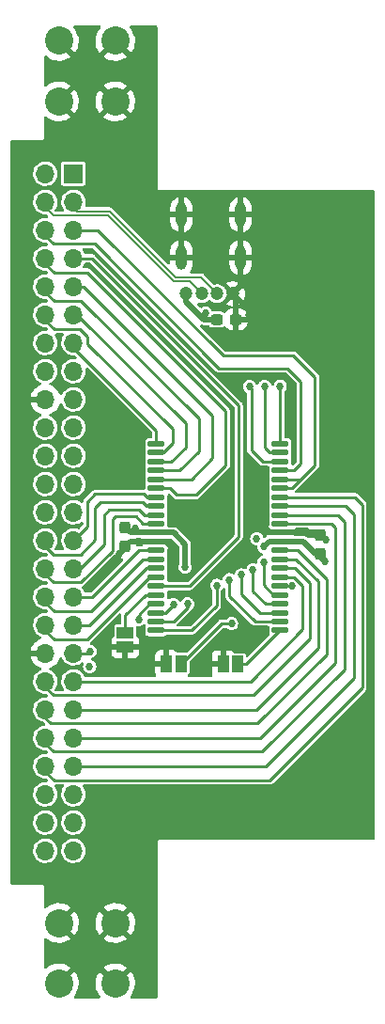
<source format=gbr>
%TF.GenerationSoftware,KiCad,Pcbnew,6.0.1+dfsg-1*%
%TF.CreationDate,2022-03-06T17:25:59+02:00*%
%TF.ProjectId,ram_board,72616d5f-626f-4617-9264-2e6b69636164,rev?*%
%TF.SameCoordinates,Original*%
%TF.FileFunction,Copper,L1,Top*%
%TF.FilePolarity,Positive*%
%FSLAX46Y46*%
G04 Gerber Fmt 4.6, Leading zero omitted, Abs format (unit mm)*
G04 Created by KiCad (PCBNEW 6.0.1+dfsg-1) date 2022-03-06 17:25:59*
%MOMM*%
%LPD*%
G01*
G04 APERTURE LIST*
G04 Aperture macros list*
%AMRoundRect*
0 Rectangle with rounded corners*
0 $1 Rounding radius*
0 $2 $3 $4 $5 $6 $7 $8 $9 X,Y pos of 4 corners*
0 Add a 4 corners polygon primitive as box body*
4,1,4,$2,$3,$4,$5,$6,$7,$8,$9,$2,$3,0*
0 Add four circle primitives for the rounded corners*
1,1,$1+$1,$2,$3*
1,1,$1+$1,$4,$5*
1,1,$1+$1,$6,$7*
1,1,$1+$1,$8,$9*
0 Add four rect primitives between the rounded corners*
20,1,$1+$1,$2,$3,$4,$5,0*
20,1,$1+$1,$4,$5,$6,$7,0*
20,1,$1+$1,$6,$7,$8,$9,0*
20,1,$1+$1,$8,$9,$2,$3,0*%
G04 Aperture macros list end*
%TA.AperFunction,SMDPad,CuDef*%
%ADD10RoundRect,0.137500X-0.625000X-0.137500X0.625000X-0.137500X0.625000X0.137500X-0.625000X0.137500X0*%
%TD*%
%TA.AperFunction,SMDPad,CuDef*%
%ADD11RoundRect,0.237500X-0.300000X-0.237500X0.300000X-0.237500X0.300000X0.237500X-0.300000X0.237500X0*%
%TD*%
%TA.AperFunction,SMDPad,CuDef*%
%ADD12RoundRect,0.237500X0.237500X-0.300000X0.237500X0.300000X-0.237500X0.300000X-0.237500X-0.300000X0*%
%TD*%
%TA.AperFunction,ComponentPad*%
%ADD13C,1.200000*%
%TD*%
%TA.AperFunction,ComponentPad*%
%ADD14O,1.000000X2.200000*%
%TD*%
%TA.AperFunction,ComponentPad*%
%ADD15C,2.540000*%
%TD*%
%TA.AperFunction,SMDPad,CuDef*%
%ADD16R,1.500000X1.000000*%
%TD*%
%TA.AperFunction,SMDPad,CuDef*%
%ADD17R,1.000000X1.500000*%
%TD*%
%TA.AperFunction,ComponentPad*%
%ADD18R,1.700000X1.700000*%
%TD*%
%TA.AperFunction,ComponentPad*%
%ADD19O,1.700000X1.700000*%
%TD*%
%TA.AperFunction,SMDPad,CuDef*%
%ADD20RoundRect,0.237500X-0.237500X0.300000X-0.237500X-0.300000X0.237500X-0.300000X0.237500X0.300000X0*%
%TD*%
%TA.AperFunction,ViaPad*%
%ADD21C,0.686000*%
%TD*%
%TA.AperFunction,Conductor*%
%ADD22C,0.250000*%
%TD*%
%TA.AperFunction,Conductor*%
%ADD23C,0.500000*%
%TD*%
%TA.AperFunction,Conductor*%
%ADD24C,0.200000*%
%TD*%
G04 APERTURE END LIST*
D10*
%TO.P,U1,1,A4*%
%TO.N,/A4*%
X56892500Y-51580000D03*
%TO.P,U1,2,A3*%
%TO.N,/A3*%
X56892500Y-52380000D03*
%TO.P,U1,3,A2*%
%TO.N,/A2*%
X56892500Y-53180000D03*
%TO.P,U1,4,A1*%
%TO.N,/A1*%
X56892500Y-53980000D03*
%TO.P,U1,5,A0*%
%TO.N,/A0*%
X56892500Y-54780000D03*
%TO.P,U1,6,CS1#*%
%TO.N,/CS#*%
X56892500Y-55580000D03*
%TO.P,U1,7,I/O0*%
%TO.N,/IO0*%
X56892500Y-56380000D03*
%TO.P,U1,8,I/O1*%
%TO.N,/IO1*%
X56892500Y-57180000D03*
%TO.P,U1,9,I/O2*%
%TO.N,/IO2*%
X56892500Y-57980000D03*
%TO.P,U1,10,I/O3*%
%TO.N,/IO3*%
X56892500Y-58780000D03*
%TO.P,U1,11,VDD*%
%TO.N,/DVDD3v3*%
X56892500Y-59580000D03*
%TO.P,U1,12,GND*%
%TO.N,GND*%
X56892500Y-60380000D03*
%TO.P,U1,13,I/O4*%
%TO.N,/IO4*%
X56892500Y-61180000D03*
%TO.P,U1,14,I/O5*%
%TO.N,/IO5*%
X56892500Y-61980000D03*
%TO.P,U1,15,I/O6*%
%TO.N,/IO6*%
X56892500Y-62780000D03*
%TO.P,U1,16,I/O7*%
%TO.N,/IO7*%
X56892500Y-63580000D03*
%TO.P,U1,17,WE#*%
%TO.N,/WE#*%
X56892500Y-64380000D03*
%TO.P,U1,18,A16*%
%TO.N,/A16*%
X56892500Y-65180000D03*
%TO.P,U1,19,A15*%
%TO.N,/A15*%
X56892500Y-65980000D03*
%TO.P,U1,20,A14*%
%TO.N,/A14*%
X56892500Y-66780000D03*
%TO.P,U1,21,A13*%
%TO.N,/A13*%
X56892500Y-67580000D03*
%TO.P,U1,22,A12*%
%TO.N,/A12*%
X56892500Y-68380000D03*
%TO.P,U1,23,A17*%
%TO.N,/A17*%
X68067500Y-68380000D03*
%TO.P,U1,24,A11*%
%TO.N,/A11*%
X68067500Y-67580000D03*
%TO.P,U1,25,A10*%
%TO.N,/A10*%
X68067500Y-66780000D03*
%TO.P,U1,26,A9*%
%TO.N,/A9*%
X68067500Y-65980000D03*
%TO.P,U1,27,A8*%
%TO.N,/A8*%
X68067500Y-65180000D03*
%TO.P,U1,28,A18*%
%TO.N,/A18*%
X68067500Y-64380000D03*
%TO.P,U1,29,I/O8*%
%TO.N,/IO8*%
X68067500Y-63580000D03*
%TO.P,U1,30,I/O9*%
%TO.N,/IO9*%
X68067500Y-62780000D03*
%TO.P,U1,31,I/O10*%
%TO.N,/IO10*%
X68067500Y-61980000D03*
%TO.P,U1,32,I/O11*%
%TO.N,/IO11*%
X68067500Y-61180000D03*
%TO.P,U1,33,VDD*%
%TO.N,/DVDD3v3*%
X68067500Y-60380000D03*
%TO.P,U1,34,GND*%
%TO.N,GND*%
X68067500Y-59580000D03*
%TO.P,U1,35,I/O12*%
%TO.N,/IO12*%
X68067500Y-58780000D03*
%TO.P,U1,36,I/O13*%
%TO.N,/IO13*%
X68067500Y-57980000D03*
%TO.P,U1,37,I/O14*%
%TO.N,/IO14*%
X68067500Y-57180000D03*
%TO.P,U1,38,I/O15*%
%TO.N,/IO15*%
X68067500Y-56380000D03*
%TO.P,U1,39,LB#*%
%TO.N,/BE#*%
X68067500Y-55580000D03*
%TO.P,U1,40,UB#*%
X68067500Y-54780000D03*
%TO.P,U1,41,OE#*%
%TO.N,/OE#*%
X68067500Y-53980000D03*
%TO.P,U1,42,A7*%
%TO.N,/A7*%
X68067500Y-53180000D03*
%TO.P,U1,43,A6*%
%TO.N,/A6*%
X68067500Y-52380000D03*
%TO.P,U1,44,A5*%
%TO.N,/A5*%
X68067500Y-51580000D03*
%TD*%
D11*
%TO.P,C3,1*%
%TO.N,/DVDD5*%
X62347500Y-40380000D03*
%TO.P,C3,2*%
%TO.N,GND*%
X64072500Y-40380000D03*
%TD*%
D12*
%TO.P,C2,1*%
%TO.N,/DVDD3v3*%
X71640000Y-61502500D03*
%TO.P,C2,2*%
%TO.N,GND*%
X71640000Y-59777500D03*
%TD*%
D13*
%TO.P,J2,1,VBUS*%
%TO.N,/DVDD5*%
X59580000Y-38060000D03*
%TO.P,J2,2,D-*%
%TO.N,/USB_D-*%
X60980000Y-38060000D03*
%TO.P,J2,3,D+*%
%TO.N,/USB_D+*%
X62380000Y-38060000D03*
%TO.P,J2,4,GND*%
%TO.N,GND*%
X63780000Y-38060000D03*
D14*
%TO.P,J2,5,Shield*%
X59160000Y-34790000D03*
X59160000Y-30950000D03*
X64500000Y-30950000D03*
X64500000Y-34790000D03*
%TD*%
D15*
%TO.P,ST2,1,Pin_1*%
%TO.N,GND*%
X53190000Y-94720000D03*
X48110000Y-100160000D03*
X53190000Y-100160000D03*
X48110000Y-94720000D03*
%TD*%
D16*
%TO.P,JP1,1,A*%
%TO.N,/A16*%
X54090000Y-68580000D03*
%TO.P,JP1,2,B*%
%TO.N,GND*%
X54090000Y-69880000D03*
%TD*%
D17*
%TO.P,JP3,1,A*%
%TO.N,/A18*%
X59110000Y-71410000D03*
%TO.P,JP3,2,B*%
%TO.N,GND*%
X57810000Y-71410000D03*
%TD*%
D18*
%TO.P,J1,1,Pin_1*%
%TO.N,unconnected-(J1-Pad1)*%
X49425790Y-27248710D03*
D19*
%TO.P,J1,2,Pin_2*%
%TO.N,unconnected-(J1-Pad2)*%
X46885790Y-27248710D03*
%TO.P,J1,3,Pin_3*%
%TO.N,/USB_D+*%
X49425790Y-29788710D03*
%TO.P,J1,4,Pin_4*%
%TO.N,/USB_D-*%
X46885790Y-29788710D03*
%TO.P,J1,5,Pin_5*%
%TO.N,/BE#*%
X49425790Y-32328710D03*
%TO.P,J1,6,Pin_6*%
%TO.N,/OE#*%
X46885790Y-32328710D03*
%TO.P,J1,7,Pin_7*%
%TO.N,/WE#*%
X49425790Y-34868710D03*
%TO.P,J1,8,Pin_8*%
%TO.N,/CS#*%
X46885790Y-34868710D03*
%TO.P,J1,9,Pin_9*%
%TO.N,/A0*%
X49425790Y-37408710D03*
%TO.P,J1,10,Pin_10*%
%TO.N,/A1*%
X46885790Y-37408710D03*
%TO.P,J1,11,Pin_11*%
%TO.N,/A2*%
X49425790Y-39948710D03*
%TO.P,J1,12,Pin_12*%
%TO.N,/A3*%
X46885790Y-39948710D03*
%TO.P,J1,13,Pin_13*%
%TO.N,/A4*%
X49425790Y-42488710D03*
%TO.P,J1,14,Pin_14*%
%TO.N,/A5*%
X46885790Y-42488710D03*
%TO.P,J1,15,Pin_15*%
%TO.N,/A6*%
X49425790Y-45028710D03*
%TO.P,J1,16,Pin_16*%
%TO.N,/A7*%
X46885790Y-45028710D03*
%TO.P,J1,17,Pin_17*%
%TO.N,/DVDD5*%
X49425790Y-47568710D03*
%TO.P,J1,18,Pin_18*%
%TO.N,GND*%
X46885790Y-47568710D03*
%TO.P,J1,19,Pin_19*%
%TO.N,/A8*%
X49425790Y-50108710D03*
%TO.P,J1,20,Pin_20*%
%TO.N,/A9*%
X46885790Y-50108710D03*
%TO.P,J1,21,Pin_21*%
%TO.N,/A10*%
X49425790Y-52648710D03*
%TO.P,J1,22,Pin_22*%
%TO.N,/A11*%
X46885790Y-52648710D03*
%TO.P,J1,23,Pin_23*%
%TO.N,/A12*%
X49425790Y-55188710D03*
%TO.P,J1,24,Pin_24*%
%TO.N,/A13*%
X46885790Y-55188710D03*
%TO.P,J1,25,Pin_25*%
%TO.N,/A14*%
X49425790Y-57728710D03*
%TO.P,J1,26,Pin_26*%
%TO.N,/A15*%
X46885790Y-57728710D03*
%TO.P,J1,27,Pin_27*%
%TO.N,/IO0*%
X49425790Y-60268710D03*
%TO.P,J1,28,Pin_28*%
%TO.N,/IO1*%
X46885790Y-60268710D03*
%TO.P,J1,29,Pin_29*%
%TO.N,/IO2*%
X49425790Y-62808710D03*
%TO.P,J1,30,Pin_30*%
%TO.N,/IO3*%
X46885790Y-62808710D03*
%TO.P,J1,31,Pin_31*%
%TO.N,/IO4*%
X49425790Y-65348710D03*
%TO.P,J1,32,Pin_32*%
%TO.N,/IO5*%
X46885790Y-65348710D03*
%TO.P,J1,33,Pin_33*%
%TO.N,/IO6*%
X49425790Y-67888710D03*
%TO.P,J1,34,Pin_34*%
%TO.N,/IO7*%
X46885790Y-67888710D03*
%TO.P,J1,35,Pin_35*%
%TO.N,/DVDD3v3*%
X49425790Y-70428710D03*
%TO.P,J1,36,Pin_36*%
%TO.N,GND*%
X46885790Y-70428710D03*
%TO.P,J1,37,Pin_37*%
%TO.N,/IO8*%
X49425790Y-72968710D03*
%TO.P,J1,38,Pin_38*%
%TO.N,/IO9*%
X46885790Y-72968710D03*
%TO.P,J1,39,Pin_39*%
%TO.N,/IO10*%
X49425790Y-75508710D03*
%TO.P,J1,40,Pin_40*%
%TO.N,/IO11*%
X46885790Y-75508710D03*
%TO.P,J1,41,Pin_41*%
%TO.N,/IO12*%
X49425790Y-78048710D03*
%TO.P,J1,42,Pin_42*%
%TO.N,/IO13*%
X46885790Y-78048710D03*
%TO.P,J1,43,Pin_43*%
%TO.N,/IO14*%
X49425790Y-80588710D03*
%TO.P,J1,44,Pin_44*%
%TO.N,/IO15*%
X46885790Y-80588710D03*
%TO.P,J1,45,Pin_45*%
%TO.N,unconnected-(J1-Pad45)*%
X49425790Y-83128710D03*
%TO.P,J1,46,Pin_46*%
%TO.N,unconnected-(J1-Pad46)*%
X46885790Y-83128710D03*
%TO.P,J1,47,Pin_47*%
%TO.N,unconnected-(J1-Pad47)*%
X49425790Y-85668710D03*
%TO.P,J1,48,Pin_48*%
%TO.N,unconnected-(J1-Pad48)*%
X46885790Y-85668710D03*
%TO.P,J1,49,Pin_49*%
%TO.N,unconnected-(J1-Pad49)*%
X49425790Y-88208710D03*
%TO.P,J1,50,Pin_50*%
%TO.N,unconnected-(J1-Pad50)*%
X46885790Y-88208710D03*
%TD*%
D17*
%TO.P,JP2,1,A*%
%TO.N,/A17*%
X64210000Y-71430000D03*
%TO.P,JP2,2,B*%
%TO.N,GND*%
X62910000Y-71430000D03*
%TD*%
D15*
%TO.P,ST1,1,Pin_1*%
%TO.N,GND*%
X53190000Y-15300000D03*
X53190000Y-20740000D03*
X48110000Y-20740000D03*
X48110000Y-15300000D03*
%TD*%
D20*
%TO.P,C1,1*%
%TO.N,/DVDD3v3*%
X54090000Y-59107500D03*
%TO.P,C1,2*%
%TO.N,GND*%
X54090000Y-60832500D03*
%TD*%
D21*
%TO.N,GND*%
X66640000Y-59130000D03*
X44908409Y-29836428D03*
X44908409Y-32376428D03*
X75388409Y-78096428D03*
X75388409Y-32376428D03*
X52528409Y-83176428D03*
X65228409Y-85716428D03*
X70308409Y-32376428D03*
X67768409Y-29836428D03*
X44908409Y-37456428D03*
X75388409Y-45076428D03*
X72848409Y-78096428D03*
X44908409Y-55236428D03*
X72848409Y-45076428D03*
X52528409Y-29836428D03*
X75388409Y-50156428D03*
X52528409Y-27296428D03*
X44908409Y-34916428D03*
X44908409Y-75556428D03*
X55068409Y-29836428D03*
X72848409Y-39996428D03*
X72848409Y-52696428D03*
X62688409Y-32376428D03*
X55068409Y-24756428D03*
X49988409Y-95876428D03*
X75388409Y-80636428D03*
X57608409Y-32376428D03*
X44908409Y-42536428D03*
X62688409Y-29836428D03*
X55068409Y-17136428D03*
X72848409Y-55236428D03*
X44908409Y-39996428D03*
X44908409Y-60316428D03*
X55068409Y-98416428D03*
X44908409Y-90796428D03*
X57608409Y-83176428D03*
X49988409Y-24756428D03*
X44908409Y-73016428D03*
X65228409Y-42536428D03*
X70308409Y-85716428D03*
X55068409Y-95876428D03*
X47448409Y-24756428D03*
X72848409Y-37456428D03*
X66050000Y-58490000D03*
X70308409Y-42536428D03*
X47448409Y-90796428D03*
X72848409Y-50156428D03*
X44908409Y-50156428D03*
X49988409Y-98416428D03*
X72848409Y-42536428D03*
X60148409Y-83176428D03*
X49988409Y-14596428D03*
X75388409Y-55236428D03*
X55068409Y-85716428D03*
X55068409Y-19676428D03*
X44908409Y-65396428D03*
X44908409Y-47616428D03*
X49988409Y-22216428D03*
X72848409Y-34916428D03*
X65228409Y-55236428D03*
X44908409Y-52696428D03*
X72848409Y-85716428D03*
X75388409Y-34916428D03*
X44908409Y-83176428D03*
X52528409Y-47616428D03*
X65228409Y-83176428D03*
X55068409Y-90796428D03*
X75388409Y-75556428D03*
X72848409Y-80636428D03*
X55068409Y-27296428D03*
X72848409Y-29836428D03*
X44908409Y-45076428D03*
X55068409Y-83176428D03*
X58420000Y-61710000D03*
X67768409Y-34916428D03*
X49988409Y-93336428D03*
X72848409Y-47616428D03*
X70308409Y-83176428D03*
X67768409Y-37456428D03*
X75388409Y-39996428D03*
X62688409Y-85716428D03*
X49988409Y-100956428D03*
X44908409Y-62856428D03*
X75388409Y-85716428D03*
X62688409Y-83176428D03*
X75388409Y-83176428D03*
X70308409Y-37456428D03*
X60148409Y-85716428D03*
X55068409Y-93336428D03*
X52528409Y-24756428D03*
X75388409Y-52696428D03*
X67768409Y-83176428D03*
X72150000Y-60240000D03*
X44908409Y-70476428D03*
X62688409Y-34916428D03*
X44908409Y-80636428D03*
X49988409Y-90796428D03*
X75388409Y-37456428D03*
X44908409Y-57776428D03*
X52528409Y-70476428D03*
X67768409Y-32376428D03*
X44908409Y-88256428D03*
X44908409Y-85716428D03*
X52528409Y-85716428D03*
X49988409Y-17136428D03*
X55068409Y-22216428D03*
X55068409Y-88256428D03*
X57608409Y-29836428D03*
X44908409Y-24756428D03*
X72848409Y-32376428D03*
X44908409Y-78096428D03*
X44908409Y-27296428D03*
X57608409Y-85716428D03*
X70308409Y-34916428D03*
X75388409Y-29836428D03*
X55068409Y-14596428D03*
X53560000Y-61490000D03*
X52528409Y-90796428D03*
X67768409Y-85716428D03*
X70308409Y-80636428D03*
X55068409Y-100956428D03*
X72848409Y-83176428D03*
X49988409Y-19676428D03*
X70308409Y-39996428D03*
X75388409Y-47616428D03*
X75388409Y-42536428D03*
X44908409Y-67936428D03*
X67768409Y-42536428D03*
X70308409Y-29836428D03*
X65228409Y-39996428D03*
X67768409Y-39996428D03*
X52528409Y-88256428D03*
%TO.N,/DVDD3v3*%
X50910000Y-70260000D03*
X65950000Y-60120000D03*
X59490000Y-62670000D03*
X72080000Y-62180000D03*
X66600000Y-60850000D03*
X55010000Y-59190000D03*
X50880000Y-71630000D03*
%TO.N,/DVDD5*%
X61340000Y-39830000D03*
%TO.N,/A8*%
X66570000Y-62220000D03*
%TO.N,/A10*%
X64570000Y-63390000D03*
%TO.N,/A15*%
X55290000Y-67400000D03*
%TO.N,/A14*%
X58450000Y-66030000D03*
%TO.N,/A13*%
X59710000Y-66000000D03*
%TO.N,/A12*%
X62330000Y-64330000D03*
%TO.N,/A11*%
X63480000Y-63820000D03*
%TO.N,/A9*%
X65610000Y-62940000D03*
%TO.N,/A18*%
X63680000Y-67760000D03*
X69090000Y-64370000D03*
%TO.N,/A7*%
X65310000Y-46410000D03*
%TO.N,/A6*%
X66650000Y-46390000D03*
%TO.N,/A5*%
X68060000Y-46380000D03*
%TD*%
D22*
%TO.N,/IO1*%
X56892500Y-57180000D02*
X56030000Y-57180000D01*
X56030000Y-57180000D02*
X55690000Y-56840000D01*
X47657080Y-61540000D02*
X46385790Y-60268710D01*
X55690000Y-56840000D02*
X51890000Y-56840000D01*
X51360000Y-57370000D02*
X51360000Y-60260000D01*
X51890000Y-56840000D02*
X51360000Y-57370000D01*
X50080000Y-61540000D02*
X47657080Y-61540000D01*
X51360000Y-60260000D02*
X50080000Y-61540000D01*
%TO.N,/IO2*%
X56892500Y-57980000D02*
X55810000Y-57980000D01*
X55810000Y-57980000D02*
X55370000Y-57540000D01*
X55370000Y-57540000D02*
X52660000Y-57540000D01*
X52660000Y-57540000D02*
X52190000Y-58010000D01*
X52190000Y-58010000D02*
X52190000Y-60650000D01*
X52190000Y-60650000D02*
X50031290Y-62808710D01*
X50031290Y-62808710D02*
X48925790Y-62808710D01*
%TO.N,/IO0*%
X56892500Y-56380000D02*
X56050000Y-56380000D01*
X50680000Y-59014500D02*
X49425790Y-60268710D01*
X56050000Y-56380000D02*
X55780000Y-56110000D01*
X55780000Y-56110000D02*
X51360000Y-56110000D01*
X51360000Y-56110000D02*
X50680000Y-56790000D01*
X50680000Y-56790000D02*
X50680000Y-59014500D01*
%TO.N,/IO3*%
X46385790Y-62808710D02*
X47637080Y-64060000D01*
X47637080Y-64060000D02*
X50090000Y-64060000D01*
X50090000Y-64060000D02*
X52950000Y-61200000D01*
X55700000Y-58780000D02*
X56892500Y-58780000D01*
X52950000Y-61200000D02*
X52950000Y-58370000D01*
X52950000Y-58370000D02*
X53190000Y-58130000D01*
X53190000Y-58130000D02*
X55050000Y-58130000D01*
X55050000Y-58130000D02*
X55700000Y-58780000D01*
%TO.N,/A3*%
X56892500Y-52380000D02*
X57508394Y-52380000D01*
X58350000Y-51538394D02*
X58350000Y-50230000D01*
X57508394Y-52380000D02*
X58350000Y-51538394D01*
X58350000Y-50230000D02*
X50710000Y-42590000D01*
X50710000Y-42590000D02*
X50710000Y-41940000D01*
X50710000Y-41940000D02*
X50020000Y-41250000D01*
X50020000Y-41250000D02*
X47687080Y-41250000D01*
X47687080Y-41250000D02*
X46385790Y-39948710D01*
%TO.N,/A1*%
X56892500Y-53980000D02*
X59010000Y-53980000D01*
X59010000Y-53980000D02*
X60720000Y-52270000D01*
X60720000Y-52270000D02*
X60720000Y-49330000D01*
X60720000Y-49330000D02*
X50080000Y-38690000D01*
X50080000Y-38690000D02*
X47667080Y-38690000D01*
X47667080Y-38690000D02*
X46385790Y-37408710D01*
D23*
%TO.N,GND*%
X56892500Y-60380000D02*
X57755882Y-60380000D01*
X57755882Y-60380000D02*
X58420000Y-61044118D01*
X64500000Y-37340000D02*
X63780000Y-38060000D01*
X64500000Y-34790000D02*
X64500000Y-37340000D01*
X67090000Y-59580000D02*
X66640000Y-59130000D01*
X68067500Y-59580000D02*
X71442500Y-59580000D01*
X58420000Y-61044118D02*
X58420000Y-61710000D01*
X54542500Y-60380000D02*
X54090000Y-60832500D01*
X71640000Y-59777500D02*
X71687500Y-59777500D01*
X54090000Y-60960000D02*
X53560000Y-61490000D01*
X71442500Y-59580000D02*
X71640000Y-59777500D01*
X71687500Y-59777500D02*
X72150000Y-60240000D01*
X64072500Y-40380000D02*
X64072500Y-38352500D01*
X56892500Y-60380000D02*
X54542500Y-60380000D01*
X64072500Y-38352500D02*
X63780000Y-38060000D01*
X68067500Y-59580000D02*
X67090000Y-59580000D01*
X54090000Y-60832500D02*
X54090000Y-60960000D01*
%TO.N,/DVDD3v3*%
X56892500Y-59580000D02*
X58450000Y-59580000D01*
X59490000Y-60620000D02*
X59490000Y-62670000D01*
X68067500Y-60380000D02*
X70130000Y-60380000D01*
X70130000Y-60380000D02*
X71252500Y-61502500D01*
X71640000Y-61740000D02*
X72080000Y-62180000D01*
X71252500Y-61502500D02*
X71640000Y-61502500D01*
D22*
X50741290Y-70428710D02*
X50910000Y-70260000D01*
D23*
X71640000Y-61502500D02*
X71640000Y-61740000D01*
X54620000Y-59580000D02*
X55010000Y-59190000D01*
D22*
X48925790Y-70428710D02*
X50741290Y-70428710D01*
D23*
X68067500Y-60380000D02*
X67070000Y-60380000D01*
X56892500Y-59580000D02*
X54562500Y-59580000D01*
X54562500Y-59580000D02*
X54620000Y-59580000D01*
X67070000Y-60380000D02*
X66600000Y-60850000D01*
X58450000Y-59580000D02*
X59490000Y-60620000D01*
X54562500Y-59580000D02*
X54090000Y-59107500D01*
D24*
%TO.N,/USB_D+*%
X48925790Y-29788710D02*
X49767560Y-30630480D01*
X62380000Y-38040000D02*
X62380000Y-38060000D01*
X58615486Y-36570480D02*
X60910480Y-36570480D01*
X52675487Y-30630481D02*
X58615486Y-36570480D01*
X49767560Y-30630480D02*
X52675487Y-30630481D01*
X60910480Y-36570480D02*
X62380000Y-38040000D01*
%TO.N,/USB_D-*%
X47627080Y-31030000D02*
X46385790Y-29788710D01*
X59890000Y-36970000D02*
X58450000Y-36970000D01*
X52510000Y-31030000D02*
X47627080Y-31030000D01*
X58450000Y-36970000D02*
X52510000Y-31030000D01*
X60980000Y-38060000D02*
X59890000Y-36970000D01*
D22*
%TO.N,/CS#*%
X50700000Y-36150000D02*
X47667080Y-36150000D01*
X60510000Y-56180000D02*
X63130000Y-53560000D01*
X63130000Y-48580000D02*
X50700000Y-36150000D01*
X58120000Y-55580000D02*
X58720000Y-56180000D01*
X58720000Y-56180000D02*
X60510000Y-56180000D01*
X56892500Y-55580000D02*
X58120000Y-55580000D01*
X63130000Y-53560000D02*
X63130000Y-48580000D01*
X47667080Y-36150000D02*
X46385790Y-34868710D01*
%TO.N,/OE#*%
X68710000Y-44770000D02*
X62510000Y-44770000D01*
X51310000Y-33570000D02*
X47627080Y-33570000D01*
X69930000Y-45990000D02*
X68710000Y-44770000D01*
X47627080Y-33570000D02*
X46385790Y-32328710D01*
X69300000Y-53980000D02*
X69930000Y-53350000D01*
X69930000Y-53350000D02*
X69930000Y-45990000D01*
X68067500Y-53980000D02*
X69300000Y-53980000D01*
X62510000Y-44770000D02*
X51310000Y-33570000D01*
%TO.N,/WE#*%
X56892500Y-64380000D02*
X59900000Y-64380000D01*
X64310000Y-48110000D02*
X51068710Y-34868710D01*
X51068710Y-34868710D02*
X48925790Y-34868710D01*
X64310000Y-59970000D02*
X64310000Y-48110000D01*
X59900000Y-64380000D02*
X64310000Y-59970000D01*
%TO.N,/BE#*%
X68067500Y-54780000D02*
X69900000Y-54780000D01*
X71190000Y-45570000D02*
X69240000Y-43620000D01*
X71190000Y-53490000D02*
X71190000Y-45570000D01*
X69240000Y-43620000D02*
X62910000Y-43620000D01*
X51618710Y-32328710D02*
X48925790Y-32328710D01*
X69900000Y-54780000D02*
X71190000Y-53490000D01*
X62910000Y-43620000D02*
X51618710Y-32328710D01*
X69100000Y-55580000D02*
X69900000Y-54780000D01*
X68067500Y-55580000D02*
X69100000Y-55580000D01*
D23*
%TO.N,/DVDD5*%
X59580000Y-38060000D02*
X59580000Y-38760000D01*
X61200000Y-39970000D02*
X61340000Y-39830000D01*
X61200000Y-40380000D02*
X61200000Y-39970000D01*
X61200000Y-40380000D02*
X62347500Y-40380000D01*
X59580000Y-38760000D02*
X61200000Y-40380000D01*
D22*
%TO.N,/A8*%
X67451606Y-65180000D02*
X66570000Y-64298394D01*
X66570000Y-64298394D02*
X66570000Y-62220000D01*
X68067500Y-65180000D02*
X67451606Y-65180000D01*
%TO.N,/A10*%
X64570000Y-63390000D02*
X64570000Y-65130000D01*
X64570000Y-65130000D02*
X66220000Y-66780000D01*
X66220000Y-66780000D02*
X68067500Y-66780000D01*
%TO.N,/A4*%
X56892500Y-50392500D02*
X48988710Y-42488710D01*
X56892500Y-51580000D02*
X56892500Y-50392500D01*
%TO.N,/A2*%
X59530000Y-51890000D02*
X59530000Y-49730000D01*
X56892500Y-53180000D02*
X58240000Y-53180000D01*
X58240000Y-53180000D02*
X59530000Y-51890000D01*
X59530000Y-49730000D02*
X49748710Y-39948710D01*
%TO.N,/A0*%
X61950000Y-52860000D02*
X61950000Y-49030000D01*
X61950000Y-49030000D02*
X50328710Y-37408710D01*
X56892500Y-54780000D02*
X60030000Y-54780000D01*
X60030000Y-54780000D02*
X61950000Y-52860000D01*
X50328710Y-37408710D02*
X48925790Y-37408710D01*
%TO.N,/IO4*%
X56892500Y-61180000D02*
X55300000Y-61180000D01*
X51131290Y-65348710D02*
X48925790Y-65348710D01*
X55300000Y-61180000D02*
X51131290Y-65348710D01*
%TO.N,/IO5*%
X56892500Y-61980000D02*
X55660000Y-61980000D01*
X51010000Y-66630000D02*
X47667080Y-66630000D01*
X55660000Y-61980000D02*
X51010000Y-66630000D01*
X47667080Y-66630000D02*
X46385790Y-65348710D01*
%TO.N,/IO6*%
X50861290Y-67888710D02*
X48925790Y-67888710D01*
X56892500Y-62780000D02*
X55970000Y-62780000D01*
X55970000Y-62780000D02*
X50861290Y-67888710D01*
%TO.N,/IO7*%
X50676606Y-69180000D02*
X47677080Y-69180000D01*
X56276606Y-63580000D02*
X50676606Y-69180000D01*
X47677080Y-69180000D02*
X46385790Y-67888710D01*
X56892500Y-63580000D02*
X56276606Y-63580000D01*
%TO.N,/A16*%
X55920000Y-65180000D02*
X54090000Y-67010000D01*
X54090000Y-67010000D02*
X54090000Y-68580000D01*
X56892500Y-65180000D02*
X55920000Y-65180000D01*
%TO.N,/A15*%
X56276606Y-65980000D02*
X56892500Y-65980000D01*
X55290000Y-66966606D02*
X56276606Y-65980000D01*
X55290000Y-67400000D02*
X55290000Y-66966606D01*
%TO.N,/A14*%
X58450000Y-66030000D02*
X57700000Y-66780000D01*
X57700000Y-66780000D02*
X56892500Y-66780000D01*
%TO.N,/A13*%
X59710000Y-66320000D02*
X58450000Y-67580000D01*
X59710000Y-66000000D02*
X59710000Y-66320000D01*
X58450000Y-67580000D02*
X56892500Y-67580000D01*
%TO.N,/A12*%
X60100000Y-68380000D02*
X62330000Y-66150000D01*
X56892500Y-68380000D02*
X60100000Y-68380000D01*
X62330000Y-66150000D02*
X62330000Y-64330000D01*
%TO.N,/A17*%
X64210000Y-71430000D02*
X65017500Y-71430000D01*
X65017500Y-71430000D02*
X68067500Y-68380000D01*
%TO.N,/A11*%
X63480000Y-65260000D02*
X65800000Y-67580000D01*
X65800000Y-67580000D02*
X68067500Y-67580000D01*
X63480000Y-63820000D02*
X63480000Y-65260000D01*
%TO.N,/A9*%
X65610000Y-64870000D02*
X66720000Y-65980000D01*
X66720000Y-65980000D02*
X68067500Y-65980000D01*
X65610000Y-62940000D02*
X65610000Y-64870000D01*
%TO.N,/A18*%
X63680000Y-67760000D02*
X62760000Y-67760000D01*
X68067500Y-64380000D02*
X69080000Y-64380000D01*
X62760000Y-67760000D02*
X59110000Y-71410000D01*
X69080000Y-64380000D02*
X69090000Y-64370000D01*
%TO.N,/IO8*%
X70070000Y-64350000D02*
X70070000Y-68290000D01*
X69300000Y-63580000D02*
X70070000Y-64350000D01*
X70070000Y-68290000D02*
X65391290Y-72968710D01*
X68067500Y-63580000D02*
X69300000Y-63580000D01*
X65391290Y-72968710D02*
X48925790Y-72968710D01*
%TO.N,/IO9*%
X65620000Y-74230000D02*
X47647080Y-74230000D01*
X69400000Y-62780000D02*
X70760000Y-64140000D01*
X70760000Y-64140000D02*
X70760000Y-69090000D01*
X68067500Y-62780000D02*
X69400000Y-62780000D01*
X47647080Y-74230000D02*
X46385790Y-72968710D01*
X70760000Y-69090000D02*
X65620000Y-74230000D01*
%TO.N,/IO10*%
X71470000Y-69970000D02*
X65931290Y-75508710D01*
X65931290Y-75508710D02*
X48925790Y-75508710D01*
X68067500Y-61980000D02*
X69500000Y-61980000D01*
X69500000Y-61980000D02*
X71470000Y-63950000D01*
X71470000Y-63950000D02*
X71470000Y-69970000D01*
%TO.N,/IO11*%
X66020000Y-76770000D02*
X47400000Y-76770000D01*
X68067500Y-61180000D02*
X69650000Y-61180000D01*
X69650000Y-61180000D02*
X72260000Y-63790000D01*
X46385790Y-75755790D02*
X46385790Y-75508710D01*
X47400000Y-76770000D02*
X46385790Y-75755790D01*
X72260000Y-70530000D02*
X66020000Y-76770000D01*
X72260000Y-63790000D02*
X72260000Y-70530000D01*
%TO.N,/IO12*%
X73060000Y-71280000D02*
X66291290Y-78048710D01*
X72683394Y-58780000D02*
X73060000Y-59156606D01*
X68067500Y-58780000D02*
X72683394Y-58780000D01*
X66291290Y-78048710D02*
X48925790Y-78048710D01*
X73060000Y-59156606D02*
X73060000Y-71280000D01*
%TO.N,/IO13*%
X66460000Y-79310000D02*
X47647080Y-79310000D01*
X68067500Y-57980000D02*
X73290000Y-57980000D01*
X73880000Y-58570000D02*
X73880000Y-71890000D01*
X47647080Y-79310000D02*
X46385790Y-78048710D01*
X73290000Y-57980000D02*
X73880000Y-58570000D01*
X73880000Y-71890000D02*
X66460000Y-79310000D01*
%TO.N,/IO14*%
X66761290Y-80588710D02*
X48925790Y-80588710D01*
X74690000Y-72660000D02*
X66761290Y-80588710D01*
X68067500Y-57180000D02*
X73940000Y-57180000D01*
X74690000Y-57930000D02*
X74690000Y-72660000D01*
X73940000Y-57180000D02*
X74690000Y-57930000D01*
%TO.N,/IO15*%
X75470000Y-57050000D02*
X75470000Y-73530000D01*
X68067500Y-56380000D02*
X74800000Y-56380000D01*
X74800000Y-56380000D02*
X75470000Y-57050000D01*
X47667080Y-81870000D02*
X46385790Y-80588710D01*
X67130000Y-81870000D02*
X47667080Y-81870000D01*
X75470000Y-73530000D02*
X67130000Y-81870000D01*
%TO.N,/A7*%
X65460000Y-46560000D02*
X65460000Y-52160000D01*
X65310000Y-46410000D02*
X65460000Y-46560000D01*
X65460000Y-52160000D02*
X66480000Y-53180000D01*
X66480000Y-53180000D02*
X68067500Y-53180000D01*
%TO.N,/A6*%
X66650000Y-46390000D02*
X66650000Y-51920000D01*
X67110000Y-52380000D02*
X68067500Y-52380000D01*
X66650000Y-51920000D02*
X67110000Y-52380000D01*
%TO.N,/A5*%
X68067500Y-46387500D02*
X68060000Y-46380000D01*
X68067500Y-51580000D02*
X68067500Y-46387500D01*
%TD*%
%TA.AperFunction,Conductor*%
%TO.N,GND*%
G36*
X51824502Y-13940002D02*
G01*
X51870995Y-13993658D01*
X51881099Y-14063932D01*
X51853255Y-14126569D01*
X51741433Y-14261020D01*
X51736018Y-14268612D01*
X51603776Y-14486540D01*
X51599538Y-14494857D01*
X51500961Y-14729935D01*
X51498000Y-14738785D01*
X51435255Y-14985849D01*
X51433633Y-14995046D01*
X51408094Y-15248673D01*
X51407849Y-15257999D01*
X51420080Y-15512619D01*
X51421217Y-15521879D01*
X51470947Y-15771894D01*
X51473441Y-15780887D01*
X51559578Y-16020797D01*
X51563378Y-16029332D01*
X51684031Y-16253877D01*
X51689045Y-16261748D01*
X51755154Y-16350279D01*
X51766414Y-16358729D01*
X51778832Y-16351958D01*
X53100905Y-15029885D01*
X53163217Y-14995859D01*
X53234032Y-15000924D01*
X53279095Y-15029885D01*
X54604386Y-16355176D01*
X54616766Y-16361936D01*
X54625107Y-16355692D01*
X54754391Y-16154697D01*
X54758838Y-16146506D01*
X54863536Y-15914085D01*
X54866731Y-15905307D01*
X54935923Y-15659968D01*
X54937781Y-15650839D01*
X54970144Y-15396444D01*
X54970625Y-15390158D01*
X54972903Y-15303160D01*
X54972752Y-15296851D01*
X54953747Y-15041110D01*
X54952370Y-15031904D01*
X54896109Y-14783262D01*
X54893385Y-14774351D01*
X54800990Y-14536758D01*
X54796979Y-14528349D01*
X54670481Y-14307025D01*
X54665270Y-14299299D01*
X54527081Y-14124006D01*
X54500616Y-14058126D01*
X54513969Y-13988397D01*
X54562901Y-13936956D01*
X54626031Y-13920000D01*
X56864000Y-13920000D01*
X56932121Y-13940002D01*
X56978614Y-13993658D01*
X56990000Y-14046000D01*
X56990000Y-28442966D01*
X56987579Y-28467547D01*
X56985102Y-28480000D01*
X57004505Y-28577545D01*
X57059760Y-28660240D01*
X57142455Y-28715495D01*
X57170905Y-28721154D01*
X57240000Y-28734898D01*
X57252171Y-28732477D01*
X57252453Y-28732421D01*
X57277034Y-28730000D01*
X76464000Y-28730000D01*
X76532121Y-28750002D01*
X76578614Y-28803658D01*
X76590000Y-28856000D01*
X76590000Y-87124000D01*
X76569998Y-87192121D01*
X76516342Y-87238614D01*
X76464000Y-87250000D01*
X57277034Y-87250000D01*
X57252453Y-87247579D01*
X57252171Y-87247523D01*
X57240000Y-87245102D01*
X57215376Y-87250000D01*
X57142455Y-87264505D01*
X57059760Y-87319760D01*
X57004505Y-87402455D01*
X56985102Y-87500000D01*
X56987523Y-87512171D01*
X56987579Y-87512453D01*
X56990000Y-87537034D01*
X56990000Y-101374000D01*
X56969998Y-101442121D01*
X56916342Y-101488614D01*
X56864000Y-101500000D01*
X54657916Y-101500000D01*
X54589795Y-101479998D01*
X54543302Y-101426342D01*
X54533198Y-101356068D01*
X54563184Y-101290922D01*
X54610874Y-101236543D01*
X54616486Y-101229095D01*
X54754391Y-101014697D01*
X54758838Y-101006506D01*
X54863536Y-100774085D01*
X54866731Y-100765307D01*
X54935923Y-100519968D01*
X54937781Y-100510839D01*
X54970144Y-100256444D01*
X54970625Y-100250158D01*
X54972903Y-100163160D01*
X54972752Y-100156851D01*
X54953747Y-99901110D01*
X54952370Y-99891904D01*
X54896109Y-99643262D01*
X54893385Y-99634351D01*
X54800990Y-99396758D01*
X54796979Y-99388349D01*
X54670482Y-99167027D01*
X54665269Y-99159298D01*
X54625633Y-99109019D01*
X54613709Y-99100549D01*
X54602174Y-99107036D01*
X53279095Y-100430115D01*
X53216783Y-100464141D01*
X53145968Y-100459076D01*
X53100905Y-100430115D01*
X51777119Y-99106329D01*
X51763811Y-99099062D01*
X51753772Y-99106184D01*
X51741433Y-99121020D01*
X51736018Y-99128612D01*
X51603776Y-99346540D01*
X51599538Y-99354857D01*
X51500961Y-99589935D01*
X51498000Y-99598785D01*
X51435255Y-99845849D01*
X51433633Y-99855046D01*
X51408094Y-100108673D01*
X51407849Y-100117999D01*
X51420080Y-100372619D01*
X51421217Y-100381879D01*
X51470947Y-100631894D01*
X51473441Y-100640887D01*
X51559578Y-100880797D01*
X51563378Y-100889332D01*
X51684031Y-101113877D01*
X51689042Y-101121744D01*
X51821115Y-101298611D01*
X51845847Y-101365161D01*
X51830673Y-101434517D01*
X51780411Y-101484659D01*
X51720157Y-101500000D01*
X49577916Y-101500000D01*
X49509795Y-101479998D01*
X49463302Y-101426342D01*
X49453198Y-101356068D01*
X49483184Y-101290922D01*
X49530874Y-101236543D01*
X49536486Y-101229095D01*
X49674391Y-101014697D01*
X49678838Y-101006506D01*
X49783536Y-100774085D01*
X49786731Y-100765307D01*
X49855923Y-100519968D01*
X49857781Y-100510839D01*
X49890144Y-100256444D01*
X49890625Y-100250158D01*
X49892903Y-100163160D01*
X49892752Y-100156851D01*
X49873747Y-99901110D01*
X49872370Y-99891904D01*
X49816109Y-99643262D01*
X49813385Y-99634351D01*
X49720990Y-99396758D01*
X49716979Y-99388349D01*
X49590482Y-99167027D01*
X49585269Y-99159298D01*
X49545633Y-99109019D01*
X49533709Y-99100549D01*
X49522174Y-99107036D01*
X48199095Y-100430115D01*
X48136783Y-100464141D01*
X48065968Y-100459076D01*
X48020905Y-100430115D01*
X47839885Y-100249095D01*
X47805859Y-100186783D01*
X47810924Y-100115968D01*
X47839885Y-100070905D01*
X49162790Y-98748000D01*
X49169174Y-98736310D01*
X49167656Y-98734357D01*
X52128770Y-98734357D01*
X52133343Y-98744133D01*
X53177188Y-99787978D01*
X53191132Y-99795592D01*
X53192965Y-99795461D01*
X53199580Y-99791210D01*
X54242790Y-98748000D01*
X54249174Y-98736310D01*
X54239762Y-98724199D01*
X54098776Y-98626392D01*
X54090741Y-98621659D01*
X53862106Y-98508909D01*
X53853473Y-98505421D01*
X53610675Y-98427701D01*
X53601624Y-98425528D01*
X53350009Y-98384550D01*
X53340720Y-98383738D01*
X53085828Y-98380401D01*
X53076517Y-98380971D01*
X52823927Y-98415347D01*
X52814808Y-98417285D01*
X52570084Y-98488616D01*
X52561331Y-98491888D01*
X52329837Y-98598608D01*
X52321682Y-98603128D01*
X52137907Y-98723616D01*
X52128770Y-98734357D01*
X49167656Y-98734357D01*
X49159762Y-98724199D01*
X49018776Y-98626392D01*
X49010741Y-98621659D01*
X48782106Y-98508909D01*
X48773473Y-98505421D01*
X48530675Y-98427701D01*
X48521624Y-98425528D01*
X48270009Y-98384550D01*
X48260720Y-98383738D01*
X48005828Y-98380401D01*
X47996517Y-98380971D01*
X47743927Y-98415347D01*
X47734808Y-98417285D01*
X47490084Y-98488616D01*
X47481331Y-98491888D01*
X47249837Y-98598608D01*
X47241682Y-98603128D01*
X47028500Y-98742896D01*
X47021103Y-98748573D01*
X46959901Y-98803197D01*
X46895760Y-98833634D01*
X46825345Y-98824562D01*
X46771013Y-98778862D01*
X46750000Y-98709193D01*
X46750000Y-96176091D01*
X46770002Y-96107970D01*
X46823658Y-96061477D01*
X46893932Y-96051373D01*
X46951011Y-96077200D01*
X46952043Y-96075793D01*
X47161394Y-96229296D01*
X47169293Y-96234232D01*
X47394901Y-96352930D01*
X47403450Y-96356647D01*
X47644113Y-96440690D01*
X47653122Y-96443104D01*
X47903572Y-96490654D01*
X47912827Y-96491708D01*
X48167557Y-96501717D01*
X48176871Y-96501391D01*
X48430270Y-96473640D01*
X48439447Y-96471939D01*
X48685960Y-96407037D01*
X48694780Y-96404000D01*
X48928997Y-96303373D01*
X48937269Y-96299066D01*
X49154036Y-96164927D01*
X49161579Y-96159447D01*
X49163272Y-96158014D01*
X49171710Y-96145211D01*
X49170674Y-96143442D01*
X52131303Y-96143442D01*
X52140017Y-96154962D01*
X52241394Y-96229296D01*
X52249293Y-96234232D01*
X52474901Y-96352930D01*
X52483450Y-96356647D01*
X52724113Y-96440690D01*
X52733122Y-96443104D01*
X52983572Y-96490654D01*
X52992827Y-96491708D01*
X53247557Y-96501717D01*
X53256871Y-96501391D01*
X53510270Y-96473640D01*
X53519447Y-96471939D01*
X53765960Y-96407037D01*
X53774780Y-96404000D01*
X54008997Y-96303373D01*
X54017269Y-96299066D01*
X54234036Y-96164927D01*
X54241579Y-96159447D01*
X54243272Y-96158014D01*
X54251710Y-96145211D01*
X54245645Y-96134855D01*
X53202812Y-95092022D01*
X53188868Y-95084408D01*
X53187035Y-95084539D01*
X53180420Y-95088790D01*
X52137961Y-96131249D01*
X52131303Y-96143442D01*
X49170674Y-96143442D01*
X49165645Y-96134855D01*
X47839885Y-94809095D01*
X47805859Y-94746783D01*
X47807694Y-94721132D01*
X48474408Y-94721132D01*
X48474539Y-94722965D01*
X48478790Y-94729580D01*
X49524386Y-95775176D01*
X49536766Y-95781936D01*
X49545107Y-95775692D01*
X49674391Y-95574697D01*
X49678838Y-95566506D01*
X49783536Y-95334085D01*
X49786731Y-95325307D01*
X49855923Y-95079968D01*
X49857781Y-95070839D01*
X49890144Y-94816444D01*
X49890625Y-94810158D01*
X49892903Y-94723160D01*
X49892752Y-94716851D01*
X49889865Y-94677999D01*
X51407849Y-94677999D01*
X51420080Y-94932619D01*
X51421217Y-94941879D01*
X51470947Y-95191894D01*
X51473441Y-95200887D01*
X51559578Y-95440797D01*
X51563378Y-95449332D01*
X51684031Y-95673877D01*
X51689045Y-95681748D01*
X51755154Y-95770279D01*
X51766414Y-95778729D01*
X51778832Y-95771958D01*
X52817978Y-94732812D01*
X52824356Y-94721132D01*
X53554408Y-94721132D01*
X53554539Y-94722965D01*
X53558790Y-94729580D01*
X54604386Y-95775176D01*
X54616766Y-95781936D01*
X54625107Y-95775692D01*
X54754391Y-95574697D01*
X54758838Y-95566506D01*
X54863536Y-95334085D01*
X54866731Y-95325307D01*
X54935923Y-95079968D01*
X54937781Y-95070839D01*
X54970144Y-94816444D01*
X54970625Y-94810158D01*
X54972903Y-94723160D01*
X54972752Y-94716851D01*
X54953747Y-94461110D01*
X54952370Y-94451904D01*
X54896109Y-94203262D01*
X54893385Y-94194351D01*
X54800990Y-93956758D01*
X54796979Y-93948349D01*
X54670482Y-93727027D01*
X54665269Y-93719298D01*
X54625633Y-93669019D01*
X54613709Y-93660549D01*
X54602174Y-93667036D01*
X53562022Y-94707188D01*
X53554408Y-94721132D01*
X52824356Y-94721132D01*
X52825592Y-94718868D01*
X52825461Y-94717035D01*
X52821210Y-94710420D01*
X51777119Y-93666329D01*
X51763811Y-93659062D01*
X51753772Y-93666184D01*
X51741433Y-93681020D01*
X51736018Y-93688612D01*
X51603776Y-93906540D01*
X51599538Y-93914857D01*
X51500961Y-94149935D01*
X51498000Y-94158785D01*
X51435255Y-94405849D01*
X51433633Y-94415046D01*
X51408094Y-94668673D01*
X51407849Y-94677999D01*
X49889865Y-94677999D01*
X49873747Y-94461110D01*
X49872370Y-94451904D01*
X49816109Y-94203262D01*
X49813385Y-94194351D01*
X49720990Y-93956758D01*
X49716979Y-93948349D01*
X49590482Y-93727027D01*
X49585269Y-93719298D01*
X49545633Y-93669019D01*
X49533709Y-93660549D01*
X49522174Y-93667036D01*
X48482022Y-94707188D01*
X48474408Y-94721132D01*
X47807694Y-94721132D01*
X47810924Y-94675968D01*
X47839885Y-94630905D01*
X49162790Y-93308000D01*
X49169174Y-93296310D01*
X49167656Y-93294357D01*
X52128770Y-93294357D01*
X52133343Y-93304133D01*
X53177188Y-94347978D01*
X53191132Y-94355592D01*
X53192965Y-94355461D01*
X53199580Y-94351210D01*
X54242790Y-93308000D01*
X54249174Y-93296310D01*
X54239762Y-93284199D01*
X54098776Y-93186392D01*
X54090741Y-93181659D01*
X53862106Y-93068909D01*
X53853473Y-93065421D01*
X53610675Y-92987701D01*
X53601624Y-92985528D01*
X53350009Y-92944550D01*
X53340720Y-92943738D01*
X53085828Y-92940401D01*
X53076517Y-92940971D01*
X52823927Y-92975347D01*
X52814808Y-92977285D01*
X52570084Y-93048616D01*
X52561331Y-93051888D01*
X52329837Y-93158608D01*
X52321682Y-93163128D01*
X52137907Y-93283616D01*
X52128770Y-93294357D01*
X49167656Y-93294357D01*
X49159762Y-93284199D01*
X49018776Y-93186392D01*
X49010741Y-93181659D01*
X48782106Y-93068909D01*
X48773473Y-93065421D01*
X48530675Y-92987701D01*
X48521624Y-92985528D01*
X48270009Y-92944550D01*
X48260720Y-92943738D01*
X48005828Y-92940401D01*
X47996517Y-92940971D01*
X47743927Y-92975347D01*
X47734808Y-92977285D01*
X47490084Y-93048616D01*
X47481331Y-93051888D01*
X47249837Y-93158608D01*
X47241682Y-93163128D01*
X47028500Y-93302896D01*
X47021103Y-93308573D01*
X46959901Y-93363197D01*
X46895760Y-93393634D01*
X46825345Y-93384562D01*
X46771013Y-93338862D01*
X46750000Y-93269193D01*
X46750000Y-91537034D01*
X46752421Y-91512453D01*
X46752477Y-91512171D01*
X46754898Y-91500000D01*
X46735495Y-91402455D01*
X46680240Y-91319760D01*
X46669924Y-91312867D01*
X46607862Y-91271398D01*
X46607860Y-91271397D01*
X46597545Y-91264505D01*
X46524624Y-91250000D01*
X46500000Y-91245102D01*
X46487829Y-91247523D01*
X46487547Y-91247579D01*
X46462966Y-91250000D01*
X43876000Y-91250000D01*
X43807879Y-91229998D01*
X43761386Y-91176342D01*
X43750000Y-91124000D01*
X43750000Y-88179779D01*
X45780954Y-88179779D01*
X45794182Y-88381604D01*
X45843968Y-88577638D01*
X45928646Y-88761317D01*
X46045378Y-88926490D01*
X46190256Y-89067623D01*
X46358427Y-89179992D01*
X46363730Y-89182270D01*
X46363733Y-89182272D01*
X46452081Y-89220229D01*
X46544260Y-89259832D01*
X46741530Y-89304470D01*
X46747299Y-89304697D01*
X46747302Y-89304697D01*
X46823473Y-89307689D01*
X46943632Y-89312410D01*
X47029922Y-89299899D01*
X47138076Y-89284218D01*
X47138081Y-89284217D01*
X47143797Y-89283388D01*
X47149269Y-89281530D01*
X47149271Y-89281530D01*
X47329857Y-89220229D01*
X47329859Y-89220228D01*
X47335321Y-89218374D01*
X47511791Y-89119547D01*
X47574223Y-89067623D01*
X47662863Y-88993901D01*
X47667295Y-88990215D01*
X47796627Y-88834711D01*
X47895454Y-88658241D01*
X47960468Y-88466717D01*
X47961297Y-88461001D01*
X47961298Y-88460996D01*
X47988957Y-88270226D01*
X47989490Y-88266552D01*
X47991005Y-88208710D01*
X47988347Y-88179779D01*
X48320954Y-88179779D01*
X48334182Y-88381604D01*
X48383968Y-88577638D01*
X48468646Y-88761317D01*
X48585378Y-88926490D01*
X48730256Y-89067623D01*
X48898427Y-89179992D01*
X48903730Y-89182270D01*
X48903733Y-89182272D01*
X48992081Y-89220229D01*
X49084260Y-89259832D01*
X49281530Y-89304470D01*
X49287299Y-89304697D01*
X49287302Y-89304697D01*
X49363473Y-89307689D01*
X49483632Y-89312410D01*
X49569922Y-89299899D01*
X49678076Y-89284218D01*
X49678081Y-89284217D01*
X49683797Y-89283388D01*
X49689269Y-89281530D01*
X49689271Y-89281530D01*
X49869857Y-89220229D01*
X49869859Y-89220228D01*
X49875321Y-89218374D01*
X50051791Y-89119547D01*
X50114223Y-89067623D01*
X50202863Y-88993901D01*
X50207295Y-88990215D01*
X50336627Y-88834711D01*
X50435454Y-88658241D01*
X50500468Y-88466717D01*
X50501297Y-88461001D01*
X50501298Y-88460996D01*
X50528957Y-88270226D01*
X50529490Y-88266552D01*
X50531005Y-88208710D01*
X50512498Y-88007301D01*
X50457597Y-87812636D01*
X50368141Y-87631237D01*
X50349869Y-87606767D01*
X50250578Y-87473801D01*
X50250577Y-87473800D01*
X50247125Y-87469177D01*
X50224140Y-87447930D01*
X50102843Y-87335804D01*
X50102841Y-87335802D01*
X50098602Y-87331884D01*
X50068462Y-87312867D01*
X49932427Y-87227035D01*
X49927547Y-87223956D01*
X49739688Y-87149008D01*
X49541316Y-87109549D01*
X49535542Y-87109473D01*
X49535538Y-87109473D01*
X49433047Y-87108132D01*
X49339076Y-87106902D01*
X49333379Y-87107881D01*
X49333378Y-87107881D01*
X49145436Y-87140175D01*
X49145435Y-87140175D01*
X49139739Y-87141154D01*
X48949983Y-87211159D01*
X48945022Y-87214111D01*
X48945021Y-87214111D01*
X48864386Y-87262084D01*
X48776161Y-87314572D01*
X48624095Y-87447930D01*
X48498879Y-87606767D01*
X48404704Y-87785763D01*
X48344727Y-87978923D01*
X48320954Y-88179779D01*
X47988347Y-88179779D01*
X47972498Y-88007301D01*
X47917597Y-87812636D01*
X47828141Y-87631237D01*
X47809869Y-87606767D01*
X47710578Y-87473801D01*
X47710577Y-87473800D01*
X47707125Y-87469177D01*
X47684140Y-87447930D01*
X47562843Y-87335804D01*
X47562841Y-87335802D01*
X47558602Y-87331884D01*
X47528462Y-87312867D01*
X47392427Y-87227035D01*
X47387547Y-87223956D01*
X47199688Y-87149008D01*
X47001316Y-87109549D01*
X46995542Y-87109473D01*
X46995538Y-87109473D01*
X46893047Y-87108132D01*
X46799076Y-87106902D01*
X46793379Y-87107881D01*
X46793378Y-87107881D01*
X46605436Y-87140175D01*
X46605435Y-87140175D01*
X46599739Y-87141154D01*
X46409983Y-87211159D01*
X46405022Y-87214111D01*
X46405021Y-87214111D01*
X46324386Y-87262084D01*
X46236161Y-87314572D01*
X46084095Y-87447930D01*
X45958879Y-87606767D01*
X45864704Y-87785763D01*
X45804727Y-87978923D01*
X45780954Y-88179779D01*
X43750000Y-88179779D01*
X43750000Y-85639779D01*
X45780954Y-85639779D01*
X45794182Y-85841604D01*
X45843968Y-86037638D01*
X45928646Y-86221317D01*
X46045378Y-86386490D01*
X46190256Y-86527623D01*
X46358427Y-86639992D01*
X46363730Y-86642270D01*
X46363733Y-86642272D01*
X46452081Y-86680229D01*
X46544260Y-86719832D01*
X46741530Y-86764470D01*
X46747299Y-86764697D01*
X46747302Y-86764697D01*
X46823473Y-86767689D01*
X46943632Y-86772410D01*
X47029922Y-86759899D01*
X47138076Y-86744218D01*
X47138081Y-86744217D01*
X47143797Y-86743388D01*
X47149269Y-86741530D01*
X47149271Y-86741530D01*
X47329857Y-86680229D01*
X47329859Y-86680228D01*
X47335321Y-86678374D01*
X47511791Y-86579547D01*
X47574223Y-86527623D01*
X47662863Y-86453901D01*
X47667295Y-86450215D01*
X47796627Y-86294711D01*
X47895454Y-86118241D01*
X47960468Y-85926717D01*
X47961297Y-85921001D01*
X47961298Y-85920996D01*
X47988957Y-85730226D01*
X47989490Y-85726552D01*
X47991005Y-85668710D01*
X47988347Y-85639779D01*
X48320954Y-85639779D01*
X48334182Y-85841604D01*
X48383968Y-86037638D01*
X48468646Y-86221317D01*
X48585378Y-86386490D01*
X48730256Y-86527623D01*
X48898427Y-86639992D01*
X48903730Y-86642270D01*
X48903733Y-86642272D01*
X48992081Y-86680229D01*
X49084260Y-86719832D01*
X49281530Y-86764470D01*
X49287299Y-86764697D01*
X49287302Y-86764697D01*
X49363473Y-86767689D01*
X49483632Y-86772410D01*
X49569922Y-86759899D01*
X49678076Y-86744218D01*
X49678081Y-86744217D01*
X49683797Y-86743388D01*
X49689269Y-86741530D01*
X49689271Y-86741530D01*
X49869857Y-86680229D01*
X49869859Y-86680228D01*
X49875321Y-86678374D01*
X50051791Y-86579547D01*
X50114223Y-86527623D01*
X50202863Y-86453901D01*
X50207295Y-86450215D01*
X50336627Y-86294711D01*
X50435454Y-86118241D01*
X50500468Y-85926717D01*
X50501297Y-85921001D01*
X50501298Y-85920996D01*
X50528957Y-85730226D01*
X50529490Y-85726552D01*
X50531005Y-85668710D01*
X50512498Y-85467301D01*
X50457597Y-85272636D01*
X50368141Y-85091237D01*
X50349869Y-85066767D01*
X50250578Y-84933801D01*
X50250577Y-84933800D01*
X50247125Y-84929177D01*
X50224140Y-84907930D01*
X50102843Y-84795804D01*
X50102841Y-84795802D01*
X50098602Y-84791884D01*
X50071164Y-84774572D01*
X49932427Y-84687035D01*
X49927547Y-84683956D01*
X49739688Y-84609008D01*
X49541316Y-84569549D01*
X49535542Y-84569473D01*
X49535538Y-84569473D01*
X49433047Y-84568132D01*
X49339076Y-84566902D01*
X49333379Y-84567881D01*
X49333378Y-84567881D01*
X49145436Y-84600175D01*
X49145435Y-84600175D01*
X49139739Y-84601154D01*
X48949983Y-84671159D01*
X48776161Y-84774572D01*
X48624095Y-84907930D01*
X48498879Y-85066767D01*
X48404704Y-85245763D01*
X48344727Y-85438923D01*
X48320954Y-85639779D01*
X47988347Y-85639779D01*
X47972498Y-85467301D01*
X47917597Y-85272636D01*
X47828141Y-85091237D01*
X47809869Y-85066767D01*
X47710578Y-84933801D01*
X47710577Y-84933800D01*
X47707125Y-84929177D01*
X47684140Y-84907930D01*
X47562843Y-84795804D01*
X47562841Y-84795802D01*
X47558602Y-84791884D01*
X47531164Y-84774572D01*
X47392427Y-84687035D01*
X47387547Y-84683956D01*
X47199688Y-84609008D01*
X47001316Y-84569549D01*
X46995542Y-84569473D01*
X46995538Y-84569473D01*
X46893047Y-84568132D01*
X46799076Y-84566902D01*
X46793379Y-84567881D01*
X46793378Y-84567881D01*
X46605436Y-84600175D01*
X46605435Y-84600175D01*
X46599739Y-84601154D01*
X46409983Y-84671159D01*
X46236161Y-84774572D01*
X46084095Y-84907930D01*
X45958879Y-85066767D01*
X45864704Y-85245763D01*
X45804727Y-85438923D01*
X45780954Y-85639779D01*
X43750000Y-85639779D01*
X43750000Y-70162893D01*
X45550179Y-70162893D01*
X45551702Y-70171317D01*
X45564082Y-70174710D01*
X47013790Y-70174710D01*
X47081911Y-70194712D01*
X47128404Y-70248368D01*
X47139790Y-70300710D01*
X47139790Y-70556710D01*
X47119788Y-70624831D01*
X47066132Y-70671324D01*
X47013790Y-70682710D01*
X45569015Y-70682710D01*
X45555484Y-70686683D01*
X45554047Y-70696676D01*
X45584355Y-70831156D01*
X45587435Y-70840985D01*
X45667560Y-71038313D01*
X45672203Y-71047504D01*
X45783484Y-71229098D01*
X45789567Y-71237409D01*
X45929003Y-71398377D01*
X45936370Y-71405593D01*
X46100224Y-71541626D01*
X46108671Y-71547541D01*
X46292546Y-71654989D01*
X46301832Y-71659439D01*
X46456592Y-71718535D01*
X46513095Y-71761522D01*
X46537388Y-71828233D01*
X46521758Y-71897488D01*
X46471167Y-71947298D01*
X46455255Y-71954457D01*
X46452558Y-71955452D01*
X46409983Y-71971159D01*
X46405022Y-71974111D01*
X46405021Y-71974111D01*
X46263482Y-72058318D01*
X46236161Y-72074572D01*
X46084095Y-72207930D01*
X45958879Y-72366767D01*
X45864704Y-72545763D01*
X45804727Y-72738923D01*
X45780954Y-72939779D01*
X45794182Y-73141604D01*
X45795605Y-73147206D01*
X45842121Y-73330364D01*
X45843968Y-73337638D01*
X45928646Y-73521317D01*
X45931979Y-73526033D01*
X46041801Y-73681428D01*
X46045378Y-73686490D01*
X46190256Y-73827623D01*
X46358427Y-73939992D01*
X46363730Y-73942270D01*
X46363733Y-73942272D01*
X46538953Y-74017552D01*
X46544260Y-74019832D01*
X46741530Y-74064470D01*
X46747299Y-74064697D01*
X46747302Y-74064697D01*
X46851351Y-74068785D01*
X46909782Y-74071080D01*
X46977065Y-74093741D01*
X46993931Y-74107888D01*
X47080355Y-74194312D01*
X47114381Y-74256624D01*
X47109316Y-74327439D01*
X47066769Y-74384275D01*
X47000249Y-74409086D01*
X46989616Y-74409396D01*
X46799076Y-74406902D01*
X46793379Y-74407881D01*
X46793378Y-74407881D01*
X46605436Y-74440175D01*
X46605435Y-74440175D01*
X46599739Y-74441154D01*
X46409983Y-74511159D01*
X46405022Y-74514111D01*
X46405021Y-74514111D01*
X46243394Y-74610269D01*
X46236161Y-74614572D01*
X46084095Y-74747930D01*
X45958879Y-74906767D01*
X45864704Y-75085763D01*
X45804727Y-75278923D01*
X45780954Y-75479779D01*
X45794182Y-75681604D01*
X45795605Y-75687206D01*
X45842121Y-75870364D01*
X45843968Y-75877638D01*
X45928646Y-76061317D01*
X45931979Y-76066033D01*
X46018127Y-76187930D01*
X46045378Y-76226490D01*
X46190256Y-76367623D01*
X46358427Y-76479992D01*
X46363730Y-76482270D01*
X46363733Y-76482272D01*
X46538953Y-76557552D01*
X46544260Y-76559832D01*
X46618323Y-76576591D01*
X46656763Y-76585289D01*
X46718050Y-76619087D01*
X46837611Y-76738648D01*
X46871637Y-76800960D01*
X46866572Y-76871775D01*
X46824025Y-76928611D01*
X46769854Y-76951923D01*
X46605436Y-76980175D01*
X46605435Y-76980175D01*
X46599739Y-76981154D01*
X46409983Y-77051159D01*
X46405022Y-77054111D01*
X46405021Y-77054111D01*
X46243394Y-77150269D01*
X46236161Y-77154572D01*
X46084095Y-77287930D01*
X45958879Y-77446767D01*
X45864704Y-77625763D01*
X45804727Y-77818923D01*
X45780954Y-78019779D01*
X45794182Y-78221604D01*
X45795605Y-78227206D01*
X45842121Y-78410364D01*
X45843968Y-78417638D01*
X45928646Y-78601317D01*
X45931979Y-78606033D01*
X46041801Y-78761428D01*
X46045378Y-78766490D01*
X46190256Y-78907623D01*
X46358427Y-79019992D01*
X46363730Y-79022270D01*
X46363733Y-79022272D01*
X46538953Y-79097552D01*
X46544260Y-79099832D01*
X46741530Y-79144470D01*
X46747299Y-79144697D01*
X46747302Y-79144697D01*
X46851351Y-79148785D01*
X46909782Y-79151080D01*
X46977065Y-79173741D01*
X46993931Y-79187888D01*
X47080355Y-79274312D01*
X47114381Y-79336624D01*
X47109316Y-79407439D01*
X47066769Y-79464275D01*
X47000249Y-79489086D01*
X46989616Y-79489396D01*
X46799076Y-79486902D01*
X46793379Y-79487881D01*
X46793378Y-79487881D01*
X46605436Y-79520175D01*
X46605435Y-79520175D01*
X46599739Y-79521154D01*
X46409983Y-79591159D01*
X46405022Y-79594111D01*
X46405021Y-79594111D01*
X46243394Y-79690269D01*
X46236161Y-79694572D01*
X46084095Y-79827930D01*
X45958879Y-79986767D01*
X45864704Y-80165763D01*
X45804727Y-80358923D01*
X45780954Y-80559779D01*
X45794182Y-80761604D01*
X45795605Y-80767206D01*
X45842121Y-80950364D01*
X45843968Y-80957638D01*
X45928646Y-81141317D01*
X45931979Y-81146033D01*
X46041801Y-81301428D01*
X46045378Y-81306490D01*
X46190256Y-81447623D01*
X46358427Y-81559992D01*
X46363730Y-81562270D01*
X46363733Y-81562272D01*
X46538953Y-81637552D01*
X46544260Y-81639832D01*
X46741530Y-81684470D01*
X46747299Y-81684697D01*
X46747302Y-81684697D01*
X46863831Y-81689275D01*
X46909781Y-81691080D01*
X46977064Y-81713741D01*
X46993931Y-81727888D01*
X47080354Y-81814312D01*
X47114379Y-81876624D01*
X47109313Y-81947440D01*
X47066766Y-82004276D01*
X47000246Y-82029086D01*
X46989614Y-82029396D01*
X46799076Y-82026902D01*
X46793379Y-82027881D01*
X46793378Y-82027881D01*
X46605436Y-82060175D01*
X46605435Y-82060175D01*
X46599739Y-82061154D01*
X46409983Y-82131159D01*
X46405022Y-82134111D01*
X46405021Y-82134111D01*
X46246492Y-82228426D01*
X46236161Y-82234572D01*
X46084095Y-82367930D01*
X45958879Y-82526767D01*
X45864704Y-82705763D01*
X45804727Y-82898923D01*
X45780954Y-83099779D01*
X45794182Y-83301604D01*
X45843968Y-83497638D01*
X45928646Y-83681317D01*
X46045378Y-83846490D01*
X46190256Y-83987623D01*
X46358427Y-84099992D01*
X46363730Y-84102270D01*
X46363733Y-84102272D01*
X46452081Y-84140229D01*
X46544260Y-84179832D01*
X46741530Y-84224470D01*
X46747299Y-84224697D01*
X46747302Y-84224697D01*
X46823473Y-84227689D01*
X46943632Y-84232410D01*
X47029922Y-84219899D01*
X47138076Y-84204218D01*
X47138081Y-84204217D01*
X47143797Y-84203388D01*
X47149269Y-84201530D01*
X47149271Y-84201530D01*
X47329857Y-84140229D01*
X47329859Y-84140228D01*
X47335321Y-84138374D01*
X47511791Y-84039547D01*
X47574223Y-83987623D01*
X47662863Y-83913901D01*
X47667295Y-83910215D01*
X47796627Y-83754711D01*
X47895454Y-83578241D01*
X47960468Y-83386717D01*
X47961297Y-83381001D01*
X47961298Y-83380996D01*
X47988957Y-83190226D01*
X47989490Y-83186552D01*
X47991005Y-83128710D01*
X47972498Y-82927301D01*
X47917597Y-82732636D01*
X47828141Y-82551237D01*
X47813684Y-82531877D01*
X47750221Y-82446889D01*
X47725489Y-82380339D01*
X47740664Y-82310983D01*
X47790926Y-82260841D01*
X47851179Y-82245500D01*
X48460837Y-82245500D01*
X48528958Y-82265502D01*
X48575451Y-82319158D01*
X48585555Y-82389432D01*
X48559787Y-82449505D01*
X48498879Y-82526767D01*
X48404704Y-82705763D01*
X48344727Y-82898923D01*
X48320954Y-83099779D01*
X48334182Y-83301604D01*
X48383968Y-83497638D01*
X48468646Y-83681317D01*
X48585378Y-83846490D01*
X48730256Y-83987623D01*
X48898427Y-84099992D01*
X48903730Y-84102270D01*
X48903733Y-84102272D01*
X48992081Y-84140229D01*
X49084260Y-84179832D01*
X49281530Y-84224470D01*
X49287299Y-84224697D01*
X49287302Y-84224697D01*
X49363473Y-84227689D01*
X49483632Y-84232410D01*
X49569922Y-84219899D01*
X49678076Y-84204218D01*
X49678081Y-84204217D01*
X49683797Y-84203388D01*
X49689269Y-84201530D01*
X49689271Y-84201530D01*
X49869857Y-84140229D01*
X49869859Y-84140228D01*
X49875321Y-84138374D01*
X50051791Y-84039547D01*
X50114223Y-83987623D01*
X50202863Y-83913901D01*
X50207295Y-83910215D01*
X50336627Y-83754711D01*
X50435454Y-83578241D01*
X50500468Y-83386717D01*
X50501297Y-83381001D01*
X50501298Y-83380996D01*
X50528957Y-83190226D01*
X50529490Y-83186552D01*
X50531005Y-83128710D01*
X50512498Y-82927301D01*
X50457597Y-82732636D01*
X50368141Y-82551237D01*
X50353684Y-82531877D01*
X50290221Y-82446889D01*
X50265489Y-82380339D01*
X50280664Y-82310983D01*
X50330926Y-82260841D01*
X50391179Y-82245500D01*
X67076504Y-82245500D01*
X67099801Y-82247979D01*
X67101886Y-82248077D01*
X67112066Y-82250269D01*
X67144984Y-82246373D01*
X67150821Y-82246029D01*
X67150813Y-82245928D01*
X67155992Y-82245500D01*
X67161193Y-82245500D01*
X67166321Y-82244646D01*
X67166327Y-82244646D01*
X67179987Y-82242372D01*
X67185863Y-82241535D01*
X67190952Y-82240933D01*
X67236210Y-82235576D01*
X67244377Y-82231654D01*
X67253313Y-82230167D01*
X67262475Y-82225223D01*
X67262479Y-82225222D01*
X67297929Y-82206094D01*
X67303220Y-82203398D01*
X67341749Y-82184897D01*
X67341750Y-82184896D01*
X67348900Y-82181463D01*
X67353131Y-82177906D01*
X67355063Y-82175974D01*
X67356937Y-82174255D01*
X67357074Y-82174181D01*
X67357174Y-82174291D01*
X67357654Y-82173868D01*
X67363329Y-82170806D01*
X67399541Y-82131632D01*
X67402970Y-82128067D01*
X75697689Y-73833348D01*
X75715920Y-73818623D01*
X75717460Y-73817222D01*
X75726210Y-73811572D01*
X75746736Y-73785535D01*
X75750617Y-73781168D01*
X75750539Y-73781102D01*
X75753893Y-73777144D01*
X75757575Y-73773462D01*
X75768661Y-73757948D01*
X75772217Y-73753212D01*
X75774580Y-73750215D01*
X75803603Y-73713400D01*
X75806605Y-73704851D01*
X75811872Y-73697481D01*
X75826394Y-73648922D01*
X75828227Y-73643281D01*
X75842395Y-73602936D01*
X75842395Y-73602935D01*
X75845023Y-73595452D01*
X75845500Y-73589945D01*
X75845500Y-73587238D01*
X75845611Y-73584666D01*
X75845659Y-73584506D01*
X75845803Y-73584512D01*
X75845842Y-73583894D01*
X75847690Y-73577714D01*
X75845597Y-73524445D01*
X75845500Y-73519499D01*
X75845500Y-57103496D01*
X75847979Y-57080199D01*
X75848077Y-57078114D01*
X75850269Y-57067934D01*
X75846373Y-57035016D01*
X75846029Y-57029179D01*
X75845928Y-57029187D01*
X75845500Y-57024008D01*
X75845500Y-57018807D01*
X75843548Y-57007075D01*
X75842372Y-57000013D01*
X75841535Y-56994137D01*
X75838971Y-56972472D01*
X75835576Y-56943790D01*
X75831654Y-56935623D01*
X75830167Y-56926687D01*
X75825223Y-56917525D01*
X75825222Y-56917521D01*
X75806094Y-56882071D01*
X75803398Y-56876780D01*
X75784897Y-56838251D01*
X75784896Y-56838250D01*
X75781463Y-56831100D01*
X75777906Y-56826869D01*
X75775974Y-56824937D01*
X75774255Y-56823063D01*
X75774181Y-56822926D01*
X75774291Y-56822826D01*
X75773868Y-56822346D01*
X75770806Y-56816671D01*
X75758156Y-56804977D01*
X75731633Y-56780460D01*
X75728067Y-56777030D01*
X75103348Y-56152311D01*
X75088623Y-56134080D01*
X75087222Y-56132540D01*
X75081572Y-56123790D01*
X75055535Y-56103264D01*
X75051168Y-56099383D01*
X75051102Y-56099461D01*
X75047144Y-56096107D01*
X75043462Y-56092425D01*
X75039231Y-56089402D01*
X75039228Y-56089399D01*
X75034409Y-56085956D01*
X75027948Y-56081339D01*
X75023212Y-56077783D01*
X74983400Y-56046397D01*
X74974851Y-56043395D01*
X74967481Y-56038128D01*
X74934203Y-56028176D01*
X74918930Y-56023608D01*
X74913286Y-56021774D01*
X74872935Y-56007604D01*
X74872929Y-56007603D01*
X74865452Y-56004977D01*
X74859945Y-56004500D01*
X74857238Y-56004500D01*
X74854665Y-56004389D01*
X74854506Y-56004341D01*
X74854512Y-56004197D01*
X74853892Y-56004158D01*
X74847713Y-56002310D01*
X74794445Y-56004403D01*
X74789498Y-56004500D01*
X69510727Y-56004500D01*
X69442606Y-55984498D01*
X69396113Y-55930842D01*
X69386009Y-55860568D01*
X69415503Y-55795988D01*
X69421632Y-55789405D01*
X70123556Y-55087481D01*
X70127654Y-55083868D01*
X70133329Y-55080806D01*
X70169541Y-55041632D01*
X70172970Y-55038067D01*
X71417689Y-53793348D01*
X71435920Y-53778623D01*
X71437460Y-53777222D01*
X71446210Y-53771572D01*
X71466736Y-53745535D01*
X71470617Y-53741168D01*
X71470539Y-53741102D01*
X71473893Y-53737144D01*
X71477575Y-53733462D01*
X71488661Y-53717948D01*
X71492217Y-53713212D01*
X71523603Y-53673400D01*
X71526605Y-53664851D01*
X71531872Y-53657481D01*
X71546394Y-53608922D01*
X71548227Y-53603281D01*
X71562395Y-53562936D01*
X71562395Y-53562935D01*
X71565023Y-53555452D01*
X71565500Y-53549945D01*
X71565500Y-53547238D01*
X71565611Y-53544666D01*
X71565659Y-53544506D01*
X71565803Y-53544512D01*
X71565842Y-53543894D01*
X71567690Y-53537714D01*
X71565597Y-53484436D01*
X71565500Y-53479499D01*
X71565500Y-45623496D01*
X71567979Y-45600208D01*
X71568078Y-45598110D01*
X71570269Y-45587933D01*
X71566373Y-45555015D01*
X71566029Y-45549179D01*
X71565928Y-45549187D01*
X71565500Y-45544008D01*
X71565500Y-45538807D01*
X71562371Y-45520007D01*
X71561534Y-45514130D01*
X71556800Y-45474134D01*
X71555576Y-45463790D01*
X71551654Y-45455623D01*
X71550167Y-45446687D01*
X71545223Y-45437525D01*
X71545222Y-45437521D01*
X71526094Y-45402071D01*
X71523398Y-45396780D01*
X71504897Y-45358251D01*
X71504896Y-45358250D01*
X71501463Y-45351100D01*
X71497906Y-45346869D01*
X71495974Y-45344937D01*
X71494255Y-45343063D01*
X71494181Y-45342926D01*
X71494291Y-45342826D01*
X71493868Y-45342346D01*
X71490806Y-45336671D01*
X71451632Y-45300459D01*
X71448067Y-45297030D01*
X69543348Y-43392311D01*
X69528623Y-43374080D01*
X69527222Y-43372540D01*
X69521572Y-43363790D01*
X69495535Y-43343264D01*
X69491168Y-43339383D01*
X69491102Y-43339461D01*
X69487144Y-43336107D01*
X69483462Y-43332425D01*
X69479231Y-43329402D01*
X69479228Y-43329399D01*
X69474409Y-43325956D01*
X69467948Y-43321339D01*
X69463212Y-43317783D01*
X69423400Y-43286397D01*
X69414851Y-43283395D01*
X69407481Y-43278128D01*
X69366202Y-43265783D01*
X69358930Y-43263608D01*
X69353286Y-43261774D01*
X69312935Y-43247604D01*
X69312929Y-43247603D01*
X69305452Y-43244977D01*
X69299945Y-43244500D01*
X69297238Y-43244500D01*
X69294665Y-43244389D01*
X69294506Y-43244341D01*
X69294512Y-43244197D01*
X69293892Y-43244158D01*
X69287713Y-43242310D01*
X69234445Y-43244403D01*
X69229498Y-43244500D01*
X63117727Y-43244500D01*
X63049606Y-43224498D01*
X63028632Y-43207595D01*
X60872917Y-41051880D01*
X60838891Y-40989568D01*
X60843956Y-40918753D01*
X60886503Y-40861917D01*
X60953023Y-40837106D01*
X60998110Y-40842067D01*
X61011977Y-40846214D01*
X61029411Y-40852871D01*
X61052163Y-40863553D01*
X61061037Y-40864935D01*
X61064650Y-40866039D01*
X61079327Y-40869890D01*
X61083015Y-40870701D01*
X61091420Y-40873852D01*
X61100374Y-40874518D01*
X61108458Y-40876295D01*
X61116660Y-40877521D01*
X61125261Y-40880093D01*
X61134234Y-40880148D01*
X61134235Y-40880148D01*
X61138516Y-40880174D01*
X61159182Y-40880301D01*
X61159925Y-40880332D01*
X61161009Y-40880500D01*
X61176204Y-40880500D01*
X61185541Y-40880846D01*
X61225441Y-40883811D01*
X61225442Y-40883811D01*
X61234392Y-40884476D01*
X61243171Y-40882602D01*
X61251454Y-40882037D01*
X61254160Y-40881666D01*
X61264732Y-40880945D01*
X61268624Y-40880969D01*
X61269953Y-40880589D01*
X61271261Y-40880500D01*
X61571691Y-40880500D01*
X61639812Y-40900502D01*
X61672515Y-40930932D01*
X61698884Y-40966116D01*
X61717212Y-40979852D01*
X61803559Y-41044567D01*
X61803562Y-41044569D01*
X61810741Y-41049949D01*
X61819145Y-41053099D01*
X61819146Y-41053100D01*
X61934237Y-41096245D01*
X61934239Y-41096245D01*
X61941632Y-41099017D01*
X61949480Y-41099870D01*
X61949482Y-41099870D01*
X61997903Y-41105130D01*
X62001309Y-41105500D01*
X62347449Y-41105500D01*
X62693690Y-41105499D01*
X62697085Y-41105130D01*
X62697090Y-41105130D01*
X62745510Y-41099871D01*
X62745514Y-41099870D01*
X62753368Y-41099017D01*
X62884259Y-41049949D01*
X62891438Y-41044569D01*
X62891441Y-41044567D01*
X62964719Y-40989647D01*
X63031226Y-40964799D01*
X63100608Y-40979852D01*
X63147429Y-41024170D01*
X63180424Y-41077490D01*
X63189460Y-41088890D01*
X63302129Y-41201363D01*
X63313540Y-41210375D01*
X63449063Y-41293912D01*
X63462241Y-41300056D01*
X63613766Y-41350315D01*
X63627132Y-41353181D01*
X63719770Y-41362672D01*
X63726185Y-41363000D01*
X63800385Y-41363000D01*
X63815624Y-41358525D01*
X63816829Y-41357135D01*
X63818500Y-41349452D01*
X63818500Y-41344885D01*
X64326500Y-41344885D01*
X64330975Y-41360124D01*
X64332365Y-41361329D01*
X64340048Y-41363000D01*
X64418766Y-41363000D01*
X64425282Y-41362663D01*
X64519132Y-41352925D01*
X64532528Y-41350032D01*
X64683953Y-41299512D01*
X64697115Y-41293347D01*
X64832492Y-41209574D01*
X64843890Y-41200540D01*
X64956363Y-41087871D01*
X64965375Y-41076460D01*
X65048912Y-40940937D01*
X65055056Y-40927759D01*
X65105315Y-40776234D01*
X65108181Y-40762868D01*
X65117672Y-40670230D01*
X65118000Y-40663815D01*
X65118000Y-40652115D01*
X65113525Y-40636876D01*
X65112135Y-40635671D01*
X65104452Y-40634000D01*
X64344615Y-40634000D01*
X64329376Y-40638475D01*
X64328171Y-40639865D01*
X64326500Y-40647548D01*
X64326500Y-41344885D01*
X63818500Y-41344885D01*
X63818500Y-40107885D01*
X64326500Y-40107885D01*
X64330975Y-40123124D01*
X64332365Y-40124329D01*
X64340048Y-40126000D01*
X65099885Y-40126000D01*
X65115124Y-40121525D01*
X65116329Y-40120135D01*
X65118000Y-40112452D01*
X65118000Y-40096234D01*
X65117663Y-40089718D01*
X65107925Y-39995868D01*
X65105032Y-39982472D01*
X65054512Y-39831047D01*
X65048347Y-39817885D01*
X64964574Y-39682508D01*
X64955540Y-39671110D01*
X64842871Y-39558637D01*
X64831460Y-39549625D01*
X64695937Y-39466088D01*
X64682759Y-39459944D01*
X64531234Y-39409685D01*
X64517868Y-39406819D01*
X64425230Y-39397328D01*
X64418815Y-39397000D01*
X64344615Y-39397000D01*
X64329376Y-39401475D01*
X64328171Y-39402865D01*
X64326500Y-39410548D01*
X64326500Y-40107885D01*
X63818500Y-40107885D01*
X63818500Y-39415115D01*
X63814025Y-39399876D01*
X63799626Y-39387399D01*
X63761242Y-39327673D01*
X63761242Y-39256676D01*
X63799625Y-39196950D01*
X63864058Y-39167478D01*
X64034045Y-39142832D01*
X64045240Y-39140144D01*
X64227131Y-39078400D01*
X64237628Y-39073726D01*
X64348032Y-39011898D01*
X64357895Y-39001821D01*
X64354940Y-38994151D01*
X63792811Y-38432021D01*
X63778868Y-38424408D01*
X63777034Y-38424539D01*
X63770420Y-38428790D01*
X63209259Y-38989952D01*
X63203066Y-39001294D01*
X63212948Y-39013783D01*
X63244239Y-39034691D01*
X63254349Y-39040181D01*
X63430835Y-39116005D01*
X63441778Y-39119560D01*
X63626020Y-39161250D01*
X63688047Y-39195793D01*
X63721551Y-39258386D01*
X63715897Y-39329157D01*
X63672878Y-39385637D01*
X63624809Y-39407304D01*
X63612472Y-39409968D01*
X63461047Y-39460488D01*
X63447885Y-39466653D01*
X63312508Y-39550426D01*
X63301110Y-39559460D01*
X63188637Y-39672129D01*
X63179625Y-39683540D01*
X63147520Y-39735624D01*
X63094748Y-39783117D01*
X63024676Y-39794541D01*
X62964695Y-39770334D01*
X62891445Y-39715436D01*
X62891442Y-39715434D01*
X62884259Y-39710051D01*
X62810787Y-39682508D01*
X62760763Y-39663755D01*
X62760761Y-39663755D01*
X62753368Y-39660983D01*
X62745520Y-39660130D01*
X62745518Y-39660130D01*
X62697088Y-39654869D01*
X62697087Y-39654869D01*
X62693691Y-39654500D01*
X62690274Y-39654500D01*
X62346841Y-39654501D01*
X62001310Y-39654501D01*
X62000409Y-39654599D01*
X61931773Y-39638423D01*
X61882445Y-39587362D01*
X61877649Y-39577111D01*
X61861583Y-39538322D01*
X61861580Y-39538317D01*
X61858421Y-39530690D01*
X61763289Y-39406711D01*
X61756739Y-39401685D01*
X61756736Y-39401682D01*
X61691828Y-39351877D01*
X61639311Y-39311579D01*
X61494935Y-39251777D01*
X61340000Y-39231379D01*
X61185065Y-39251777D01*
X61040690Y-39311579D01*
X61023718Y-39324602D01*
X61014453Y-39331711D01*
X60948232Y-39357310D01*
X60878684Y-39343044D01*
X60848656Y-39320842D01*
X60617006Y-39089192D01*
X60582980Y-39026880D01*
X60588045Y-38956065D01*
X60630592Y-38899229D01*
X60697112Y-38874418D01*
X60732298Y-38876850D01*
X60884152Y-38909128D01*
X60884156Y-38909128D01*
X60890609Y-38910500D01*
X61069391Y-38910500D01*
X61075844Y-38909128D01*
X61075848Y-38909128D01*
X61156829Y-38891914D01*
X61244267Y-38873329D01*
X61250298Y-38870644D01*
X61401563Y-38803297D01*
X61401565Y-38803296D01*
X61407593Y-38800612D01*
X61414024Y-38795940D01*
X61546891Y-38699405D01*
X61552230Y-38695526D01*
X61586364Y-38657616D01*
X61646809Y-38620377D01*
X61717793Y-38621728D01*
X61773636Y-38657616D01*
X61807770Y-38695526D01*
X61813109Y-38699405D01*
X61945977Y-38795940D01*
X61952407Y-38800612D01*
X61958435Y-38803296D01*
X61958437Y-38803297D01*
X62109702Y-38870644D01*
X62115733Y-38873329D01*
X62203171Y-38891914D01*
X62284152Y-38909128D01*
X62284156Y-38909128D01*
X62290609Y-38910500D01*
X62469391Y-38910500D01*
X62475844Y-38909128D01*
X62475848Y-38909128D01*
X62556829Y-38891914D01*
X62644267Y-38873329D01*
X62650298Y-38870644D01*
X62801563Y-38803297D01*
X62801565Y-38803296D01*
X62807593Y-38800612D01*
X62814024Y-38795940D01*
X62946891Y-38699405D01*
X62952230Y-38695526D01*
X62985922Y-38658108D01*
X63067440Y-38567573D01*
X63067441Y-38567572D01*
X63071859Y-38562665D01*
X63129798Y-38462311D01*
X63157946Y-38413558D01*
X63157947Y-38413557D01*
X63161250Y-38407835D01*
X63194400Y-38305810D01*
X63225137Y-38255652D01*
X63407981Y-38072808D01*
X63414357Y-38061132D01*
X64144408Y-38061132D01*
X64144539Y-38062966D01*
X64148790Y-38069580D01*
X64710239Y-38631028D01*
X64722614Y-38637785D01*
X64729194Y-38632859D01*
X64793726Y-38517628D01*
X64798400Y-38507131D01*
X64860144Y-38325240D01*
X64862832Y-38314045D01*
X64890689Y-38121911D01*
X64891319Y-38114528D01*
X64892650Y-38063704D01*
X64892407Y-38056305D01*
X64874643Y-37862975D01*
X64872545Y-37851654D01*
X64820408Y-37666791D01*
X64816283Y-37656044D01*
X64732163Y-37485465D01*
X64724869Y-37479990D01*
X64712449Y-37486762D01*
X64152021Y-38047189D01*
X64144408Y-38061132D01*
X63414357Y-38061132D01*
X63415592Y-38058870D01*
X63415461Y-38057034D01*
X63411211Y-38050421D01*
X63225137Y-37864348D01*
X63194399Y-37814188D01*
X63182524Y-37777638D01*
X63161250Y-37712165D01*
X63071859Y-37557335D01*
X63002217Y-37479990D01*
X62956645Y-37429377D01*
X62956643Y-37429376D01*
X62952230Y-37424474D01*
X62807593Y-37319388D01*
X62801565Y-37316704D01*
X62801563Y-37316703D01*
X62650298Y-37249356D01*
X62650297Y-37249356D01*
X62644267Y-37246671D01*
X62556436Y-37228002D01*
X62475848Y-37210872D01*
X62475844Y-37210872D01*
X62469391Y-37209500D01*
X62290609Y-37209500D01*
X62284156Y-37210872D01*
X62284152Y-37210872D01*
X62188853Y-37231129D01*
X62155120Y-37238299D01*
X62084330Y-37232897D01*
X62039829Y-37204147D01*
X61954357Y-37118675D01*
X63202788Y-37118675D01*
X63206275Y-37127064D01*
X63767189Y-37687979D01*
X63781132Y-37695592D01*
X63782966Y-37695461D01*
X63789580Y-37691210D01*
X64350285Y-37130504D01*
X64357042Y-37118129D01*
X64351012Y-37110073D01*
X64290061Y-37071616D01*
X64279813Y-37066395D01*
X64101401Y-36995216D01*
X64090373Y-36991949D01*
X63901982Y-36954476D01*
X63890535Y-36953273D01*
X63698477Y-36950759D01*
X63686997Y-36951662D01*
X63497697Y-36984190D01*
X63486577Y-36987170D01*
X63306365Y-37053653D01*
X63295991Y-37058601D01*
X63212385Y-37108342D01*
X63202788Y-37118675D01*
X61954357Y-37118675D01*
X61194263Y-36358581D01*
X61182185Y-36343627D01*
X61178953Y-36340075D01*
X61173305Y-36331328D01*
X61149394Y-36312478D01*
X61145459Y-36308981D01*
X61145371Y-36309085D01*
X61141412Y-36305730D01*
X61137734Y-36302052D01*
X61133509Y-36299033D01*
X61133501Y-36299026D01*
X61123400Y-36291808D01*
X61118653Y-36288244D01*
X61108198Y-36280002D01*
X61081669Y-36259088D01*
X61073693Y-36256287D01*
X61066811Y-36251369D01*
X61021644Y-36237861D01*
X61016038Y-36236039D01*
X60979057Y-36223052D01*
X60979051Y-36223051D01*
X60971574Y-36220425D01*
X60966436Y-36219980D01*
X60963717Y-36219980D01*
X60961535Y-36219885D01*
X60961000Y-36219725D01*
X60961001Y-36219698D01*
X60960883Y-36219691D01*
X60955016Y-36217936D01*
X60905461Y-36219883D01*
X60900514Y-36219980D01*
X60049678Y-36219980D01*
X59981557Y-36199978D01*
X59935064Y-36146322D01*
X59924960Y-36076048D01*
X59953157Y-36012989D01*
X59991774Y-35966967D01*
X59998708Y-35956841D01*
X60088002Y-35794415D01*
X60092834Y-35783142D01*
X60148880Y-35606462D01*
X60151430Y-35594468D01*
X60167607Y-35450239D01*
X60168000Y-35443215D01*
X60168000Y-35436657D01*
X63492000Y-35436657D01*
X63492301Y-35442805D01*
X63505812Y-35580603D01*
X63508195Y-35592638D01*
X63561767Y-35770076D01*
X63566441Y-35781416D01*
X63653460Y-35945077D01*
X63660249Y-35955294D01*
X63777397Y-36098933D01*
X63786041Y-36107637D01*
X63928856Y-36225784D01*
X63939027Y-36232644D01*
X64102076Y-36320804D01*
X64113381Y-36325556D01*
X64228692Y-36361250D01*
X64242795Y-36361456D01*
X64246000Y-36354701D01*
X64246000Y-36347924D01*
X64754000Y-36347924D01*
X64757973Y-36361455D01*
X64765768Y-36362575D01*
X64873521Y-36330862D01*
X64884889Y-36326269D01*
X65049154Y-36240393D01*
X65059415Y-36233679D01*
X65203873Y-36117532D01*
X65212632Y-36108954D01*
X65331778Y-35966961D01*
X65338708Y-35956841D01*
X65428002Y-35794415D01*
X65432834Y-35783142D01*
X65488880Y-35606462D01*
X65491430Y-35594468D01*
X65507607Y-35450239D01*
X65508000Y-35443215D01*
X65508000Y-35062115D01*
X65503525Y-35046876D01*
X65502135Y-35045671D01*
X65494452Y-35044000D01*
X64772115Y-35044000D01*
X64756876Y-35048475D01*
X64755671Y-35049865D01*
X64754000Y-35057548D01*
X64754000Y-36347924D01*
X64246000Y-36347924D01*
X64246000Y-35062115D01*
X64241525Y-35046876D01*
X64240135Y-35045671D01*
X64232452Y-35044000D01*
X63510115Y-35044000D01*
X63494876Y-35048475D01*
X63493671Y-35049865D01*
X63492000Y-35057548D01*
X63492000Y-35436657D01*
X60168000Y-35436657D01*
X60168000Y-35062115D01*
X60163525Y-35046876D01*
X60162135Y-35045671D01*
X60154452Y-35044000D01*
X58170115Y-35044000D01*
X58154876Y-35048475D01*
X58153671Y-35049865D01*
X58152000Y-35057548D01*
X58152000Y-35307122D01*
X58131998Y-35375243D01*
X58078342Y-35421736D01*
X58008068Y-35431840D01*
X57943488Y-35402346D01*
X57936905Y-35396217D01*
X57058573Y-34517885D01*
X58152000Y-34517885D01*
X58156475Y-34533124D01*
X58157865Y-34534329D01*
X58165548Y-34536000D01*
X58887885Y-34536000D01*
X58903124Y-34531525D01*
X58904329Y-34530135D01*
X58906000Y-34522452D01*
X58906000Y-34517885D01*
X59414000Y-34517885D01*
X59418475Y-34533124D01*
X59419865Y-34534329D01*
X59427548Y-34536000D01*
X60149885Y-34536000D01*
X60165124Y-34531525D01*
X60166329Y-34530135D01*
X60168000Y-34522452D01*
X60168000Y-34517885D01*
X63492000Y-34517885D01*
X63496475Y-34533124D01*
X63497865Y-34534329D01*
X63505548Y-34536000D01*
X64227885Y-34536000D01*
X64243124Y-34531525D01*
X64244329Y-34530135D01*
X64246000Y-34522452D01*
X64246000Y-34517885D01*
X64754000Y-34517885D01*
X64758475Y-34533124D01*
X64759865Y-34534329D01*
X64767548Y-34536000D01*
X65489885Y-34536000D01*
X65505124Y-34531525D01*
X65506329Y-34530135D01*
X65508000Y-34522452D01*
X65508000Y-34143343D01*
X65507699Y-34137195D01*
X65494188Y-33999397D01*
X65491805Y-33987362D01*
X65438233Y-33809924D01*
X65433559Y-33798584D01*
X65346540Y-33634923D01*
X65339751Y-33624706D01*
X65222603Y-33481067D01*
X65213959Y-33472363D01*
X65071144Y-33354216D01*
X65060973Y-33347356D01*
X64897924Y-33259196D01*
X64886619Y-33254444D01*
X64771308Y-33218750D01*
X64757205Y-33218544D01*
X64754000Y-33225299D01*
X64754000Y-34517885D01*
X64246000Y-34517885D01*
X64246000Y-33232076D01*
X64242027Y-33218545D01*
X64234232Y-33217425D01*
X64126479Y-33249138D01*
X64115111Y-33253731D01*
X63950846Y-33339607D01*
X63940585Y-33346321D01*
X63796127Y-33462468D01*
X63787368Y-33471046D01*
X63668222Y-33613039D01*
X63661292Y-33623159D01*
X63571998Y-33785585D01*
X63567166Y-33796858D01*
X63511120Y-33973538D01*
X63508570Y-33985532D01*
X63492393Y-34129761D01*
X63492000Y-34136785D01*
X63492000Y-34517885D01*
X60168000Y-34517885D01*
X60168000Y-34143343D01*
X60167699Y-34137195D01*
X60154188Y-33999397D01*
X60151805Y-33987362D01*
X60098233Y-33809924D01*
X60093559Y-33798584D01*
X60006540Y-33634923D01*
X59999751Y-33624706D01*
X59882603Y-33481067D01*
X59873959Y-33472363D01*
X59731144Y-33354216D01*
X59720973Y-33347356D01*
X59557924Y-33259196D01*
X59546619Y-33254444D01*
X59431308Y-33218750D01*
X59417205Y-33218544D01*
X59414000Y-33225299D01*
X59414000Y-34517885D01*
X58906000Y-34517885D01*
X58906000Y-33232076D01*
X58902027Y-33218545D01*
X58894232Y-33217425D01*
X58786479Y-33249138D01*
X58775111Y-33253731D01*
X58610846Y-33339607D01*
X58600585Y-33346321D01*
X58456127Y-33462468D01*
X58447368Y-33471046D01*
X58328222Y-33613039D01*
X58321292Y-33623159D01*
X58231998Y-33785585D01*
X58227166Y-33796858D01*
X58171120Y-33973538D01*
X58168570Y-33985532D01*
X58152393Y-34129761D01*
X58152000Y-34136785D01*
X58152000Y-34517885D01*
X57058573Y-34517885D01*
X54137345Y-31596657D01*
X58152000Y-31596657D01*
X58152301Y-31602805D01*
X58165812Y-31740603D01*
X58168195Y-31752638D01*
X58221767Y-31930076D01*
X58226441Y-31941416D01*
X58313460Y-32105077D01*
X58320249Y-32115294D01*
X58437397Y-32258933D01*
X58446041Y-32267637D01*
X58588856Y-32385784D01*
X58599027Y-32392644D01*
X58762076Y-32480804D01*
X58773381Y-32485556D01*
X58888692Y-32521250D01*
X58902795Y-32521456D01*
X58906000Y-32514701D01*
X58906000Y-32507924D01*
X59414000Y-32507924D01*
X59417973Y-32521455D01*
X59425768Y-32522575D01*
X59533521Y-32490862D01*
X59544889Y-32486269D01*
X59709154Y-32400393D01*
X59719415Y-32393679D01*
X59863873Y-32277532D01*
X59872632Y-32268954D01*
X59991778Y-32126961D01*
X59998708Y-32116841D01*
X60088002Y-31954415D01*
X60092834Y-31943142D01*
X60148880Y-31766462D01*
X60151430Y-31754468D01*
X60167607Y-31610239D01*
X60168000Y-31603215D01*
X60168000Y-31596657D01*
X63492000Y-31596657D01*
X63492301Y-31602805D01*
X63505812Y-31740603D01*
X63508195Y-31752638D01*
X63561767Y-31930076D01*
X63566441Y-31941416D01*
X63653460Y-32105077D01*
X63660249Y-32115294D01*
X63777397Y-32258933D01*
X63786041Y-32267637D01*
X63928856Y-32385784D01*
X63939027Y-32392644D01*
X64102076Y-32480804D01*
X64113381Y-32485556D01*
X64228692Y-32521250D01*
X64242795Y-32521456D01*
X64246000Y-32514701D01*
X64246000Y-32507924D01*
X64754000Y-32507924D01*
X64757973Y-32521455D01*
X64765768Y-32522575D01*
X64873521Y-32490862D01*
X64884889Y-32486269D01*
X65049154Y-32400393D01*
X65059415Y-32393679D01*
X65203873Y-32277532D01*
X65212632Y-32268954D01*
X65331778Y-32126961D01*
X65338708Y-32116841D01*
X65428002Y-31954415D01*
X65432834Y-31943142D01*
X65488880Y-31766462D01*
X65491430Y-31754468D01*
X65507607Y-31610239D01*
X65508000Y-31603215D01*
X65508000Y-31222115D01*
X65503525Y-31206876D01*
X65502135Y-31205671D01*
X65494452Y-31204000D01*
X64772115Y-31204000D01*
X64756876Y-31208475D01*
X64755671Y-31209865D01*
X64754000Y-31217548D01*
X64754000Y-32507924D01*
X64246000Y-32507924D01*
X64246000Y-31222115D01*
X64241525Y-31206876D01*
X64240135Y-31205671D01*
X64232452Y-31204000D01*
X63510115Y-31204000D01*
X63494876Y-31208475D01*
X63493671Y-31209865D01*
X63492000Y-31217548D01*
X63492000Y-31596657D01*
X60168000Y-31596657D01*
X60168000Y-31222115D01*
X60163525Y-31206876D01*
X60162135Y-31205671D01*
X60154452Y-31204000D01*
X59432115Y-31204000D01*
X59416876Y-31208475D01*
X59415671Y-31209865D01*
X59414000Y-31217548D01*
X59414000Y-32507924D01*
X58906000Y-32507924D01*
X58906000Y-31222115D01*
X58901525Y-31206876D01*
X58900135Y-31205671D01*
X58892452Y-31204000D01*
X58170115Y-31204000D01*
X58154876Y-31208475D01*
X58153671Y-31209865D01*
X58152000Y-31217548D01*
X58152000Y-31596657D01*
X54137345Y-31596657D01*
X53218573Y-30677885D01*
X58152000Y-30677885D01*
X58156475Y-30693124D01*
X58157865Y-30694329D01*
X58165548Y-30696000D01*
X58887885Y-30696000D01*
X58903124Y-30691525D01*
X58904329Y-30690135D01*
X58906000Y-30682452D01*
X58906000Y-30677885D01*
X59414000Y-30677885D01*
X59418475Y-30693124D01*
X59419865Y-30694329D01*
X59427548Y-30696000D01*
X60149885Y-30696000D01*
X60165124Y-30691525D01*
X60166329Y-30690135D01*
X60168000Y-30682452D01*
X60168000Y-30677885D01*
X63492000Y-30677885D01*
X63496475Y-30693124D01*
X63497865Y-30694329D01*
X63505548Y-30696000D01*
X64227885Y-30696000D01*
X64243124Y-30691525D01*
X64244329Y-30690135D01*
X64246000Y-30682452D01*
X64246000Y-30677885D01*
X64754000Y-30677885D01*
X64758475Y-30693124D01*
X64759865Y-30694329D01*
X64767548Y-30696000D01*
X65489885Y-30696000D01*
X65505124Y-30691525D01*
X65506329Y-30690135D01*
X65508000Y-30682452D01*
X65508000Y-30303343D01*
X65507699Y-30297195D01*
X65494188Y-30159397D01*
X65491805Y-30147362D01*
X65438233Y-29969924D01*
X65433559Y-29958584D01*
X65346540Y-29794923D01*
X65339751Y-29784706D01*
X65222603Y-29641067D01*
X65213959Y-29632363D01*
X65071144Y-29514216D01*
X65060973Y-29507356D01*
X64897924Y-29419196D01*
X64886619Y-29414444D01*
X64771308Y-29378750D01*
X64757205Y-29378544D01*
X64754000Y-29385299D01*
X64754000Y-30677885D01*
X64246000Y-30677885D01*
X64246000Y-29392076D01*
X64242027Y-29378545D01*
X64234232Y-29377425D01*
X64126479Y-29409138D01*
X64115111Y-29413731D01*
X63950846Y-29499607D01*
X63940585Y-29506321D01*
X63796127Y-29622468D01*
X63787368Y-29631046D01*
X63668222Y-29773039D01*
X63661292Y-29783159D01*
X63571998Y-29945585D01*
X63567166Y-29956858D01*
X63511120Y-30133538D01*
X63508570Y-30145532D01*
X63492393Y-30289761D01*
X63492000Y-30296785D01*
X63492000Y-30677885D01*
X60168000Y-30677885D01*
X60168000Y-30303343D01*
X60167699Y-30297195D01*
X60154188Y-30159397D01*
X60151805Y-30147362D01*
X60098233Y-29969924D01*
X60093559Y-29958584D01*
X60006540Y-29794923D01*
X59999751Y-29784706D01*
X59882603Y-29641067D01*
X59873959Y-29632363D01*
X59731144Y-29514216D01*
X59720973Y-29507356D01*
X59557924Y-29419196D01*
X59546619Y-29414444D01*
X59431308Y-29378750D01*
X59417205Y-29378544D01*
X59414000Y-29385299D01*
X59414000Y-30677885D01*
X58906000Y-30677885D01*
X58906000Y-29392076D01*
X58902027Y-29378545D01*
X58894232Y-29377425D01*
X58786479Y-29409138D01*
X58775111Y-29413731D01*
X58610846Y-29499607D01*
X58600585Y-29506321D01*
X58456127Y-29622468D01*
X58447368Y-29631046D01*
X58328222Y-29773039D01*
X58321292Y-29783159D01*
X58231998Y-29945585D01*
X58227166Y-29956858D01*
X58171120Y-30133538D01*
X58168570Y-30145532D01*
X58152393Y-30289761D01*
X58152000Y-30296785D01*
X58152000Y-30677885D01*
X53218573Y-30677885D01*
X52959270Y-30418582D01*
X52947192Y-30403628D01*
X52943960Y-30400076D01*
X52938312Y-30391329D01*
X52914401Y-30372479D01*
X52910466Y-30368982D01*
X52910378Y-30369086D01*
X52906419Y-30365731D01*
X52902741Y-30362053D01*
X52898516Y-30359034D01*
X52898508Y-30359027D01*
X52888407Y-30351809D01*
X52883660Y-30348245D01*
X52868221Y-30336074D01*
X52846676Y-30319089D01*
X52838700Y-30316288D01*
X52831818Y-30311370D01*
X52786651Y-30297862D01*
X52781045Y-30296040D01*
X52744064Y-30283053D01*
X52744058Y-30283052D01*
X52736581Y-30280426D01*
X52731443Y-30279981D01*
X52728724Y-30279981D01*
X52726542Y-30279886D01*
X52726007Y-30279726D01*
X52726008Y-30279699D01*
X52725890Y-30279692D01*
X52720023Y-30277937D01*
X52670468Y-30279884D01*
X52665521Y-30279981D01*
X52638188Y-30279981D01*
X50597119Y-30279980D01*
X50528998Y-30259978D01*
X50482505Y-30206322D01*
X50472402Y-30136048D01*
X50477806Y-30113479D01*
X50498609Y-30052195D01*
X50498610Y-30052190D01*
X50500468Y-30046717D01*
X50501297Y-30041001D01*
X50501298Y-30040996D01*
X50528957Y-29850226D01*
X50529490Y-29846552D01*
X50531005Y-29788710D01*
X50512498Y-29587301D01*
X50457597Y-29392636D01*
X50368141Y-29211237D01*
X50349869Y-29186767D01*
X50250578Y-29053801D01*
X50250577Y-29053800D01*
X50247125Y-29049177D01*
X50224140Y-29027930D01*
X50102843Y-28915804D01*
X50102841Y-28915802D01*
X50098602Y-28911884D01*
X50071164Y-28894572D01*
X49932427Y-28807035D01*
X49927547Y-28803956D01*
X49739688Y-28729008D01*
X49541316Y-28689549D01*
X49535542Y-28689473D01*
X49535538Y-28689473D01*
X49433047Y-28688132D01*
X49339076Y-28686902D01*
X49333379Y-28687881D01*
X49333378Y-28687881D01*
X49145436Y-28720175D01*
X49145435Y-28720175D01*
X49139739Y-28721154D01*
X48949983Y-28791159D01*
X48776161Y-28894572D01*
X48624095Y-29027930D01*
X48498879Y-29186767D01*
X48404704Y-29365763D01*
X48344727Y-29558923D01*
X48320954Y-29759779D01*
X48334182Y-29961604D01*
X48383968Y-30157638D01*
X48468646Y-30341317D01*
X48471979Y-30346033D01*
X48567208Y-30480780D01*
X48590189Y-30547954D01*
X48573204Y-30616890D01*
X48521647Y-30665699D01*
X48464311Y-30679500D01*
X47845081Y-30679500D01*
X47776960Y-30659498D01*
X47730467Y-30605842D01*
X47720363Y-30535568D01*
X47748207Y-30472931D01*
X47792931Y-30419155D01*
X47796627Y-30414711D01*
X47809722Y-30391329D01*
X47850177Y-30319089D01*
X47895454Y-30238241D01*
X47924718Y-30152034D01*
X47958610Y-30052191D01*
X47958610Y-30052189D01*
X47960468Y-30046717D01*
X47961297Y-30041001D01*
X47961298Y-30040996D01*
X47988957Y-29850226D01*
X47989490Y-29846552D01*
X47991005Y-29788710D01*
X47972498Y-29587301D01*
X47917597Y-29392636D01*
X47828141Y-29211237D01*
X47809869Y-29186767D01*
X47710578Y-29053801D01*
X47710577Y-29053800D01*
X47707125Y-29049177D01*
X47684140Y-29027930D01*
X47562843Y-28915804D01*
X47562841Y-28915802D01*
X47558602Y-28911884D01*
X47531164Y-28894572D01*
X47392427Y-28807035D01*
X47387547Y-28803956D01*
X47199688Y-28729008D01*
X47001316Y-28689549D01*
X46995542Y-28689473D01*
X46995538Y-28689473D01*
X46893047Y-28688132D01*
X46799076Y-28686902D01*
X46793379Y-28687881D01*
X46793378Y-28687881D01*
X46605436Y-28720175D01*
X46605435Y-28720175D01*
X46599739Y-28721154D01*
X46409983Y-28791159D01*
X46236161Y-28894572D01*
X46084095Y-29027930D01*
X45958879Y-29186767D01*
X45864704Y-29365763D01*
X45804727Y-29558923D01*
X45780954Y-29759779D01*
X45794182Y-29961604D01*
X45843968Y-30157638D01*
X45928646Y-30341317D01*
X46045378Y-30506490D01*
X46190256Y-30647623D01*
X46358427Y-30759992D01*
X46363730Y-30762270D01*
X46363733Y-30762272D01*
X46538953Y-30837552D01*
X46544260Y-30839832D01*
X46741530Y-30884470D01*
X46747299Y-30884697D01*
X46747302Y-30884697D01*
X46943632Y-30892410D01*
X46943553Y-30894425D01*
X47003867Y-30908758D01*
X47030475Y-30929077D01*
X47119087Y-31017689D01*
X47153113Y-31080001D01*
X47148048Y-31150816D01*
X47105501Y-31207652D01*
X47038981Y-31232463D01*
X47012777Y-31230825D01*
X47012729Y-31231280D01*
X47006981Y-31230676D01*
X47001316Y-31229549D01*
X46995542Y-31229473D01*
X46995538Y-31229473D01*
X46893047Y-31228132D01*
X46799076Y-31226902D01*
X46793379Y-31227881D01*
X46793378Y-31227881D01*
X46605436Y-31260175D01*
X46605435Y-31260175D01*
X46599739Y-31261154D01*
X46409983Y-31331159D01*
X46405022Y-31334111D01*
X46405021Y-31334111D01*
X46293428Y-31400502D01*
X46236161Y-31434572D01*
X46084095Y-31567930D01*
X45958879Y-31726767D01*
X45864704Y-31905763D01*
X45804727Y-32098923D01*
X45780954Y-32299779D01*
X45794182Y-32501604D01*
X45843968Y-32697638D01*
X45928646Y-32881317D01*
X46045378Y-33046490D01*
X46190256Y-33187623D01*
X46195060Y-33190833D01*
X46226400Y-33211774D01*
X46358427Y-33299992D01*
X46363730Y-33302270D01*
X46363733Y-33302272D01*
X46484637Y-33354216D01*
X46544260Y-33379832D01*
X46741530Y-33424470D01*
X46747299Y-33424697D01*
X46747302Y-33424697D01*
X46851351Y-33428785D01*
X46909782Y-33431080D01*
X46977065Y-33453741D01*
X46993931Y-33467888D01*
X47080355Y-33554312D01*
X47114381Y-33616624D01*
X47109316Y-33687439D01*
X47066769Y-33744275D01*
X47000249Y-33769086D01*
X46989616Y-33769396D01*
X46799076Y-33766902D01*
X46793379Y-33767881D01*
X46793378Y-33767881D01*
X46605436Y-33800175D01*
X46605435Y-33800175D01*
X46599739Y-33801154D01*
X46409983Y-33871159D01*
X46405022Y-33874111D01*
X46405021Y-33874111D01*
X46281346Y-33947690D01*
X46236161Y-33974572D01*
X46084095Y-34107930D01*
X45958879Y-34266767D01*
X45864704Y-34445763D01*
X45804727Y-34638923D01*
X45780954Y-34839779D01*
X45794182Y-35041604D01*
X45843968Y-35237638D01*
X45928646Y-35421317D01*
X45931979Y-35426033D01*
X46041801Y-35581428D01*
X46045378Y-35586490D01*
X46190256Y-35727623D01*
X46358427Y-35839992D01*
X46363730Y-35842270D01*
X46363733Y-35842272D01*
X46483645Y-35893790D01*
X46544260Y-35919832D01*
X46741530Y-35964470D01*
X46747299Y-35964697D01*
X46747302Y-35964697D01*
X46863831Y-35969275D01*
X46909781Y-35971080D01*
X46977064Y-35993741D01*
X46993931Y-36007888D01*
X47080354Y-36094312D01*
X47114379Y-36156624D01*
X47109313Y-36227440D01*
X47066766Y-36284276D01*
X47000246Y-36309086D01*
X46989614Y-36309396D01*
X46799076Y-36306902D01*
X46793379Y-36307881D01*
X46793378Y-36307881D01*
X46605436Y-36340175D01*
X46605435Y-36340175D01*
X46599739Y-36341154D01*
X46409983Y-36411159D01*
X46405022Y-36414111D01*
X46405021Y-36414111D01*
X46248472Y-36507248D01*
X46236161Y-36514572D01*
X46084095Y-36647930D01*
X45958879Y-36806767D01*
X45864704Y-36985763D01*
X45804727Y-37178923D01*
X45780954Y-37379779D01*
X45794182Y-37581604D01*
X45843968Y-37777638D01*
X45928646Y-37961317D01*
X45931979Y-37966033D01*
X46041801Y-38121428D01*
X46045378Y-38126490D01*
X46190256Y-38267623D01*
X46195060Y-38270833D01*
X46257134Y-38312310D01*
X46358427Y-38379992D01*
X46363730Y-38382270D01*
X46363733Y-38382272D01*
X46479528Y-38432021D01*
X46544260Y-38459832D01*
X46741530Y-38504470D01*
X46747299Y-38504697D01*
X46747302Y-38504697D01*
X46863831Y-38509275D01*
X46909781Y-38511080D01*
X46977064Y-38533741D01*
X46993931Y-38547888D01*
X47080354Y-38634312D01*
X47114379Y-38696624D01*
X47109313Y-38767440D01*
X47066766Y-38824276D01*
X47000246Y-38849086D01*
X46989614Y-38849396D01*
X46799076Y-38846902D01*
X46793379Y-38847881D01*
X46793378Y-38847881D01*
X46605436Y-38880175D01*
X46605435Y-38880175D01*
X46599739Y-38881154D01*
X46409983Y-38951159D01*
X46405022Y-38954111D01*
X46405021Y-38954111D01*
X46248472Y-39047248D01*
X46236161Y-39054572D01*
X46084095Y-39187930D01*
X45958879Y-39346767D01*
X45864704Y-39525763D01*
X45804727Y-39718923D01*
X45780954Y-39919779D01*
X45794182Y-40121604D01*
X45843968Y-40317638D01*
X45928646Y-40501317D01*
X45931979Y-40506033D01*
X46041801Y-40661428D01*
X46045378Y-40666490D01*
X46190256Y-40807623D01*
X46358427Y-40919992D01*
X46363730Y-40922270D01*
X46363733Y-40922272D01*
X46497755Y-40979852D01*
X46544260Y-40999832D01*
X46741530Y-41044470D01*
X46747299Y-41044697D01*
X46747302Y-41044697D01*
X46851351Y-41048785D01*
X46909782Y-41051080D01*
X46977065Y-41073741D01*
X46993931Y-41087888D01*
X47080355Y-41174312D01*
X47114381Y-41236624D01*
X47109316Y-41307439D01*
X47066769Y-41364275D01*
X47000249Y-41389086D01*
X46989616Y-41389396D01*
X46799076Y-41386902D01*
X46793379Y-41387881D01*
X46793378Y-41387881D01*
X46605436Y-41420175D01*
X46605435Y-41420175D01*
X46599739Y-41421154D01*
X46409983Y-41491159D01*
X46405022Y-41494111D01*
X46405021Y-41494111D01*
X46331965Y-41537575D01*
X46236161Y-41594572D01*
X46084095Y-41727930D01*
X45958879Y-41886767D01*
X45864704Y-42065763D01*
X45804727Y-42258923D01*
X45780954Y-42459779D01*
X45794182Y-42661604D01*
X45843968Y-42857638D01*
X45928646Y-43041317D01*
X46045378Y-43206490D01*
X46049520Y-43210525D01*
X46141579Y-43300204D01*
X46190256Y-43347623D01*
X46358427Y-43459992D01*
X46363730Y-43462270D01*
X46363733Y-43462272D01*
X46452081Y-43500229D01*
X46544260Y-43539832D01*
X46640151Y-43561530D01*
X46733116Y-43582566D01*
X46741530Y-43584470D01*
X46747299Y-43584697D01*
X46747302Y-43584697D01*
X46823473Y-43587689D01*
X46943632Y-43592410D01*
X47029922Y-43579899D01*
X47138076Y-43564218D01*
X47138081Y-43564217D01*
X47143797Y-43563388D01*
X47149269Y-43561530D01*
X47149271Y-43561530D01*
X47329857Y-43500229D01*
X47329859Y-43500228D01*
X47335321Y-43498374D01*
X47511791Y-43399547D01*
X47574223Y-43347623D01*
X47657781Y-43278128D01*
X47667295Y-43270215D01*
X47796627Y-43114711D01*
X47895454Y-42938241D01*
X47960468Y-42746717D01*
X47961297Y-42741001D01*
X47961298Y-42740996D01*
X47988957Y-42550226D01*
X47989490Y-42546552D01*
X47991005Y-42488710D01*
X47972498Y-42287301D01*
X47917597Y-42092636D01*
X47828141Y-41911237D01*
X47765155Y-41826888D01*
X47740423Y-41760340D01*
X47755597Y-41690983D01*
X47805859Y-41640841D01*
X47866113Y-41625500D01*
X48445070Y-41625500D01*
X48513191Y-41645502D01*
X48559684Y-41699158D01*
X48569788Y-41769432D01*
X48544022Y-41829503D01*
X48498879Y-41886767D01*
X48404704Y-42065763D01*
X48344727Y-42258923D01*
X48320954Y-42459779D01*
X48334182Y-42661604D01*
X48383968Y-42857638D01*
X48468646Y-43041317D01*
X48585378Y-43206490D01*
X48589520Y-43210525D01*
X48681579Y-43300204D01*
X48730256Y-43347623D01*
X48898427Y-43459992D01*
X48903730Y-43462270D01*
X48903733Y-43462272D01*
X48992081Y-43500229D01*
X49084260Y-43539832D01*
X49180151Y-43561530D01*
X49273116Y-43582566D01*
X49281530Y-43584470D01*
X49287299Y-43584697D01*
X49287302Y-43584697D01*
X49363473Y-43587689D01*
X49483632Y-43592410D01*
X49489349Y-43591581D01*
X49495115Y-43591279D01*
X49495179Y-43592507D01*
X49559305Y-43601650D01*
X49596193Y-43627230D01*
X49693497Y-43724534D01*
X49727523Y-43786846D01*
X49722458Y-43857661D01*
X49679911Y-43914497D01*
X49613391Y-43939308D01*
X49579820Y-43937208D01*
X49546982Y-43930676D01*
X49546981Y-43930676D01*
X49541316Y-43929549D01*
X49535542Y-43929473D01*
X49535538Y-43929473D01*
X49433047Y-43928132D01*
X49339076Y-43926902D01*
X49333379Y-43927881D01*
X49333378Y-43927881D01*
X49145436Y-43960175D01*
X49145435Y-43960175D01*
X49139739Y-43961154D01*
X48949983Y-44031159D01*
X48776161Y-44134572D01*
X48624095Y-44267930D01*
X48498879Y-44426767D01*
X48404704Y-44605763D01*
X48344727Y-44798923D01*
X48320954Y-44999779D01*
X48334182Y-45201604D01*
X48335605Y-45207206D01*
X48370080Y-45342952D01*
X48383968Y-45397638D01*
X48468646Y-45581317D01*
X48471979Y-45586033D01*
X48565807Y-45718797D01*
X48585378Y-45746490D01*
X48589520Y-45750525D01*
X48672928Y-45831777D01*
X48730256Y-45887623D01*
X48735060Y-45890833D01*
X48740005Y-45894137D01*
X48898427Y-45999992D01*
X48903730Y-46002270D01*
X48903733Y-46002272D01*
X49022044Y-46053102D01*
X49084260Y-46079832D01*
X49281530Y-46124470D01*
X49287299Y-46124697D01*
X49287302Y-46124697D01*
X49363473Y-46127689D01*
X49483632Y-46132410D01*
X49580811Y-46118320D01*
X49678076Y-46104218D01*
X49678081Y-46104217D01*
X49683797Y-46103388D01*
X49689269Y-46101530D01*
X49689271Y-46101530D01*
X49869857Y-46040229D01*
X49869859Y-46040228D01*
X49875321Y-46038374D01*
X50012266Y-45961682D01*
X50046754Y-45942368D01*
X50046755Y-45942367D01*
X50051791Y-45939547D01*
X50114223Y-45887623D01*
X50202863Y-45813901D01*
X50207295Y-45810215D01*
X50336627Y-45654711D01*
X50435454Y-45478241D01*
X50440360Y-45463790D01*
X50498610Y-45292191D01*
X50498610Y-45292189D01*
X50500468Y-45286717D01*
X50501297Y-45281001D01*
X50501298Y-45280996D01*
X50526018Y-45110500D01*
X50529490Y-45086552D01*
X50531005Y-45028710D01*
X50515678Y-44861905D01*
X50529363Y-44792240D01*
X50578539Y-44741033D01*
X50647594Y-44724541D01*
X50714602Y-44748001D01*
X50730244Y-44761281D01*
X56480095Y-50511132D01*
X56514121Y-50573444D01*
X56517000Y-50600227D01*
X56517000Y-50928501D01*
X56496998Y-50996622D01*
X56443342Y-51043115D01*
X56391000Y-51054501D01*
X56236968Y-51054501D01*
X56232074Y-51055276D01*
X56232075Y-51055276D01*
X56155905Y-51067339D01*
X56155903Y-51067339D01*
X56146107Y-51068891D01*
X56036597Y-51124689D01*
X55949689Y-51211597D01*
X55893891Y-51321107D01*
X55879500Y-51411967D01*
X55879501Y-51748032D01*
X55880276Y-51752923D01*
X55880276Y-51752925D01*
X55889598Y-51811784D01*
X55893891Y-51838893D01*
X55898392Y-51847726D01*
X55898394Y-51847731D01*
X55936642Y-51922797D01*
X55949746Y-51992574D01*
X55936642Y-52037203D01*
X55893891Y-52121107D01*
X55892340Y-52130897D01*
X55892340Y-52130898D01*
X55890022Y-52145535D01*
X55879500Y-52211967D01*
X55879501Y-52548032D01*
X55880276Y-52552923D01*
X55880276Y-52552925D01*
X55889956Y-52614044D01*
X55893891Y-52638893D01*
X55898392Y-52647726D01*
X55898394Y-52647731D01*
X55936642Y-52722797D01*
X55949746Y-52792574D01*
X55936642Y-52837203D01*
X55929115Y-52851976D01*
X55893891Y-52921107D01*
X55892340Y-52930897D01*
X55892340Y-52930898D01*
X55888401Y-52955772D01*
X55879500Y-53011967D01*
X55879501Y-53348032D01*
X55881677Y-53361770D01*
X55891815Y-53425783D01*
X55893891Y-53438893D01*
X55898394Y-53447730D01*
X55898394Y-53447731D01*
X55936642Y-53522797D01*
X55949746Y-53592574D01*
X55936642Y-53637203D01*
X55893891Y-53721107D01*
X55892340Y-53730897D01*
X55892340Y-53730898D01*
X55890360Y-53743400D01*
X55879500Y-53811967D01*
X55879501Y-54148032D01*
X55880276Y-54152925D01*
X55888846Y-54207035D01*
X55893891Y-54238893D01*
X55898394Y-54247730D01*
X55898394Y-54247731D01*
X55936642Y-54322797D01*
X55949746Y-54392574D01*
X55936642Y-54437203D01*
X55893891Y-54521107D01*
X55879500Y-54611967D01*
X55879501Y-54948032D01*
X55893891Y-55038893D01*
X55898394Y-55047730D01*
X55898394Y-55047731D01*
X55936642Y-55122797D01*
X55949746Y-55192574D01*
X55936642Y-55237203D01*
X55931879Y-55246552D01*
X55893891Y-55321107D01*
X55879500Y-55411967D01*
X55879501Y-55562885D01*
X55879501Y-55608499D01*
X55859499Y-55676620D01*
X55805844Y-55723113D01*
X55753501Y-55734500D01*
X51413496Y-55734500D01*
X51390208Y-55732021D01*
X51388110Y-55731922D01*
X51377933Y-55729731D01*
X51345870Y-55733526D01*
X51345015Y-55733627D01*
X51339179Y-55733971D01*
X51339187Y-55734072D01*
X51334008Y-55734500D01*
X51328807Y-55734500D01*
X51323677Y-55735354D01*
X51323675Y-55735354D01*
X51310008Y-55737629D01*
X51304131Y-55738466D01*
X51253790Y-55744424D01*
X51245623Y-55748346D01*
X51236687Y-55749833D01*
X51227525Y-55754777D01*
X51227521Y-55754778D01*
X51192071Y-55773906D01*
X51186780Y-55776602D01*
X51148251Y-55795103D01*
X51141100Y-55798537D01*
X51136869Y-55802094D01*
X51134937Y-55804026D01*
X51133063Y-55805745D01*
X51132926Y-55805819D01*
X51132826Y-55805709D01*
X51132346Y-55806132D01*
X51126671Y-55809194D01*
X51119602Y-55816841D01*
X51119601Y-55816842D01*
X51090460Y-55848367D01*
X51087030Y-55851933D01*
X50452311Y-56486652D01*
X50434080Y-56501377D01*
X50432540Y-56502778D01*
X50423790Y-56508428D01*
X50417344Y-56516605D01*
X50417343Y-56516606D01*
X50403264Y-56534465D01*
X50399383Y-56538832D01*
X50399461Y-56538898D01*
X50396107Y-56542856D01*
X50392425Y-56546538D01*
X50389402Y-56550769D01*
X50389399Y-56550772D01*
X50387862Y-56552923D01*
X50381339Y-56562052D01*
X50377788Y-56566781D01*
X50346397Y-56606600D01*
X50343395Y-56615149D01*
X50338128Y-56622519D01*
X50335144Y-56632498D01*
X50323608Y-56671070D01*
X50321774Y-56676714D01*
X50307604Y-56717065D01*
X50307603Y-56717071D01*
X50304977Y-56724548D01*
X50304500Y-56730055D01*
X50304500Y-56732762D01*
X50304389Y-56735335D01*
X50304341Y-56735494D01*
X50304197Y-56735488D01*
X50304158Y-56736108D01*
X50302310Y-56742287D01*
X50302719Y-56752692D01*
X50301413Y-56763028D01*
X50299029Y-56762727D01*
X50285248Y-56817534D01*
X50233458Y-56866096D01*
X50163635Y-56878950D01*
X50100814Y-56853929D01*
X50098602Y-56851884D01*
X49927547Y-56743956D01*
X49739688Y-56669008D01*
X49565051Y-56634270D01*
X49546982Y-56630676D01*
X49546981Y-56630676D01*
X49541316Y-56629549D01*
X49535542Y-56629473D01*
X49535538Y-56629473D01*
X49433047Y-56628132D01*
X49339076Y-56626902D01*
X49333379Y-56627881D01*
X49333378Y-56627881D01*
X49145436Y-56660175D01*
X49145435Y-56660175D01*
X49139739Y-56661154D01*
X48949983Y-56731159D01*
X48945022Y-56734111D01*
X48945021Y-56734111D01*
X48789109Y-56826869D01*
X48776161Y-56834572D01*
X48624095Y-56967930D01*
X48498879Y-57126767D01*
X48404704Y-57305763D01*
X48344727Y-57498923D01*
X48320954Y-57699779D01*
X48334182Y-57901604D01*
X48351574Y-57970085D01*
X48380895Y-58085537D01*
X48383968Y-58097638D01*
X48468646Y-58281317D01*
X48471979Y-58286033D01*
X48578815Y-58437203D01*
X48585378Y-58446490D01*
X48730256Y-58587623D01*
X48898427Y-58699992D01*
X48903730Y-58702270D01*
X48903733Y-58702272D01*
X48992081Y-58740229D01*
X49084260Y-58779832D01*
X49281530Y-58824470D01*
X49287299Y-58824697D01*
X49287302Y-58824697D01*
X49363473Y-58827689D01*
X49483632Y-58832410D01*
X49569922Y-58819899D01*
X49678076Y-58804218D01*
X49678081Y-58804217D01*
X49683797Y-58803388D01*
X49689269Y-58801530D01*
X49689271Y-58801530D01*
X49869857Y-58740229D01*
X49869859Y-58740228D01*
X49875321Y-58738374D01*
X50051791Y-58639547D01*
X50056230Y-58635855D01*
X50056236Y-58635851D01*
X50097930Y-58601174D01*
X50163094Y-58572992D01*
X50233149Y-58584515D01*
X50285854Y-58632084D01*
X50304500Y-58698047D01*
X50304500Y-58806773D01*
X50284498Y-58874894D01*
X50267595Y-58895868D01*
X49951899Y-59211564D01*
X49889587Y-59245590D01*
X49816114Y-59239499D01*
X49745057Y-59211150D01*
X49739688Y-59209008D01*
X49541316Y-59169549D01*
X49535542Y-59169473D01*
X49535538Y-59169473D01*
X49433047Y-59168132D01*
X49339076Y-59166902D01*
X49333379Y-59167881D01*
X49333378Y-59167881D01*
X49145436Y-59200175D01*
X49145435Y-59200175D01*
X49139739Y-59201154D01*
X48949983Y-59271159D01*
X48945022Y-59274111D01*
X48945021Y-59274111D01*
X48892263Y-59305499D01*
X48776161Y-59374572D01*
X48624095Y-59507930D01*
X48498879Y-59666767D01*
X48404704Y-59845763D01*
X48344727Y-60038923D01*
X48320954Y-60239779D01*
X48334182Y-60441604D01*
X48348575Y-60498277D01*
X48376374Y-60607735D01*
X48383968Y-60637638D01*
X48468646Y-60821317D01*
X48565639Y-60958559D01*
X48570742Y-60965780D01*
X48593723Y-61032954D01*
X48576738Y-61101889D01*
X48525181Y-61150699D01*
X48467845Y-61164500D01*
X47864807Y-61164500D01*
X47796686Y-61144498D01*
X47775712Y-61127595D01*
X47762672Y-61114555D01*
X47728646Y-61052243D01*
X47733711Y-60981428D01*
X47754893Y-60944891D01*
X47792936Y-60899149D01*
X47796627Y-60894711D01*
X47895454Y-60718241D01*
X47898449Y-60709420D01*
X47958610Y-60532191D01*
X47958610Y-60532189D01*
X47960468Y-60526717D01*
X47961297Y-60521001D01*
X47961298Y-60520996D01*
X47988957Y-60330226D01*
X47989490Y-60326552D01*
X47991005Y-60268710D01*
X47972498Y-60067301D01*
X47965627Y-60042936D01*
X47934713Y-59933324D01*
X47917597Y-59872636D01*
X47828141Y-59691237D01*
X47809869Y-59666767D01*
X47710578Y-59533801D01*
X47710577Y-59533800D01*
X47707125Y-59529177D01*
X47700984Y-59523500D01*
X47562843Y-59395804D01*
X47562841Y-59395802D01*
X47558602Y-59391884D01*
X47531164Y-59374572D01*
X47392427Y-59287035D01*
X47387547Y-59283956D01*
X47199688Y-59209008D01*
X47001316Y-59169549D01*
X46995542Y-59169473D01*
X46995538Y-59169473D01*
X46893047Y-59168132D01*
X46799076Y-59166902D01*
X46793379Y-59167881D01*
X46793378Y-59167881D01*
X46605436Y-59200175D01*
X46605435Y-59200175D01*
X46599739Y-59201154D01*
X46409983Y-59271159D01*
X46405022Y-59274111D01*
X46405021Y-59274111D01*
X46352263Y-59305499D01*
X46236161Y-59374572D01*
X46084095Y-59507930D01*
X45958879Y-59666767D01*
X45864704Y-59845763D01*
X45804727Y-60038923D01*
X45780954Y-60239779D01*
X45794182Y-60441604D01*
X45808575Y-60498277D01*
X45836374Y-60607735D01*
X45843968Y-60637638D01*
X45928646Y-60821317D01*
X45931979Y-60826033D01*
X46041801Y-60981428D01*
X46045378Y-60986490D01*
X46190256Y-61127623D01*
X46358427Y-61239992D01*
X46363730Y-61242270D01*
X46363733Y-61242272D01*
X46447633Y-61278318D01*
X46544260Y-61319832D01*
X46741530Y-61364470D01*
X46747299Y-61364697D01*
X46747302Y-61364697D01*
X46863831Y-61369275D01*
X46909781Y-61371080D01*
X46977064Y-61393741D01*
X46993931Y-61407888D01*
X47080354Y-61494312D01*
X47114379Y-61556624D01*
X47109313Y-61627440D01*
X47066766Y-61684276D01*
X47000246Y-61709086D01*
X46989614Y-61709396D01*
X46799076Y-61706902D01*
X46793379Y-61707881D01*
X46793378Y-61707881D01*
X46605436Y-61740175D01*
X46605435Y-61740175D01*
X46599739Y-61741154D01*
X46409983Y-61811159D01*
X46405022Y-61814111D01*
X46405021Y-61814111D01*
X46256061Y-61902733D01*
X46236161Y-61914572D01*
X46084095Y-62047930D01*
X45958879Y-62206767D01*
X45864704Y-62385763D01*
X45804727Y-62578923D01*
X45780954Y-62779779D01*
X45794182Y-62981604D01*
X45810856Y-63047257D01*
X45838346Y-63155500D01*
X45843968Y-63177638D01*
X45928646Y-63361317D01*
X45931979Y-63366033D01*
X46022337Y-63493887D01*
X46045378Y-63526490D01*
X46190256Y-63667623D01*
X46195060Y-63670833D01*
X46274342Y-63723808D01*
X46358427Y-63779992D01*
X46363730Y-63782270D01*
X46363733Y-63782272D01*
X46538953Y-63857552D01*
X46544260Y-63859832D01*
X46741530Y-63904470D01*
X46747299Y-63904697D01*
X46747302Y-63904697D01*
X46851351Y-63908785D01*
X46909782Y-63911080D01*
X46977065Y-63933741D01*
X46993931Y-63947888D01*
X47080355Y-64034312D01*
X47114381Y-64096624D01*
X47109316Y-64167439D01*
X47066769Y-64224275D01*
X47000249Y-64249086D01*
X46989616Y-64249396D01*
X46799076Y-64246902D01*
X46793379Y-64247881D01*
X46793378Y-64247881D01*
X46605436Y-64280175D01*
X46605435Y-64280175D01*
X46599739Y-64281154D01*
X46409983Y-64351159D01*
X46405022Y-64354111D01*
X46405021Y-64354111D01*
X46274300Y-64431882D01*
X46236161Y-64454572D01*
X46084095Y-64587930D01*
X45958879Y-64746767D01*
X45864704Y-64925763D01*
X45804727Y-65118923D01*
X45780954Y-65319779D01*
X45794182Y-65521604D01*
X45796620Y-65531203D01*
X45842121Y-65710364D01*
X45843968Y-65717638D01*
X45928646Y-65901317D01*
X45931979Y-65906033D01*
X46041801Y-66061428D01*
X46045378Y-66066490D01*
X46190256Y-66207623D01*
X46358427Y-66319992D01*
X46363730Y-66322270D01*
X46363733Y-66322272D01*
X46519578Y-66389228D01*
X46544260Y-66399832D01*
X46741530Y-66444470D01*
X46747299Y-66444697D01*
X46747302Y-66444697D01*
X46863831Y-66449275D01*
X46909781Y-66451080D01*
X46977064Y-66473741D01*
X46993931Y-66487888D01*
X47080354Y-66574312D01*
X47114379Y-66636624D01*
X47109313Y-66707440D01*
X47066766Y-66764276D01*
X47000246Y-66789086D01*
X46989614Y-66789396D01*
X46799076Y-66786902D01*
X46793379Y-66787881D01*
X46793378Y-66787881D01*
X46605436Y-66820175D01*
X46605435Y-66820175D01*
X46599739Y-66821154D01*
X46409983Y-66891159D01*
X46405022Y-66894111D01*
X46405021Y-66894111D01*
X46248472Y-66987248D01*
X46236161Y-66994572D01*
X46084095Y-67127930D01*
X45958879Y-67286767D01*
X45864704Y-67465763D01*
X45804727Y-67658923D01*
X45780954Y-67859779D01*
X45794182Y-68061604D01*
X45808005Y-68116032D01*
X45842121Y-68250364D01*
X45843968Y-68257638D01*
X45928646Y-68441317D01*
X45931979Y-68446033D01*
X46041801Y-68601428D01*
X46045378Y-68606490D01*
X46049520Y-68610525D01*
X46087713Y-68647731D01*
X46190256Y-68747623D01*
X46195060Y-68750833D01*
X46245443Y-68784498D01*
X46358427Y-68859992D01*
X46363730Y-68862270D01*
X46363733Y-68862272D01*
X46464499Y-68905564D01*
X46519192Y-68950832D01*
X46540729Y-69018483D01*
X46522272Y-69087039D01*
X46469681Y-69134733D01*
X46453906Y-69141097D01*
X46362658Y-69170922D01*
X46353149Y-69174919D01*
X46164253Y-69273252D01*
X46155528Y-69278746D01*
X45985223Y-69406615D01*
X45977516Y-69413458D01*
X45830380Y-69567427D01*
X45823894Y-69575437D01*
X45703888Y-69751359D01*
X45698790Y-69760333D01*
X45609128Y-69953493D01*
X45605565Y-69963180D01*
X45550179Y-70162893D01*
X43750000Y-70162893D01*
X43750000Y-57699779D01*
X45780954Y-57699779D01*
X45794182Y-57901604D01*
X45811574Y-57970085D01*
X45840895Y-58085537D01*
X45843968Y-58097638D01*
X45928646Y-58281317D01*
X45931979Y-58286033D01*
X46038815Y-58437203D01*
X46045378Y-58446490D01*
X46190256Y-58587623D01*
X46358427Y-58699992D01*
X46363730Y-58702270D01*
X46363733Y-58702272D01*
X46452081Y-58740229D01*
X46544260Y-58779832D01*
X46741530Y-58824470D01*
X46747299Y-58824697D01*
X46747302Y-58824697D01*
X46823473Y-58827689D01*
X46943632Y-58832410D01*
X47029922Y-58819899D01*
X47138076Y-58804218D01*
X47138081Y-58804217D01*
X47143797Y-58803388D01*
X47149269Y-58801530D01*
X47149271Y-58801530D01*
X47329857Y-58740229D01*
X47329859Y-58740228D01*
X47335321Y-58738374D01*
X47511791Y-58639547D01*
X47574223Y-58587623D01*
X47622297Y-58547640D01*
X47667295Y-58510215D01*
X47796627Y-58354711D01*
X47895454Y-58178241D01*
X47899767Y-58165537D01*
X47958610Y-57992191D01*
X47958610Y-57992189D01*
X47960468Y-57986717D01*
X47961297Y-57981001D01*
X47961298Y-57980996D01*
X47986514Y-57807075D01*
X47989490Y-57786552D01*
X47991005Y-57728710D01*
X47972498Y-57527301D01*
X47917597Y-57332636D01*
X47828141Y-57151237D01*
X47823081Y-57144460D01*
X47710578Y-56993801D01*
X47710577Y-56993800D01*
X47707125Y-56989177D01*
X47684140Y-56967930D01*
X47562843Y-56855804D01*
X47562841Y-56855802D01*
X47558602Y-56851884D01*
X47531164Y-56834572D01*
X47392427Y-56747035D01*
X47387547Y-56743956D01*
X47199688Y-56669008D01*
X47025051Y-56634270D01*
X47006982Y-56630676D01*
X47006981Y-56630676D01*
X47001316Y-56629549D01*
X46995542Y-56629473D01*
X46995538Y-56629473D01*
X46893047Y-56628132D01*
X46799076Y-56626902D01*
X46793379Y-56627881D01*
X46793378Y-56627881D01*
X46605436Y-56660175D01*
X46605435Y-56660175D01*
X46599739Y-56661154D01*
X46409983Y-56731159D01*
X46405022Y-56734111D01*
X46405021Y-56734111D01*
X46249109Y-56826869D01*
X46236161Y-56834572D01*
X46084095Y-56967930D01*
X45958879Y-57126767D01*
X45864704Y-57305763D01*
X45804727Y-57498923D01*
X45780954Y-57699779D01*
X43750000Y-57699779D01*
X43750000Y-55159779D01*
X45780954Y-55159779D01*
X45794182Y-55361604D01*
X45843968Y-55557638D01*
X45928646Y-55741317D01*
X45952672Y-55775313D01*
X46003852Y-55847731D01*
X46045378Y-55906490D01*
X46049520Y-55910525D01*
X46062118Y-55922797D01*
X46190256Y-56047623D01*
X46358427Y-56159992D01*
X46363730Y-56162270D01*
X46363733Y-56162272D01*
X46538953Y-56237552D01*
X46544260Y-56239832D01*
X46741530Y-56284470D01*
X46747299Y-56284697D01*
X46747302Y-56284697D01*
X46823473Y-56287689D01*
X46943632Y-56292410D01*
X47029922Y-56279899D01*
X47138076Y-56264218D01*
X47138081Y-56264217D01*
X47143797Y-56263388D01*
X47149269Y-56261530D01*
X47149271Y-56261530D01*
X47329857Y-56200229D01*
X47329859Y-56200228D01*
X47335321Y-56198374D01*
X47468502Y-56123790D01*
X47506754Y-56102368D01*
X47506755Y-56102367D01*
X47511791Y-56099547D01*
X47574223Y-56047623D01*
X47662863Y-55973901D01*
X47667295Y-55970215D01*
X47796627Y-55814711D01*
X47802346Y-55804500D01*
X47839521Y-55738118D01*
X47895454Y-55638241D01*
X47960468Y-55446717D01*
X47961297Y-55441001D01*
X47961298Y-55440996D01*
X47988957Y-55250226D01*
X47989490Y-55246552D01*
X47991005Y-55188710D01*
X47988347Y-55159779D01*
X48320954Y-55159779D01*
X48334182Y-55361604D01*
X48383968Y-55557638D01*
X48468646Y-55741317D01*
X48492672Y-55775313D01*
X48543852Y-55847731D01*
X48585378Y-55906490D01*
X48589520Y-55910525D01*
X48602118Y-55922797D01*
X48730256Y-56047623D01*
X48898427Y-56159992D01*
X48903730Y-56162270D01*
X48903733Y-56162272D01*
X49078953Y-56237552D01*
X49084260Y-56239832D01*
X49281530Y-56284470D01*
X49287299Y-56284697D01*
X49287302Y-56284697D01*
X49363473Y-56287689D01*
X49483632Y-56292410D01*
X49569922Y-56279899D01*
X49678076Y-56264218D01*
X49678081Y-56264217D01*
X49683797Y-56263388D01*
X49689269Y-56261530D01*
X49689271Y-56261530D01*
X49869857Y-56200229D01*
X49869859Y-56200228D01*
X49875321Y-56198374D01*
X50008502Y-56123790D01*
X50046754Y-56102368D01*
X50046755Y-56102367D01*
X50051791Y-56099547D01*
X50114223Y-56047623D01*
X50202863Y-55973901D01*
X50207295Y-55970215D01*
X50336627Y-55814711D01*
X50342346Y-55804500D01*
X50379521Y-55738118D01*
X50435454Y-55638241D01*
X50500468Y-55446717D01*
X50501297Y-55441001D01*
X50501298Y-55440996D01*
X50528957Y-55250226D01*
X50529490Y-55246552D01*
X50531005Y-55188710D01*
X50512498Y-54987301D01*
X50457597Y-54792636D01*
X50368141Y-54611237D01*
X50349869Y-54586767D01*
X50250578Y-54453801D01*
X50250577Y-54453800D01*
X50247125Y-54449177D01*
X50224140Y-54427930D01*
X50102843Y-54315804D01*
X50102841Y-54315802D01*
X50098602Y-54311884D01*
X50071164Y-54294572D01*
X49932427Y-54207035D01*
X49927547Y-54203956D01*
X49739688Y-54129008D01*
X49541316Y-54089549D01*
X49535542Y-54089473D01*
X49535538Y-54089473D01*
X49433047Y-54088132D01*
X49339076Y-54086902D01*
X49333379Y-54087881D01*
X49333378Y-54087881D01*
X49145436Y-54120175D01*
X49145435Y-54120175D01*
X49139739Y-54121154D01*
X48949983Y-54191159D01*
X48945022Y-54194111D01*
X48945021Y-54194111D01*
X48787366Y-54287906D01*
X48776161Y-54294572D01*
X48624095Y-54427930D01*
X48498879Y-54586767D01*
X48404704Y-54765763D01*
X48344727Y-54958923D01*
X48320954Y-55159779D01*
X47988347Y-55159779D01*
X47972498Y-54987301D01*
X47917597Y-54792636D01*
X47828141Y-54611237D01*
X47809869Y-54586767D01*
X47710578Y-54453801D01*
X47710577Y-54453800D01*
X47707125Y-54449177D01*
X47684140Y-54427930D01*
X47562843Y-54315804D01*
X47562841Y-54315802D01*
X47558602Y-54311884D01*
X47531164Y-54294572D01*
X47392427Y-54207035D01*
X47387547Y-54203956D01*
X47199688Y-54129008D01*
X47001316Y-54089549D01*
X46995542Y-54089473D01*
X46995538Y-54089473D01*
X46893047Y-54088132D01*
X46799076Y-54086902D01*
X46793379Y-54087881D01*
X46793378Y-54087881D01*
X46605436Y-54120175D01*
X46605435Y-54120175D01*
X46599739Y-54121154D01*
X46409983Y-54191159D01*
X46405022Y-54194111D01*
X46405021Y-54194111D01*
X46247366Y-54287906D01*
X46236161Y-54294572D01*
X46084095Y-54427930D01*
X45958879Y-54586767D01*
X45864704Y-54765763D01*
X45804727Y-54958923D01*
X45780954Y-55159779D01*
X43750000Y-55159779D01*
X43750000Y-52619779D01*
X45780954Y-52619779D01*
X45794182Y-52821604D01*
X45817911Y-52915036D01*
X45842528Y-53011967D01*
X45843968Y-53017638D01*
X45928646Y-53201317D01*
X45931979Y-53206033D01*
X46034003Y-53350394D01*
X46045378Y-53366490D01*
X46049520Y-53370525D01*
X46084359Y-53404463D01*
X46190256Y-53507623D01*
X46358427Y-53619992D01*
X46363730Y-53622270D01*
X46363733Y-53622272D01*
X46538953Y-53697552D01*
X46544260Y-53699832D01*
X46681551Y-53730898D01*
X46734623Y-53742907D01*
X46741530Y-53744470D01*
X46747299Y-53744697D01*
X46747302Y-53744697D01*
X46823473Y-53747689D01*
X46943632Y-53752410D01*
X47047122Y-53737405D01*
X47138076Y-53724218D01*
X47138081Y-53724217D01*
X47143797Y-53723388D01*
X47149269Y-53721530D01*
X47149271Y-53721530D01*
X47329857Y-53660229D01*
X47329859Y-53660228D01*
X47335321Y-53658374D01*
X47497420Y-53567595D01*
X47506754Y-53562368D01*
X47506755Y-53562367D01*
X47511791Y-53559547D01*
X47516292Y-53555804D01*
X47630800Y-53460568D01*
X47667295Y-53430215D01*
X47796627Y-53274711D01*
X47895454Y-53098241D01*
X47899766Y-53085540D01*
X47958610Y-52912191D01*
X47958610Y-52912189D01*
X47960468Y-52906717D01*
X47961297Y-52901001D01*
X47961298Y-52900996D01*
X47984442Y-52741368D01*
X47989490Y-52706552D01*
X47991005Y-52648710D01*
X47988347Y-52619779D01*
X48320954Y-52619779D01*
X48334182Y-52821604D01*
X48357911Y-52915036D01*
X48382528Y-53011967D01*
X48383968Y-53017638D01*
X48468646Y-53201317D01*
X48471979Y-53206033D01*
X48574003Y-53350394D01*
X48585378Y-53366490D01*
X48589520Y-53370525D01*
X48624359Y-53404463D01*
X48730256Y-53507623D01*
X48898427Y-53619992D01*
X48903730Y-53622270D01*
X48903733Y-53622272D01*
X49078953Y-53697552D01*
X49084260Y-53699832D01*
X49221551Y-53730898D01*
X49274623Y-53742907D01*
X49281530Y-53744470D01*
X49287299Y-53744697D01*
X49287302Y-53744697D01*
X49363473Y-53747689D01*
X49483632Y-53752410D01*
X49587122Y-53737405D01*
X49678076Y-53724218D01*
X49678081Y-53724217D01*
X49683797Y-53723388D01*
X49689269Y-53721530D01*
X49689271Y-53721530D01*
X49869857Y-53660229D01*
X49869859Y-53660228D01*
X49875321Y-53658374D01*
X50037420Y-53567595D01*
X50046754Y-53562368D01*
X50046755Y-53562367D01*
X50051791Y-53559547D01*
X50056292Y-53555804D01*
X50170800Y-53460568D01*
X50207295Y-53430215D01*
X50336627Y-53274711D01*
X50435454Y-53098241D01*
X50439766Y-53085540D01*
X50498610Y-52912191D01*
X50498610Y-52912189D01*
X50500468Y-52906717D01*
X50501297Y-52901001D01*
X50501298Y-52900996D01*
X50524442Y-52741368D01*
X50529490Y-52706552D01*
X50531005Y-52648710D01*
X50512498Y-52447301D01*
X50509729Y-52437481D01*
X50464511Y-52277151D01*
X50457597Y-52252636D01*
X50368141Y-52071237D01*
X50349869Y-52046767D01*
X50250578Y-51913801D01*
X50250577Y-51913800D01*
X50247125Y-51909177D01*
X50242889Y-51905261D01*
X50102843Y-51775804D01*
X50102841Y-51775802D01*
X50098602Y-51771884D01*
X50089784Y-51766320D01*
X49932427Y-51667035D01*
X49927547Y-51663956D01*
X49739688Y-51589008D01*
X49541316Y-51549549D01*
X49535542Y-51549473D01*
X49535538Y-51549473D01*
X49433047Y-51548132D01*
X49339076Y-51546902D01*
X49333379Y-51547881D01*
X49333378Y-51547881D01*
X49145436Y-51580175D01*
X49145435Y-51580175D01*
X49139739Y-51581154D01*
X48949983Y-51651159D01*
X48945022Y-51654111D01*
X48945021Y-51654111D01*
X48783184Y-51750394D01*
X48776161Y-51754572D01*
X48624095Y-51887930D01*
X48498879Y-52046767D01*
X48404704Y-52225763D01*
X48344727Y-52418923D01*
X48320954Y-52619779D01*
X47988347Y-52619779D01*
X47972498Y-52447301D01*
X47969729Y-52437481D01*
X47924511Y-52277151D01*
X47917597Y-52252636D01*
X47828141Y-52071237D01*
X47809869Y-52046767D01*
X47710578Y-51913801D01*
X47710577Y-51913800D01*
X47707125Y-51909177D01*
X47702889Y-51905261D01*
X47562843Y-51775804D01*
X47562841Y-51775802D01*
X47558602Y-51771884D01*
X47549784Y-51766320D01*
X47392427Y-51667035D01*
X47387547Y-51663956D01*
X47199688Y-51589008D01*
X47001316Y-51549549D01*
X46995542Y-51549473D01*
X46995538Y-51549473D01*
X46893047Y-51548132D01*
X46799076Y-51546902D01*
X46793379Y-51547881D01*
X46793378Y-51547881D01*
X46605436Y-51580175D01*
X46605435Y-51580175D01*
X46599739Y-51581154D01*
X46409983Y-51651159D01*
X46405022Y-51654111D01*
X46405021Y-51654111D01*
X46243184Y-51750394D01*
X46236161Y-51754572D01*
X46084095Y-51887930D01*
X45958879Y-52046767D01*
X45864704Y-52225763D01*
X45804727Y-52418923D01*
X45780954Y-52619779D01*
X43750000Y-52619779D01*
X43750000Y-47302893D01*
X45550179Y-47302893D01*
X45551702Y-47311317D01*
X45564082Y-47314710D01*
X47013790Y-47314710D01*
X47081911Y-47334712D01*
X47128404Y-47388368D01*
X47139790Y-47440710D01*
X47139790Y-47696710D01*
X47119788Y-47764831D01*
X47066132Y-47811324D01*
X47013790Y-47822710D01*
X45569015Y-47822710D01*
X45555484Y-47826683D01*
X45554047Y-47836676D01*
X45584355Y-47971156D01*
X45587435Y-47980985D01*
X45667560Y-48178313D01*
X45672203Y-48187504D01*
X45783484Y-48369098D01*
X45789567Y-48377409D01*
X45929003Y-48538377D01*
X45936370Y-48545593D01*
X46100224Y-48681626D01*
X46108671Y-48687541D01*
X46292546Y-48794989D01*
X46301832Y-48799439D01*
X46456592Y-48858535D01*
X46513095Y-48901522D01*
X46537388Y-48968233D01*
X46521758Y-49037488D01*
X46471167Y-49087298D01*
X46455255Y-49094457D01*
X46415399Y-49109161D01*
X46409983Y-49111159D01*
X46405022Y-49114111D01*
X46405021Y-49114111D01*
X46249415Y-49206687D01*
X46236161Y-49214572D01*
X46084095Y-49347930D01*
X45958879Y-49506767D01*
X45864704Y-49685763D01*
X45804727Y-49878923D01*
X45780954Y-50079779D01*
X45794182Y-50281604D01*
X45843968Y-50477638D01*
X45928646Y-50661317D01*
X46045378Y-50826490D01*
X46190256Y-50967623D01*
X46195060Y-50970833D01*
X46233656Y-50996622D01*
X46358427Y-51079992D01*
X46363730Y-51082270D01*
X46363733Y-51082272D01*
X46488070Y-51135691D01*
X46544260Y-51159832D01*
X46741530Y-51204470D01*
X46747299Y-51204697D01*
X46747302Y-51204697D01*
X46823473Y-51207689D01*
X46943632Y-51212410D01*
X47029922Y-51199899D01*
X47138076Y-51184218D01*
X47138081Y-51184217D01*
X47143797Y-51183388D01*
X47149269Y-51181530D01*
X47149271Y-51181530D01*
X47329857Y-51120229D01*
X47329859Y-51120228D01*
X47335321Y-51118374D01*
X47511791Y-51019547D01*
X47574223Y-50967623D01*
X47621261Y-50928501D01*
X47667295Y-50890215D01*
X47796627Y-50734711D01*
X47895454Y-50558241D01*
X47911446Y-50511132D01*
X47958610Y-50372191D01*
X47958610Y-50372189D01*
X47960468Y-50366717D01*
X47961297Y-50361001D01*
X47961298Y-50360996D01*
X47988957Y-50170226D01*
X47989490Y-50166552D01*
X47991005Y-50108710D01*
X47988347Y-50079779D01*
X48320954Y-50079779D01*
X48334182Y-50281604D01*
X48383968Y-50477638D01*
X48468646Y-50661317D01*
X48585378Y-50826490D01*
X48730256Y-50967623D01*
X48735060Y-50970833D01*
X48773656Y-50996622D01*
X48898427Y-51079992D01*
X48903730Y-51082270D01*
X48903733Y-51082272D01*
X49028070Y-51135691D01*
X49084260Y-51159832D01*
X49281530Y-51204470D01*
X49287299Y-51204697D01*
X49287302Y-51204697D01*
X49363473Y-51207689D01*
X49483632Y-51212410D01*
X49569922Y-51199899D01*
X49678076Y-51184218D01*
X49678081Y-51184217D01*
X49683797Y-51183388D01*
X49689269Y-51181530D01*
X49689271Y-51181530D01*
X49869857Y-51120229D01*
X49869859Y-51120228D01*
X49875321Y-51118374D01*
X50051791Y-51019547D01*
X50114223Y-50967623D01*
X50161261Y-50928501D01*
X50207295Y-50890215D01*
X50336627Y-50734711D01*
X50435454Y-50558241D01*
X50451446Y-50511132D01*
X50498610Y-50372191D01*
X50498610Y-50372189D01*
X50500468Y-50366717D01*
X50501297Y-50361001D01*
X50501298Y-50360996D01*
X50528957Y-50170226D01*
X50529490Y-50166552D01*
X50531005Y-50108710D01*
X50512498Y-49907301D01*
X50457597Y-49712636D01*
X50383347Y-49562071D01*
X50370696Y-49536418D01*
X50368141Y-49531237D01*
X50352988Y-49510944D01*
X50250578Y-49373801D01*
X50250577Y-49373800D01*
X50247125Y-49369177D01*
X50242889Y-49365261D01*
X50102843Y-49235804D01*
X50102841Y-49235802D01*
X50098602Y-49231884D01*
X50068418Y-49212839D01*
X49932427Y-49127035D01*
X49927547Y-49123956D01*
X49739688Y-49049008D01*
X49541316Y-49009549D01*
X49535542Y-49009473D01*
X49535538Y-49009473D01*
X49433047Y-49008132D01*
X49339076Y-49006902D01*
X49333379Y-49007881D01*
X49333378Y-49007881D01*
X49145436Y-49040175D01*
X49145435Y-49040175D01*
X49139739Y-49041154D01*
X48949983Y-49111159D01*
X48945022Y-49114111D01*
X48945021Y-49114111D01*
X48789415Y-49206687D01*
X48776161Y-49214572D01*
X48624095Y-49347930D01*
X48498879Y-49506767D01*
X48404704Y-49685763D01*
X48344727Y-49878923D01*
X48320954Y-50079779D01*
X47988347Y-50079779D01*
X47972498Y-49907301D01*
X47917597Y-49712636D01*
X47843347Y-49562071D01*
X47830696Y-49536418D01*
X47828141Y-49531237D01*
X47812988Y-49510944D01*
X47710578Y-49373801D01*
X47710577Y-49373800D01*
X47707125Y-49369177D01*
X47702889Y-49365261D01*
X47562843Y-49235804D01*
X47562841Y-49235802D01*
X47558602Y-49231884D01*
X47528418Y-49212839D01*
X47392427Y-49127035D01*
X47387547Y-49123956D01*
X47311243Y-49093514D01*
X47255384Y-49049693D01*
X47232083Y-48982629D01*
X47248739Y-48913614D01*
X47300063Y-48864560D01*
X47321725Y-48855799D01*
X47378034Y-48838905D01*
X47387632Y-48835143D01*
X47578885Y-48741449D01*
X47587735Y-48736174D01*
X47761118Y-48612502D01*
X47768990Y-48605849D01*
X47919842Y-48455522D01*
X47926520Y-48447675D01*
X48050793Y-48274730D01*
X48056103Y-48265893D01*
X48150460Y-48074977D01*
X48154259Y-48065382D01*
X48172605Y-48004999D01*
X48211546Y-47945635D01*
X48276400Y-47916748D01*
X48346576Y-47927509D01*
X48399794Y-47974503D01*
X48407589Y-47988876D01*
X48440383Y-48060011D01*
X48468646Y-48121317D01*
X48471979Y-48126033D01*
X48570822Y-48265893D01*
X48585378Y-48286490D01*
X48589520Y-48290525D01*
X48661969Y-48361101D01*
X48730256Y-48427623D01*
X48735060Y-48430833D01*
X48773753Y-48456687D01*
X48898427Y-48539992D01*
X48903730Y-48542270D01*
X48903733Y-48542272D01*
X49061859Y-48610208D01*
X49084260Y-48619832D01*
X49281530Y-48664470D01*
X49287299Y-48664697D01*
X49287302Y-48664697D01*
X49363473Y-48667689D01*
X49483632Y-48672410D01*
X49569922Y-48659899D01*
X49678076Y-48644218D01*
X49678081Y-48644217D01*
X49683797Y-48643388D01*
X49689269Y-48641530D01*
X49689271Y-48641530D01*
X49869857Y-48580229D01*
X49869859Y-48580228D01*
X49875321Y-48578374D01*
X50051791Y-48479547D01*
X50114223Y-48427623D01*
X50199294Y-48356869D01*
X50207295Y-48350215D01*
X50336627Y-48194711D01*
X50435454Y-48018241D01*
X50444796Y-47990722D01*
X50498610Y-47832191D01*
X50498610Y-47832189D01*
X50500468Y-47826717D01*
X50501297Y-47821001D01*
X50501298Y-47820996D01*
X50528957Y-47630226D01*
X50529490Y-47626552D01*
X50531005Y-47568710D01*
X50512498Y-47367301D01*
X50457597Y-47172636D01*
X50368141Y-46991237D01*
X50349869Y-46966767D01*
X50250578Y-46833801D01*
X50250577Y-46833800D01*
X50247125Y-46829177D01*
X50240060Y-46822646D01*
X50102843Y-46695804D01*
X50102841Y-46695802D01*
X50098602Y-46691884D01*
X50082430Y-46681680D01*
X49932427Y-46587035D01*
X49927547Y-46583956D01*
X49739688Y-46509008D01*
X49541316Y-46469549D01*
X49535542Y-46469473D01*
X49535538Y-46469473D01*
X49433047Y-46468132D01*
X49339076Y-46466902D01*
X49333379Y-46467881D01*
X49333378Y-46467881D01*
X49145436Y-46500175D01*
X49145435Y-46500175D01*
X49139739Y-46501154D01*
X48949983Y-46571159D01*
X48945022Y-46574111D01*
X48945021Y-46574111D01*
X48891051Y-46606220D01*
X48776161Y-46674572D01*
X48624095Y-46807930D01*
X48498879Y-46966767D01*
X48496190Y-46971878D01*
X48496188Y-46971881D01*
X48405155Y-47144906D01*
X48355736Y-47195879D01*
X48286604Y-47212042D01*
X48219707Y-47188263D01*
X48176227Y-47129364D01*
X48175745Y-47129573D01*
X48174833Y-47127476D01*
X48174371Y-47126850D01*
X48173685Y-47124836D01*
X48088762Y-46929524D01*
X48083895Y-46920449D01*
X47968216Y-46741636D01*
X47961926Y-46733467D01*
X47818596Y-46575950D01*
X47811063Y-46568925D01*
X47643929Y-46436932D01*
X47635342Y-46431227D01*
X47448907Y-46328309D01*
X47439495Y-46324079D01*
X47319090Y-46281441D01*
X47261554Y-46239847D01*
X47235638Y-46173749D01*
X47249572Y-46104133D01*
X47298931Y-46053102D01*
X47320645Y-46043356D01*
X47324687Y-46041984D01*
X47329860Y-46040228D01*
X47329862Y-46040227D01*
X47335321Y-46038374D01*
X47472266Y-45961682D01*
X47506754Y-45942368D01*
X47506755Y-45942367D01*
X47511791Y-45939547D01*
X47574223Y-45887623D01*
X47662863Y-45813901D01*
X47667295Y-45810215D01*
X47796627Y-45654711D01*
X47895454Y-45478241D01*
X47900360Y-45463790D01*
X47958610Y-45292191D01*
X47958610Y-45292189D01*
X47960468Y-45286717D01*
X47961297Y-45281001D01*
X47961298Y-45280996D01*
X47986018Y-45110500D01*
X47989490Y-45086552D01*
X47991005Y-45028710D01*
X47972498Y-44827301D01*
X47917597Y-44632636D01*
X47838060Y-44471350D01*
X47830696Y-44456418D01*
X47828141Y-44451237D01*
X47817060Y-44436397D01*
X47710578Y-44293801D01*
X47710577Y-44293800D01*
X47707125Y-44289177D01*
X47684140Y-44267930D01*
X47562843Y-44155804D01*
X47562841Y-44155802D01*
X47558602Y-44151884D01*
X47531164Y-44134572D01*
X47392427Y-44047035D01*
X47387547Y-44043956D01*
X47199688Y-43969008D01*
X47001316Y-43929549D01*
X46995542Y-43929473D01*
X46995538Y-43929473D01*
X46893047Y-43928132D01*
X46799076Y-43926902D01*
X46793379Y-43927881D01*
X46793378Y-43927881D01*
X46605436Y-43960175D01*
X46605435Y-43960175D01*
X46599739Y-43961154D01*
X46409983Y-44031159D01*
X46236161Y-44134572D01*
X46084095Y-44267930D01*
X45958879Y-44426767D01*
X45864704Y-44605763D01*
X45804727Y-44798923D01*
X45780954Y-44999779D01*
X45794182Y-45201604D01*
X45795605Y-45207206D01*
X45830080Y-45342952D01*
X45843968Y-45397638D01*
X45928646Y-45581317D01*
X45931979Y-45586033D01*
X46025807Y-45718797D01*
X46045378Y-45746490D01*
X46049520Y-45750525D01*
X46132928Y-45831777D01*
X46190256Y-45887623D01*
X46195060Y-45890833D01*
X46200005Y-45894137D01*
X46358427Y-45999992D01*
X46363730Y-46002270D01*
X46363733Y-46002272D01*
X46464499Y-46045564D01*
X46519192Y-46090832D01*
X46540729Y-46158483D01*
X46522272Y-46227039D01*
X46469681Y-46274733D01*
X46453906Y-46281097D01*
X46362658Y-46310922D01*
X46353149Y-46314919D01*
X46164253Y-46413252D01*
X46155528Y-46418746D01*
X45985223Y-46546615D01*
X45977516Y-46553458D01*
X45830380Y-46707427D01*
X45823894Y-46715437D01*
X45703888Y-46891359D01*
X45698790Y-46900333D01*
X45609128Y-47093493D01*
X45605565Y-47103180D01*
X45550179Y-47302893D01*
X43750000Y-47302893D01*
X43750000Y-27219779D01*
X45780954Y-27219779D01*
X45794182Y-27421604D01*
X45843968Y-27617638D01*
X45928646Y-27801317D01*
X46045378Y-27966490D01*
X46190256Y-28107623D01*
X46358427Y-28219992D01*
X46363730Y-28222270D01*
X46363733Y-28222272D01*
X46538953Y-28297552D01*
X46544260Y-28299832D01*
X46741530Y-28344470D01*
X46747299Y-28344697D01*
X46747302Y-28344697D01*
X46823473Y-28347689D01*
X46943632Y-28352410D01*
X47029922Y-28339899D01*
X47138076Y-28324218D01*
X47138081Y-28324217D01*
X47143797Y-28323388D01*
X47149269Y-28321530D01*
X47149271Y-28321530D01*
X47329857Y-28260229D01*
X47329859Y-28260228D01*
X47335321Y-28258374D01*
X47511791Y-28159547D01*
X47555272Y-28123384D01*
X48325290Y-28123384D01*
X48339824Y-28196450D01*
X48395189Y-28279311D01*
X48478050Y-28334676D01*
X48551116Y-28349210D01*
X50300464Y-28349210D01*
X50373530Y-28334676D01*
X50456391Y-28279311D01*
X50511756Y-28196450D01*
X50526290Y-28123384D01*
X50526290Y-26374036D01*
X50511756Y-26300970D01*
X50456391Y-26218109D01*
X50373530Y-26162744D01*
X50300464Y-26148210D01*
X48551116Y-26148210D01*
X48478050Y-26162744D01*
X48395189Y-26218109D01*
X48339824Y-26300970D01*
X48325290Y-26374036D01*
X48325290Y-28123384D01*
X47555272Y-28123384D01*
X47574223Y-28107623D01*
X47662863Y-28033901D01*
X47667295Y-28030215D01*
X47796627Y-27874711D01*
X47895454Y-27698241D01*
X47960468Y-27506717D01*
X47961297Y-27501001D01*
X47961298Y-27500996D01*
X47988957Y-27310226D01*
X47989490Y-27306552D01*
X47991005Y-27248710D01*
X47972498Y-27047301D01*
X47917597Y-26852636D01*
X47828141Y-26671237D01*
X47809869Y-26646767D01*
X47710578Y-26513801D01*
X47710577Y-26513800D01*
X47707125Y-26509177D01*
X47684140Y-26487930D01*
X47562843Y-26375804D01*
X47562841Y-26375802D01*
X47558602Y-26371884D01*
X47531164Y-26354572D01*
X47392427Y-26267035D01*
X47387547Y-26263956D01*
X47199688Y-26189008D01*
X47001316Y-26149549D01*
X46995542Y-26149473D01*
X46995538Y-26149473D01*
X46893047Y-26148132D01*
X46799076Y-26146902D01*
X46793379Y-26147881D01*
X46793378Y-26147881D01*
X46605436Y-26180175D01*
X46605435Y-26180175D01*
X46599739Y-26181154D01*
X46409983Y-26251159D01*
X46236161Y-26354572D01*
X46084095Y-26487930D01*
X45958879Y-26646767D01*
X45864704Y-26825763D01*
X45804727Y-27018923D01*
X45780954Y-27219779D01*
X43750000Y-27219779D01*
X43750000Y-24376000D01*
X43770002Y-24307879D01*
X43823658Y-24261386D01*
X43876000Y-24250000D01*
X46462966Y-24250000D01*
X46487547Y-24252421D01*
X46500000Y-24254898D01*
X46597545Y-24235495D01*
X46680240Y-24180240D01*
X46687133Y-24169924D01*
X46728602Y-24107862D01*
X46728603Y-24107860D01*
X46735495Y-24097545D01*
X46750000Y-24024624D01*
X46754898Y-24000000D01*
X46752421Y-23987547D01*
X46750000Y-23962966D01*
X46750000Y-22196091D01*
X46770002Y-22127970D01*
X46823658Y-22081477D01*
X46893932Y-22071373D01*
X46951011Y-22097200D01*
X46952043Y-22095793D01*
X47161394Y-22249296D01*
X47169293Y-22254232D01*
X47394901Y-22372930D01*
X47403450Y-22376647D01*
X47644113Y-22460690D01*
X47653122Y-22463104D01*
X47903572Y-22510654D01*
X47912827Y-22511708D01*
X48167557Y-22521717D01*
X48176871Y-22521391D01*
X48430270Y-22493640D01*
X48439447Y-22491939D01*
X48685960Y-22427037D01*
X48694780Y-22424000D01*
X48928997Y-22323373D01*
X48937269Y-22319066D01*
X49154036Y-22184927D01*
X49161579Y-22179447D01*
X49163272Y-22178014D01*
X49171710Y-22165211D01*
X49170674Y-22163442D01*
X52131303Y-22163442D01*
X52140017Y-22174962D01*
X52241394Y-22249296D01*
X52249293Y-22254232D01*
X52474901Y-22372930D01*
X52483450Y-22376647D01*
X52724113Y-22460690D01*
X52733122Y-22463104D01*
X52983572Y-22510654D01*
X52992827Y-22511708D01*
X53247557Y-22521717D01*
X53256871Y-22521391D01*
X53510270Y-22493640D01*
X53519447Y-22491939D01*
X53765960Y-22427037D01*
X53774780Y-22424000D01*
X54008997Y-22323373D01*
X54017269Y-22319066D01*
X54234036Y-22184927D01*
X54241579Y-22179447D01*
X54243272Y-22178014D01*
X54251710Y-22165211D01*
X54245645Y-22154855D01*
X53202812Y-21112022D01*
X53188868Y-21104408D01*
X53187035Y-21104539D01*
X53180420Y-21108790D01*
X52137961Y-22151249D01*
X52131303Y-22163442D01*
X49170674Y-22163442D01*
X49165645Y-22154855D01*
X47839885Y-20829095D01*
X47805859Y-20766783D01*
X47807694Y-20741132D01*
X48474408Y-20741132D01*
X48474539Y-20742965D01*
X48478790Y-20749580D01*
X49524386Y-21795176D01*
X49536766Y-21801936D01*
X49545107Y-21795692D01*
X49674391Y-21594697D01*
X49678838Y-21586506D01*
X49783536Y-21354085D01*
X49786731Y-21345307D01*
X49855923Y-21099968D01*
X49857781Y-21090839D01*
X49890144Y-20836444D01*
X49890625Y-20830158D01*
X49892903Y-20743160D01*
X49892752Y-20736851D01*
X49889865Y-20697999D01*
X51407849Y-20697999D01*
X51420080Y-20952619D01*
X51421217Y-20961879D01*
X51470947Y-21211894D01*
X51473441Y-21220887D01*
X51559578Y-21460797D01*
X51563378Y-21469332D01*
X51684031Y-21693877D01*
X51689045Y-21701748D01*
X51755154Y-21790279D01*
X51766414Y-21798729D01*
X51778832Y-21791958D01*
X52817978Y-20752812D01*
X52824356Y-20741132D01*
X53554408Y-20741132D01*
X53554539Y-20742965D01*
X53558790Y-20749580D01*
X54604386Y-21795176D01*
X54616766Y-21801936D01*
X54625107Y-21795692D01*
X54754391Y-21594697D01*
X54758838Y-21586506D01*
X54863536Y-21354085D01*
X54866731Y-21345307D01*
X54935923Y-21099968D01*
X54937781Y-21090839D01*
X54970144Y-20836444D01*
X54970625Y-20830158D01*
X54972903Y-20743160D01*
X54972752Y-20736851D01*
X54953747Y-20481110D01*
X54952370Y-20471904D01*
X54896109Y-20223262D01*
X54893385Y-20214351D01*
X54800990Y-19976758D01*
X54796979Y-19968349D01*
X54670482Y-19747027D01*
X54665269Y-19739298D01*
X54625633Y-19689019D01*
X54613709Y-19680549D01*
X54602174Y-19687036D01*
X53562022Y-20727188D01*
X53554408Y-20741132D01*
X52824356Y-20741132D01*
X52825592Y-20738868D01*
X52825461Y-20737035D01*
X52821210Y-20730420D01*
X51777119Y-19686329D01*
X51763811Y-19679062D01*
X51753772Y-19686184D01*
X51741433Y-19701020D01*
X51736018Y-19708612D01*
X51603776Y-19926540D01*
X51599538Y-19934857D01*
X51500961Y-20169935D01*
X51498000Y-20178785D01*
X51435255Y-20425849D01*
X51433633Y-20435046D01*
X51408094Y-20688673D01*
X51407849Y-20697999D01*
X49889865Y-20697999D01*
X49873747Y-20481110D01*
X49872370Y-20471904D01*
X49816109Y-20223262D01*
X49813385Y-20214351D01*
X49720990Y-19976758D01*
X49716979Y-19968349D01*
X49590482Y-19747027D01*
X49585269Y-19739298D01*
X49545633Y-19689019D01*
X49533709Y-19680549D01*
X49522174Y-19687036D01*
X48482022Y-20727188D01*
X48474408Y-20741132D01*
X47807694Y-20741132D01*
X47810924Y-20695968D01*
X47839885Y-20650905D01*
X49162790Y-19328000D01*
X49169174Y-19316310D01*
X49167656Y-19314357D01*
X52128770Y-19314357D01*
X52133343Y-19324133D01*
X53177188Y-20367978D01*
X53191132Y-20375592D01*
X53192965Y-20375461D01*
X53199580Y-20371210D01*
X54242790Y-19328000D01*
X54249174Y-19316310D01*
X54239762Y-19304199D01*
X54098776Y-19206392D01*
X54090741Y-19201659D01*
X53862106Y-19088909D01*
X53853473Y-19085421D01*
X53610675Y-19007701D01*
X53601624Y-19005528D01*
X53350009Y-18964550D01*
X53340720Y-18963738D01*
X53085828Y-18960401D01*
X53076517Y-18960971D01*
X52823927Y-18995347D01*
X52814808Y-18997285D01*
X52570084Y-19068616D01*
X52561331Y-19071888D01*
X52329837Y-19178608D01*
X52321682Y-19183128D01*
X52137907Y-19303616D01*
X52128770Y-19314357D01*
X49167656Y-19314357D01*
X49159762Y-19304199D01*
X49018776Y-19206392D01*
X49010741Y-19201659D01*
X48782106Y-19088909D01*
X48773473Y-19085421D01*
X48530675Y-19007701D01*
X48521624Y-19005528D01*
X48270009Y-18964550D01*
X48260720Y-18963738D01*
X48005828Y-18960401D01*
X47996517Y-18960971D01*
X47743927Y-18995347D01*
X47734808Y-18997285D01*
X47490084Y-19068616D01*
X47481331Y-19071888D01*
X47249837Y-19178608D01*
X47241682Y-19183128D01*
X47028500Y-19322896D01*
X47021103Y-19328573D01*
X46959901Y-19383197D01*
X46895760Y-19413634D01*
X46825345Y-19404562D01*
X46771013Y-19358862D01*
X46750000Y-19289193D01*
X46750000Y-16756091D01*
X46770002Y-16687970D01*
X46823658Y-16641477D01*
X46893932Y-16631373D01*
X46951011Y-16657200D01*
X46952043Y-16655793D01*
X47161394Y-16809296D01*
X47169293Y-16814232D01*
X47394901Y-16932930D01*
X47403450Y-16936647D01*
X47644113Y-17020690D01*
X47653122Y-17023104D01*
X47903572Y-17070654D01*
X47912827Y-17071708D01*
X48167557Y-17081717D01*
X48176871Y-17081391D01*
X48430270Y-17053640D01*
X48439447Y-17051939D01*
X48685960Y-16987037D01*
X48694780Y-16984000D01*
X48928997Y-16883373D01*
X48937269Y-16879066D01*
X49154036Y-16744927D01*
X49161579Y-16739447D01*
X49163272Y-16738014D01*
X49171710Y-16725211D01*
X49170674Y-16723442D01*
X52131303Y-16723442D01*
X52140017Y-16734962D01*
X52241394Y-16809296D01*
X52249293Y-16814232D01*
X52474901Y-16932930D01*
X52483450Y-16936647D01*
X52724113Y-17020690D01*
X52733122Y-17023104D01*
X52983572Y-17070654D01*
X52992827Y-17071708D01*
X53247557Y-17081717D01*
X53256871Y-17081391D01*
X53510270Y-17053640D01*
X53519447Y-17051939D01*
X53765960Y-16987037D01*
X53774780Y-16984000D01*
X54008997Y-16883373D01*
X54017269Y-16879066D01*
X54234036Y-16744927D01*
X54241579Y-16739447D01*
X54243272Y-16738014D01*
X54251710Y-16725211D01*
X54245645Y-16714855D01*
X53202812Y-15672022D01*
X53188868Y-15664408D01*
X53187035Y-15664539D01*
X53180420Y-15668790D01*
X52137961Y-16711249D01*
X52131303Y-16723442D01*
X49170674Y-16723442D01*
X49165645Y-16714855D01*
X47839885Y-15389095D01*
X47805859Y-15326783D01*
X47810924Y-15255968D01*
X47839885Y-15210905D01*
X48020905Y-15029885D01*
X48083217Y-14995859D01*
X48154032Y-15000924D01*
X48199095Y-15029885D01*
X49524386Y-16355176D01*
X49536766Y-16361936D01*
X49545107Y-16355692D01*
X49674391Y-16154697D01*
X49678838Y-16146506D01*
X49783536Y-15914085D01*
X49786731Y-15905307D01*
X49855923Y-15659968D01*
X49857781Y-15650839D01*
X49890144Y-15396444D01*
X49890625Y-15390158D01*
X49892903Y-15303160D01*
X49892752Y-15296851D01*
X49873747Y-15041110D01*
X49872370Y-15031904D01*
X49816109Y-14783262D01*
X49813385Y-14774351D01*
X49720990Y-14536758D01*
X49716979Y-14528349D01*
X49590481Y-14307025D01*
X49585270Y-14299299D01*
X49447081Y-14124006D01*
X49420616Y-14058126D01*
X49433969Y-13988397D01*
X49482901Y-13936956D01*
X49546031Y-13920000D01*
X51756381Y-13920000D01*
X51824502Y-13940002D01*
G37*
%TD.AperFunction*%
%TA.AperFunction,Conductor*%
G36*
X63042794Y-64536164D02*
G01*
X63091173Y-64588127D01*
X63104500Y-64644526D01*
X63104500Y-65206504D01*
X63102021Y-65229801D01*
X63101923Y-65231886D01*
X63099731Y-65242066D01*
X63100955Y-65252405D01*
X63103627Y-65274984D01*
X63103971Y-65280821D01*
X63104072Y-65280813D01*
X63104500Y-65285992D01*
X63104500Y-65291193D01*
X63105354Y-65296321D01*
X63105354Y-65296327D01*
X63107628Y-65309987D01*
X63108465Y-65315863D01*
X63114424Y-65366210D01*
X63118346Y-65374377D01*
X63119833Y-65383313D01*
X63124777Y-65392475D01*
X63124778Y-65392479D01*
X63143906Y-65427929D01*
X63146602Y-65433220D01*
X63168537Y-65478900D01*
X63172094Y-65483131D01*
X63174026Y-65485063D01*
X63175745Y-65486937D01*
X63175819Y-65487074D01*
X63175709Y-65487174D01*
X63176132Y-65487654D01*
X63179194Y-65493329D01*
X63186841Y-65500398D01*
X63186842Y-65500399D01*
X63218367Y-65529540D01*
X63221933Y-65532970D01*
X65496652Y-67807689D01*
X65511377Y-67825920D01*
X65512778Y-67827460D01*
X65518428Y-67836210D01*
X65526606Y-67842657D01*
X65544465Y-67856736D01*
X65548832Y-67860617D01*
X65548898Y-67860539D01*
X65552856Y-67863893D01*
X65556538Y-67867575D01*
X65560769Y-67870598D01*
X65560772Y-67870601D01*
X65565591Y-67874044D01*
X65572052Y-67878661D01*
X65576781Y-67882212D01*
X65616600Y-67913603D01*
X65625149Y-67916605D01*
X65632519Y-67921872D01*
X65681078Y-67936394D01*
X65686719Y-67938227D01*
X65727064Y-67952395D01*
X65734548Y-67955023D01*
X65740055Y-67955500D01*
X65742762Y-67955500D01*
X65745334Y-67955611D01*
X65745494Y-67955659D01*
X65745488Y-67955803D01*
X65746106Y-67955842D01*
X65752286Y-67957690D01*
X65805555Y-67955597D01*
X65810501Y-67955500D01*
X66950907Y-67955500D01*
X67019028Y-67975502D01*
X67065521Y-68029158D01*
X67075625Y-68099432D01*
X67072005Y-68114996D01*
X67068891Y-68121107D01*
X67067341Y-68130895D01*
X67067340Y-68130897D01*
X67066611Y-68135500D01*
X67054500Y-68211967D01*
X67054501Y-68548032D01*
X67055276Y-68552925D01*
X67062958Y-68601428D01*
X67068891Y-68638893D01*
X67097427Y-68694897D01*
X67097769Y-68695569D01*
X67110873Y-68765346D01*
X67084173Y-68831130D01*
X67074597Y-68841867D01*
X65175276Y-70741187D01*
X65112964Y-70775213D01*
X65042148Y-70770148D01*
X64985313Y-70727601D01*
X64960787Y-70664439D01*
X64960500Y-70661525D01*
X64960500Y-70655326D01*
X64945966Y-70582260D01*
X64925534Y-70551680D01*
X64917963Y-70540350D01*
X64890601Y-70499399D01*
X64807740Y-70444034D01*
X64734674Y-70429500D01*
X63920173Y-70429500D01*
X63852052Y-70409498D01*
X63819347Y-70379065D01*
X63778285Y-70324276D01*
X63765724Y-70311715D01*
X63663649Y-70235214D01*
X63648054Y-70226676D01*
X63527606Y-70181522D01*
X63512351Y-70177895D01*
X63461486Y-70172369D01*
X63454672Y-70172000D01*
X63182115Y-70172000D01*
X63166876Y-70176475D01*
X63165671Y-70177865D01*
X63164000Y-70185548D01*
X63164000Y-71558000D01*
X63143998Y-71626121D01*
X63090342Y-71672614D01*
X63038000Y-71684000D01*
X61920116Y-71684000D01*
X61904877Y-71688475D01*
X61903672Y-71689865D01*
X61902001Y-71697548D01*
X61902001Y-72224669D01*
X61902371Y-72231490D01*
X61907895Y-72282352D01*
X61911521Y-72297603D01*
X61958523Y-72422980D01*
X61963706Y-72493787D01*
X61929785Y-72556156D01*
X61867530Y-72590286D01*
X61840541Y-72593210D01*
X59827911Y-72593210D01*
X59759790Y-72573208D01*
X59713297Y-72519552D01*
X59703193Y-72449278D01*
X59732687Y-72384698D01*
X59757910Y-72362444D01*
X59780286Y-72347493D01*
X59790601Y-72340601D01*
X59845966Y-72257740D01*
X59860500Y-72184674D01*
X59860500Y-71242727D01*
X59880502Y-71174606D01*
X59893977Y-71157885D01*
X61902000Y-71157885D01*
X61906475Y-71173124D01*
X61907865Y-71174329D01*
X61915548Y-71176000D01*
X62637885Y-71176000D01*
X62653124Y-71171525D01*
X62654329Y-71170135D01*
X62656000Y-71162452D01*
X62656000Y-70190116D01*
X62651525Y-70174877D01*
X62650135Y-70173672D01*
X62642452Y-70172001D01*
X62365331Y-70172001D01*
X62358510Y-70172371D01*
X62307648Y-70177895D01*
X62292396Y-70181521D01*
X62171946Y-70226676D01*
X62156351Y-70235214D01*
X62054276Y-70311715D01*
X62041715Y-70324276D01*
X61965214Y-70426351D01*
X61956676Y-70441946D01*
X61911522Y-70562394D01*
X61907895Y-70577649D01*
X61902369Y-70628514D01*
X61902000Y-70635328D01*
X61902000Y-71157885D01*
X59893977Y-71157885D01*
X59897405Y-71153632D01*
X62878632Y-68172405D01*
X62940944Y-68138379D01*
X62967727Y-68135500D01*
X63158256Y-68135500D01*
X63226377Y-68155502D01*
X63247351Y-68172405D01*
X63251684Y-68176738D01*
X63256711Y-68183289D01*
X63380689Y-68278421D01*
X63525065Y-68338223D01*
X63680000Y-68358621D01*
X63834935Y-68338223D01*
X63979311Y-68278421D01*
X64041300Y-68230855D01*
X64096736Y-68188318D01*
X64096739Y-68188315D01*
X64103289Y-68183289D01*
X64112437Y-68171368D01*
X64193394Y-68065861D01*
X64198421Y-68059310D01*
X64258223Y-67914935D01*
X64278621Y-67760000D01*
X64258223Y-67605065D01*
X64198421Y-67460690D01*
X64143000Y-67388463D01*
X64108316Y-67343262D01*
X64108315Y-67343261D01*
X64103289Y-67336711D01*
X64096738Y-67331684D01*
X64096736Y-67331682D01*
X64038201Y-67286767D01*
X63979311Y-67241579D01*
X63834935Y-67181777D01*
X63680000Y-67161379D01*
X63525065Y-67181777D01*
X63380690Y-67241579D01*
X63374139Y-67246606D01*
X63264278Y-67330905D01*
X63256711Y-67336711D01*
X63251683Y-67343264D01*
X63247354Y-67347593D01*
X63185042Y-67381620D01*
X63158256Y-67384500D01*
X62813501Y-67384500D01*
X62790187Y-67382019D01*
X62788112Y-67381921D01*
X62777934Y-67379730D01*
X62745231Y-67383601D01*
X62745008Y-67383627D01*
X62739178Y-67383971D01*
X62739186Y-67384072D01*
X62734007Y-67384500D01*
X62728807Y-67384500D01*
X62723681Y-67385353D01*
X62723672Y-67385354D01*
X62710023Y-67387626D01*
X62704147Y-67388463D01*
X62692632Y-67389826D01*
X62653791Y-67394423D01*
X62645622Y-67398346D01*
X62636687Y-67399833D01*
X62627524Y-67404777D01*
X62592079Y-67423902D01*
X62586790Y-67426597D01*
X62548241Y-67445108D01*
X62548239Y-67445109D01*
X62541101Y-67448537D01*
X62536869Y-67452094D01*
X62534927Y-67454036D01*
X62533064Y-67455745D01*
X62532917Y-67455824D01*
X62532818Y-67455716D01*
X62532346Y-67456132D01*
X62526671Y-67459194D01*
X62519602Y-67466841D01*
X62519601Y-67466842D01*
X62490460Y-67498367D01*
X62487030Y-67501933D01*
X59616368Y-70372595D01*
X59554056Y-70406621D01*
X59527273Y-70409500D01*
X58820173Y-70409500D01*
X58752052Y-70389498D01*
X58719347Y-70359065D01*
X58678285Y-70304276D01*
X58665724Y-70291715D01*
X58563649Y-70215214D01*
X58548054Y-70206676D01*
X58427606Y-70161522D01*
X58412351Y-70157895D01*
X58361486Y-70152369D01*
X58354672Y-70152000D01*
X58082115Y-70152000D01*
X58066876Y-70156475D01*
X58065671Y-70157865D01*
X58064000Y-70165548D01*
X58064000Y-71538000D01*
X58043998Y-71606121D01*
X57990342Y-71652614D01*
X57938000Y-71664000D01*
X56820116Y-71664000D01*
X56804877Y-71668475D01*
X56803672Y-71669865D01*
X56802001Y-71677548D01*
X56802001Y-72204669D01*
X56802371Y-72211490D01*
X56807895Y-72262352D01*
X56811521Y-72277604D01*
X56856675Y-72398053D01*
X56861409Y-72406698D01*
X56876579Y-72476055D01*
X56851844Y-72542604D01*
X56795057Y-72585215D01*
X56750890Y-72593210D01*
X50546095Y-72593210D01*
X50477974Y-72573208D01*
X50433089Y-72522939D01*
X50418713Y-72493787D01*
X50368141Y-72391237D01*
X50349869Y-72366767D01*
X50250578Y-72233801D01*
X50250577Y-72233800D01*
X50247125Y-72229177D01*
X50242889Y-72225261D01*
X50102843Y-72095804D01*
X50102841Y-72095802D01*
X50098602Y-72091884D01*
X50069307Y-72073400D01*
X49932427Y-71987035D01*
X49927547Y-71983956D01*
X49739688Y-71909008D01*
X49541316Y-71869549D01*
X49535542Y-71869473D01*
X49535538Y-71869473D01*
X49433047Y-71868132D01*
X49339076Y-71866902D01*
X49333379Y-71867881D01*
X49333378Y-71867881D01*
X49145436Y-71900175D01*
X49145435Y-71900175D01*
X49139739Y-71901154D01*
X48949983Y-71971159D01*
X48945022Y-71974111D01*
X48945021Y-71974111D01*
X48803482Y-72058318D01*
X48776161Y-72074572D01*
X48624095Y-72207930D01*
X48498879Y-72366767D01*
X48404704Y-72545763D01*
X48344727Y-72738923D01*
X48320954Y-72939779D01*
X48334182Y-73141604D01*
X48335605Y-73147206D01*
X48382121Y-73330364D01*
X48383968Y-73337638D01*
X48468646Y-73521317D01*
X48471976Y-73526029D01*
X48471979Y-73526034D01*
X48563674Y-73655780D01*
X48586655Y-73722955D01*
X48569670Y-73791890D01*
X48518113Y-73840699D01*
X48460777Y-73854500D01*
X47854807Y-73854500D01*
X47786686Y-73834498D01*
X47765712Y-73817595D01*
X47762672Y-73814555D01*
X47728646Y-73752243D01*
X47733711Y-73681428D01*
X47754893Y-73644891D01*
X47792936Y-73599149D01*
X47796627Y-73594711D01*
X47895454Y-73418241D01*
X47918966Y-73348979D01*
X47958610Y-73232191D01*
X47958610Y-73232189D01*
X47960468Y-73226717D01*
X47961297Y-73221001D01*
X47961298Y-73220996D01*
X47980185Y-73090727D01*
X47989490Y-73026552D01*
X47991005Y-72968710D01*
X47972498Y-72767301D01*
X47960696Y-72725452D01*
X47922575Y-72590286D01*
X47917597Y-72572636D01*
X47828141Y-72391237D01*
X47809869Y-72366767D01*
X47710578Y-72233801D01*
X47710577Y-72233800D01*
X47707125Y-72229177D01*
X47702889Y-72225261D01*
X47562843Y-72095804D01*
X47562841Y-72095802D01*
X47558602Y-72091884D01*
X47529307Y-72073400D01*
X47392427Y-71987035D01*
X47387547Y-71983956D01*
X47311243Y-71953514D01*
X47255384Y-71909693D01*
X47232083Y-71842629D01*
X47248739Y-71773614D01*
X47300063Y-71724560D01*
X47321725Y-71715799D01*
X47378034Y-71698905D01*
X47387632Y-71695143D01*
X47578885Y-71601449D01*
X47587735Y-71596174D01*
X47761118Y-71472502D01*
X47768990Y-71465849D01*
X47919842Y-71315522D01*
X47926520Y-71307675D01*
X48050793Y-71134730D01*
X48056103Y-71125893D01*
X48150460Y-70934977D01*
X48154259Y-70925382D01*
X48172605Y-70864999D01*
X48211546Y-70805635D01*
X48276400Y-70776748D01*
X48346576Y-70787509D01*
X48399794Y-70834503D01*
X48407589Y-70848876D01*
X48447283Y-70934977D01*
X48468646Y-70981317D01*
X48484028Y-71003082D01*
X48579297Y-71137885D01*
X48585378Y-71146490D01*
X48589520Y-71150525D01*
X48647197Y-71206711D01*
X48730256Y-71287623D01*
X48735060Y-71290833D01*
X48784906Y-71324139D01*
X48898427Y-71399992D01*
X48903730Y-71402270D01*
X48903733Y-71402272D01*
X49055403Y-71467434D01*
X49084260Y-71479832D01*
X49281530Y-71524470D01*
X49287299Y-71524697D01*
X49287302Y-71524697D01*
X49363473Y-71527689D01*
X49483632Y-71532410D01*
X49569922Y-71519899D01*
X49678076Y-71504218D01*
X49678081Y-71504217D01*
X49683797Y-71503388D01*
X49689269Y-71501530D01*
X49689271Y-71501530D01*
X49869857Y-71440229D01*
X49869859Y-71440228D01*
X49875321Y-71438374D01*
X50051791Y-71339547D01*
X50056228Y-71335857D01*
X50056235Y-71335852D01*
X50126607Y-71277324D01*
X50191771Y-71249143D01*
X50261826Y-71260667D01*
X50314530Y-71308235D01*
X50333150Y-71376747D01*
X50323585Y-71422416D01*
X50301777Y-71475065D01*
X50281379Y-71630000D01*
X50301777Y-71784935D01*
X50361579Y-71929310D01*
X50456711Y-72053289D01*
X50463261Y-72058315D01*
X50463264Y-72058318D01*
X50507009Y-72091884D01*
X50580689Y-72148421D01*
X50725065Y-72208223D01*
X50880000Y-72228621D01*
X51034935Y-72208223D01*
X51179311Y-72148421D01*
X51252991Y-72091884D01*
X51296736Y-72058318D01*
X51296739Y-72058315D01*
X51303289Y-72053289D01*
X51398421Y-71929310D01*
X51458223Y-71784935D01*
X51478621Y-71630000D01*
X51458223Y-71475065D01*
X51398421Y-71330690D01*
X51303289Y-71206711D01*
X51296739Y-71201685D01*
X51296736Y-71201682D01*
X51229558Y-71150135D01*
X51213594Y-71137885D01*
X56802000Y-71137885D01*
X56806475Y-71153124D01*
X56807865Y-71154329D01*
X56815548Y-71156000D01*
X57537885Y-71156000D01*
X57553124Y-71151525D01*
X57554329Y-71150135D01*
X57556000Y-71142452D01*
X57556000Y-70170116D01*
X57551525Y-70154877D01*
X57550135Y-70153672D01*
X57542452Y-70152001D01*
X57265331Y-70152001D01*
X57258510Y-70152371D01*
X57207648Y-70157895D01*
X57192396Y-70161521D01*
X57071946Y-70206676D01*
X57056351Y-70215214D01*
X56954276Y-70291715D01*
X56941715Y-70304276D01*
X56865214Y-70406351D01*
X56856676Y-70421946D01*
X56811522Y-70542394D01*
X56807895Y-70557649D01*
X56802369Y-70608514D01*
X56802000Y-70615328D01*
X56802000Y-71137885D01*
X51213594Y-71137885D01*
X51179311Y-71111579D01*
X51073189Y-71067622D01*
X51017908Y-71023074D01*
X50995487Y-70955710D01*
X51013045Y-70886919D01*
X51065007Y-70838541D01*
X51073189Y-70834804D01*
X51097375Y-70824786D01*
X51209311Y-70778421D01*
X51314794Y-70697481D01*
X51326736Y-70688318D01*
X51326739Y-70688315D01*
X51333289Y-70683289D01*
X51428421Y-70559310D01*
X51484191Y-70424669D01*
X52832001Y-70424669D01*
X52832371Y-70431490D01*
X52837895Y-70482352D01*
X52841521Y-70497604D01*
X52886676Y-70618054D01*
X52895214Y-70633649D01*
X52971715Y-70735724D01*
X52984276Y-70748285D01*
X53086351Y-70824786D01*
X53101946Y-70833324D01*
X53222394Y-70878478D01*
X53237649Y-70882105D01*
X53288514Y-70887631D01*
X53295328Y-70888000D01*
X53817885Y-70888000D01*
X53833124Y-70883525D01*
X53834329Y-70882135D01*
X53836000Y-70874452D01*
X53836000Y-70869884D01*
X54344000Y-70869884D01*
X54348475Y-70885123D01*
X54349865Y-70886328D01*
X54357548Y-70887999D01*
X54884669Y-70887999D01*
X54891490Y-70887629D01*
X54942352Y-70882105D01*
X54957604Y-70878479D01*
X55078054Y-70833324D01*
X55093649Y-70824786D01*
X55195724Y-70748285D01*
X55208285Y-70735724D01*
X55284786Y-70633649D01*
X55293324Y-70618054D01*
X55338478Y-70497606D01*
X55342105Y-70482351D01*
X55347631Y-70431486D01*
X55348000Y-70424672D01*
X55348000Y-70152115D01*
X55343525Y-70136876D01*
X55342135Y-70135671D01*
X55334452Y-70134000D01*
X54362115Y-70134000D01*
X54346876Y-70138475D01*
X54345671Y-70139865D01*
X54344000Y-70147548D01*
X54344000Y-70869884D01*
X53836000Y-70869884D01*
X53836000Y-70152115D01*
X53831525Y-70136876D01*
X53830135Y-70135671D01*
X53822452Y-70134000D01*
X52850116Y-70134000D01*
X52834877Y-70138475D01*
X52833672Y-70139865D01*
X52832001Y-70147548D01*
X52832001Y-70424669D01*
X51484191Y-70424669D01*
X51488223Y-70414935D01*
X51508621Y-70260000D01*
X51488223Y-70105065D01*
X51428421Y-69960690D01*
X51333289Y-69836711D01*
X51326739Y-69831685D01*
X51326736Y-69831682D01*
X51271300Y-69789145D01*
X51209311Y-69741579D01*
X51064935Y-69681777D01*
X51042821Y-69678866D01*
X51002388Y-69673542D01*
X50937461Y-69644819D01*
X50898370Y-69585553D01*
X50897525Y-69514562D01*
X50926311Y-69463090D01*
X50927937Y-69461332D01*
X50946147Y-69441632D01*
X50949576Y-69438067D01*
X53497773Y-66889870D01*
X53560085Y-66855844D01*
X53630900Y-66860909D01*
X53687736Y-66903456D01*
X53712771Y-66974018D01*
X53713464Y-66991654D01*
X53714403Y-67015555D01*
X53714500Y-67020502D01*
X53714500Y-67703500D01*
X53694498Y-67771621D01*
X53640842Y-67818114D01*
X53588500Y-67829500D01*
X53315326Y-67829500D01*
X53242260Y-67844034D01*
X53231943Y-67850928D01*
X53231942Y-67850928D01*
X53217558Y-67860539D01*
X53159399Y-67899399D01*
X53134111Y-67937246D01*
X53113946Y-67967426D01*
X53104034Y-67982260D01*
X53089500Y-68055326D01*
X53089500Y-68869827D01*
X53069498Y-68937948D01*
X53039065Y-68970653D01*
X52984276Y-69011715D01*
X52971715Y-69024276D01*
X52895214Y-69126351D01*
X52886676Y-69141946D01*
X52841522Y-69262394D01*
X52837895Y-69277649D01*
X52832369Y-69328514D01*
X52832000Y-69335328D01*
X52832000Y-69607885D01*
X52836475Y-69623124D01*
X52837865Y-69624329D01*
X52845548Y-69626000D01*
X55329884Y-69626000D01*
X55345123Y-69621525D01*
X55346328Y-69620135D01*
X55347999Y-69612452D01*
X55347999Y-69335331D01*
X55347629Y-69328510D01*
X55342105Y-69277648D01*
X55338479Y-69262396D01*
X55293324Y-69141946D01*
X55284786Y-69126351D01*
X55208285Y-69024276D01*
X55195724Y-69011715D01*
X55140935Y-68970653D01*
X55098420Y-68913794D01*
X55090500Y-68869827D01*
X55090500Y-68116032D01*
X55110502Y-68047911D01*
X55164158Y-68001418D01*
X55232946Y-67991110D01*
X55281811Y-67997543D01*
X55281812Y-67997543D01*
X55290000Y-67998621D01*
X55444935Y-67978223D01*
X55589311Y-67918421D01*
X55713289Y-67823289D01*
X55714617Y-67825020D01*
X55766832Y-67796508D01*
X55837647Y-67801573D01*
X55894483Y-67844120D01*
X55905882Y-67862427D01*
X55936642Y-67922798D01*
X55949746Y-67992575D01*
X55936642Y-68037203D01*
X55893891Y-68121107D01*
X55892340Y-68130897D01*
X55892340Y-68130898D01*
X55891611Y-68135500D01*
X55879500Y-68211967D01*
X55879501Y-68548032D01*
X55880276Y-68552925D01*
X55887958Y-68601428D01*
X55893891Y-68638893D01*
X55949689Y-68748403D01*
X56036597Y-68835311D01*
X56146107Y-68891109D01*
X56155897Y-68892660D01*
X56155898Y-68892660D01*
X56180772Y-68896599D01*
X56236967Y-68905500D01*
X56892367Y-68905500D01*
X57548032Y-68905499D01*
X57570677Y-68901913D01*
X57629095Y-68892661D01*
X57629097Y-68892661D01*
X57638893Y-68891109D01*
X57680662Y-68869827D01*
X57739571Y-68839811D01*
X57739570Y-68839811D01*
X57748403Y-68835311D01*
X57791309Y-68792405D01*
X57853621Y-68758379D01*
X57880404Y-68755500D01*
X60046504Y-68755500D01*
X60069801Y-68757979D01*
X60071886Y-68758077D01*
X60082066Y-68760269D01*
X60114984Y-68756373D01*
X60120821Y-68756029D01*
X60120813Y-68755928D01*
X60125992Y-68755500D01*
X60131193Y-68755500D01*
X60136321Y-68754646D01*
X60136327Y-68754646D01*
X60149987Y-68752372D01*
X60155863Y-68751535D01*
X60161794Y-68750833D01*
X60206210Y-68745576D01*
X60214377Y-68741654D01*
X60223313Y-68740167D01*
X60232475Y-68735223D01*
X60232479Y-68735222D01*
X60267929Y-68716094D01*
X60273220Y-68713398D01*
X60311749Y-68694897D01*
X60311750Y-68694896D01*
X60318900Y-68691463D01*
X60323131Y-68687906D01*
X60325063Y-68685974D01*
X60326937Y-68684255D01*
X60327074Y-68684181D01*
X60327174Y-68684291D01*
X60327654Y-68683868D01*
X60333329Y-68680806D01*
X60340587Y-68672955D01*
X60369540Y-68641633D01*
X60372970Y-68638067D01*
X62557689Y-66453348D01*
X62575920Y-66438623D01*
X62577460Y-66437222D01*
X62586210Y-66431572D01*
X62606736Y-66405535D01*
X62610617Y-66401168D01*
X62610539Y-66401102D01*
X62613893Y-66397144D01*
X62617575Y-66393462D01*
X62628661Y-66377948D01*
X62632217Y-66373212D01*
X62663603Y-66333400D01*
X62666605Y-66324851D01*
X62671872Y-66317481D01*
X62686394Y-66268922D01*
X62688227Y-66263281D01*
X62702395Y-66222936D01*
X62702395Y-66222935D01*
X62705023Y-66215452D01*
X62705500Y-66209945D01*
X62705500Y-66207238D01*
X62705611Y-66204666D01*
X62705659Y-66204506D01*
X62705803Y-66204512D01*
X62705842Y-66203894D01*
X62707690Y-66197714D01*
X62705597Y-66144445D01*
X62705500Y-66139499D01*
X62705500Y-64851744D01*
X62725502Y-64783623D01*
X62742407Y-64762646D01*
X62746736Y-64758317D01*
X62753289Y-64753289D01*
X62759208Y-64745576D01*
X62804097Y-64687074D01*
X62848421Y-64629310D01*
X62851580Y-64621683D01*
X62851582Y-64621680D01*
X62862091Y-64596308D01*
X62906640Y-64541027D01*
X62974003Y-64518606D01*
X63042794Y-64536164D01*
G37*
%TD.AperFunction*%
%TA.AperFunction,Conductor*%
G36*
X51170394Y-33965502D02*
G01*
X51191368Y-33982405D01*
X62206652Y-44997689D01*
X62221377Y-45015920D01*
X62222778Y-45017460D01*
X62228428Y-45026210D01*
X62236606Y-45032657D01*
X62254465Y-45046736D01*
X62258832Y-45050617D01*
X62258898Y-45050539D01*
X62262856Y-45053893D01*
X62266538Y-45057575D01*
X62270769Y-45060598D01*
X62270772Y-45060601D01*
X62275591Y-45064044D01*
X62282052Y-45068661D01*
X62286781Y-45072212D01*
X62326600Y-45103603D01*
X62335149Y-45106605D01*
X62342519Y-45111872D01*
X62352500Y-45114857D01*
X62391083Y-45126396D01*
X62396730Y-45128231D01*
X62437064Y-45142395D01*
X62437065Y-45142395D01*
X62444548Y-45145023D01*
X62450055Y-45145500D01*
X62452762Y-45145500D01*
X62455332Y-45145611D01*
X62455494Y-45145659D01*
X62455488Y-45145804D01*
X62456108Y-45145843D01*
X62462287Y-45147691D01*
X62515581Y-45145597D01*
X62520527Y-45145500D01*
X68502273Y-45145500D01*
X68570394Y-45165502D01*
X68591368Y-45182405D01*
X69517595Y-46108632D01*
X69551621Y-46170944D01*
X69554500Y-46197727D01*
X69554500Y-53142273D01*
X69534498Y-53210394D01*
X69517595Y-53231368D01*
X69294208Y-53454755D01*
X69231896Y-53488781D01*
X69161081Y-53483716D01*
X69104245Y-53441169D01*
X69079434Y-53374649D01*
X69079501Y-53355776D01*
X69079725Y-53352923D01*
X69080500Y-53348033D01*
X69080499Y-53011968D01*
X69066109Y-52921107D01*
X69059285Y-52907713D01*
X69023358Y-52837203D01*
X69010254Y-52767426D01*
X69023358Y-52722797D01*
X69055065Y-52660568D01*
X69066109Y-52638893D01*
X69069137Y-52619779D01*
X69076490Y-52573348D01*
X69080500Y-52548033D01*
X69080499Y-52211968D01*
X69070902Y-52151368D01*
X69067661Y-52130905D01*
X69067661Y-52130903D01*
X69066109Y-52121107D01*
X69058669Y-52106504D01*
X69023358Y-52037203D01*
X69010254Y-51967426D01*
X69023358Y-51922797D01*
X69045419Y-51879499D01*
X69066109Y-51838893D01*
X69080500Y-51748033D01*
X69080499Y-51411968D01*
X69066109Y-51321107D01*
X69010311Y-51211597D01*
X68923403Y-51124689D01*
X68813893Y-51068891D01*
X68804103Y-51067340D01*
X68804102Y-51067340D01*
X68779228Y-51063401D01*
X68723033Y-51054500D01*
X68569000Y-51054500D01*
X68500879Y-51034498D01*
X68454386Y-50980842D01*
X68443000Y-50928500D01*
X68443000Y-46894244D01*
X68463002Y-46826123D01*
X68478349Y-46807080D01*
X68483289Y-46803289D01*
X68578421Y-46679310D01*
X68638223Y-46534935D01*
X68658621Y-46380000D01*
X68638223Y-46225065D01*
X68578421Y-46080690D01*
X68514660Y-45997595D01*
X68488316Y-45963262D01*
X68488315Y-45963261D01*
X68483289Y-45956711D01*
X68476739Y-45951685D01*
X68476736Y-45951682D01*
X68421300Y-45909145D01*
X68359311Y-45861579D01*
X68214935Y-45801777D01*
X68060000Y-45781379D01*
X67905065Y-45801777D01*
X67760690Y-45861579D01*
X67636711Y-45956711D01*
X67541579Y-46080690D01*
X67481777Y-46225065D01*
X67479264Y-46244153D01*
X67450543Y-46309080D01*
X67391278Y-46348173D01*
X67320286Y-46349018D01*
X67260107Y-46311349D01*
X67232517Y-46250940D01*
X67231438Y-46251229D01*
X67229718Y-46244811D01*
X67229420Y-46244158D01*
X67229301Y-46243253D01*
X67228223Y-46235065D01*
X67168421Y-46090690D01*
X67093662Y-45993262D01*
X67078316Y-45973262D01*
X67078315Y-45973261D01*
X67073289Y-45966711D01*
X67066739Y-45961685D01*
X67066736Y-45961682D01*
X66981929Y-45896608D01*
X66949311Y-45871579D01*
X66804935Y-45811777D01*
X66650000Y-45791379D01*
X66495065Y-45811777D01*
X66350690Y-45871579D01*
X66226711Y-45966711D01*
X66221688Y-45973257D01*
X66206342Y-45993257D01*
X66131579Y-46090690D01*
X66114392Y-46132183D01*
X66092267Y-46185598D01*
X66047719Y-46240879D01*
X65980355Y-46263300D01*
X65911564Y-46245742D01*
X65863186Y-46193780D01*
X65859449Y-46185598D01*
X65842855Y-46145537D01*
X65828421Y-46110690D01*
X65749574Y-46007934D01*
X65738316Y-45993262D01*
X65738315Y-45993261D01*
X65733289Y-45986711D01*
X65726739Y-45981685D01*
X65726736Y-45981682D01*
X65667014Y-45935856D01*
X65609311Y-45891579D01*
X65464935Y-45831777D01*
X65310000Y-45811379D01*
X65155065Y-45831777D01*
X65010690Y-45891579D01*
X65004139Y-45896606D01*
X64909561Y-45969178D01*
X64886711Y-45986711D01*
X64791579Y-46110690D01*
X64731777Y-46255065D01*
X64711379Y-46410000D01*
X64731777Y-46564935D01*
X64791579Y-46709310D01*
X64839145Y-46771300D01*
X64871365Y-46813289D01*
X64886711Y-46833289D01*
X64893261Y-46838315D01*
X64893264Y-46838318D01*
X64928338Y-46865231D01*
X65010689Y-46928421D01*
X65018323Y-46931583D01*
X65021501Y-46933418D01*
X65070494Y-46984801D01*
X65084500Y-47042537D01*
X65084500Y-52106504D01*
X65082021Y-52129801D01*
X65081923Y-52131886D01*
X65079731Y-52142066D01*
X65081901Y-52160399D01*
X65083627Y-52174984D01*
X65083971Y-52180821D01*
X65084072Y-52180813D01*
X65084500Y-52185992D01*
X65084500Y-52191193D01*
X65085354Y-52196321D01*
X65085354Y-52196327D01*
X65087628Y-52209987D01*
X65088465Y-52215863D01*
X65094424Y-52266210D01*
X65098346Y-52274377D01*
X65099833Y-52283313D01*
X65104777Y-52292475D01*
X65104778Y-52292479D01*
X65123906Y-52327929D01*
X65126602Y-52333220D01*
X65145103Y-52371749D01*
X65148537Y-52378900D01*
X65152094Y-52383131D01*
X65154026Y-52385063D01*
X65155745Y-52386937D01*
X65155819Y-52387074D01*
X65155709Y-52387174D01*
X65156132Y-52387654D01*
X65159194Y-52393329D01*
X65166841Y-52400398D01*
X65166842Y-52400399D01*
X65198367Y-52429540D01*
X65201933Y-52432970D01*
X66176652Y-53407689D01*
X66191377Y-53425920D01*
X66192778Y-53427460D01*
X66198428Y-53436210D01*
X66206606Y-53442657D01*
X66224465Y-53456736D01*
X66228832Y-53460617D01*
X66228898Y-53460539D01*
X66232856Y-53463893D01*
X66236538Y-53467575D01*
X66240769Y-53470598D01*
X66240772Y-53470601D01*
X66245591Y-53474044D01*
X66252052Y-53478661D01*
X66256781Y-53482212D01*
X66296600Y-53513603D01*
X66305149Y-53516605D01*
X66312519Y-53521872D01*
X66322500Y-53524857D01*
X66361083Y-53536396D01*
X66366730Y-53538231D01*
X66407064Y-53552395D01*
X66407065Y-53552395D01*
X66414548Y-53555023D01*
X66420055Y-53555500D01*
X66422762Y-53555500D01*
X66425332Y-53555611D01*
X66425494Y-53555659D01*
X66425488Y-53555804D01*
X66426108Y-53555843D01*
X66432287Y-53557691D01*
X66485581Y-53555597D01*
X66490527Y-53555500D01*
X66950907Y-53555500D01*
X67019028Y-53575502D01*
X67065521Y-53629158D01*
X67075625Y-53699432D01*
X67072005Y-53714996D01*
X67068891Y-53721107D01*
X67067341Y-53730895D01*
X67067340Y-53730897D01*
X67065022Y-53745535D01*
X67054500Y-53811967D01*
X67054501Y-54148032D01*
X67055276Y-54152925D01*
X67063846Y-54207035D01*
X67068891Y-54238893D01*
X67073394Y-54247730D01*
X67073394Y-54247731D01*
X67111642Y-54322797D01*
X67124746Y-54392574D01*
X67111642Y-54437203D01*
X67068891Y-54521107D01*
X67054500Y-54611967D01*
X67054501Y-54948032D01*
X67068891Y-55038893D01*
X67073394Y-55047730D01*
X67073394Y-55047731D01*
X67111642Y-55122797D01*
X67124746Y-55192574D01*
X67111642Y-55237203D01*
X67106879Y-55246552D01*
X67068891Y-55321107D01*
X67054500Y-55411967D01*
X67054501Y-55748032D01*
X67055276Y-55752925D01*
X67065399Y-55816842D01*
X67068891Y-55838893D01*
X67073394Y-55847730D01*
X67073394Y-55847731D01*
X67111642Y-55922797D01*
X67124746Y-55992574D01*
X67111642Y-56037203D01*
X67106333Y-56047623D01*
X67068891Y-56121107D01*
X67054500Y-56211967D01*
X67054501Y-56548032D01*
X67055608Y-56555023D01*
X67065865Y-56619784D01*
X67068891Y-56638893D01*
X67073392Y-56647726D01*
X67073394Y-56647731D01*
X67111642Y-56722797D01*
X67124746Y-56792574D01*
X67111642Y-56837203D01*
X67105732Y-56848803D01*
X67068891Y-56921107D01*
X67067340Y-56930897D01*
X67067340Y-56930898D01*
X67065805Y-56940591D01*
X67054500Y-57011967D01*
X67054501Y-57348032D01*
X67068891Y-57438893D01*
X67073392Y-57447726D01*
X67073394Y-57447731D01*
X67111642Y-57522797D01*
X67124746Y-57592574D01*
X67111642Y-57637203D01*
X67102191Y-57655752D01*
X67068891Y-57721107D01*
X67054500Y-57811967D01*
X67054501Y-58148032D01*
X67068891Y-58238893D01*
X67073392Y-58247726D01*
X67073394Y-58247731D01*
X67111642Y-58322797D01*
X67124746Y-58392574D01*
X67111642Y-58437203D01*
X67106910Y-58446490D01*
X67068891Y-58521107D01*
X67067340Y-58530897D01*
X67067340Y-58530898D01*
X67063401Y-58555772D01*
X67054500Y-58611967D01*
X67054501Y-58779832D01*
X67054501Y-58865434D01*
X67034499Y-58933554D01*
X67017596Y-58954529D01*
X66934007Y-59038118D01*
X66924367Y-59050545D01*
X66849416Y-59177281D01*
X66843169Y-59191717D01*
X66809210Y-59308605D01*
X66809250Y-59322705D01*
X66816520Y-59326000D01*
X69312729Y-59326000D01*
X69326260Y-59322027D01*
X69328152Y-59308867D01*
X69328329Y-59245662D01*
X69366881Y-59186044D01*
X69431544Y-59156733D01*
X69449125Y-59155500D01*
X70549296Y-59155500D01*
X70617417Y-59175502D01*
X70663910Y-59229158D01*
X70674014Y-59299432D01*
X70671045Y-59312022D01*
X70671127Y-59312040D01*
X70666819Y-59332132D01*
X70657328Y-59424770D01*
X70657000Y-59431185D01*
X70657000Y-59505385D01*
X70661475Y-59520624D01*
X70662865Y-59521829D01*
X70670548Y-59523500D01*
X71768000Y-59523500D01*
X71836121Y-59543502D01*
X71882614Y-59597158D01*
X71894000Y-59649500D01*
X71894000Y-59905500D01*
X71873998Y-59973621D01*
X71820342Y-60020114D01*
X71768000Y-60031500D01*
X70675115Y-60031500D01*
X70641538Y-60041359D01*
X70612664Y-60059915D01*
X70541667Y-60059914D01*
X70493759Y-60033459D01*
X70475399Y-60017244D01*
X70469712Y-60011898D01*
X70458494Y-60000680D01*
X70454905Y-59997990D01*
X70450316Y-59994550D01*
X70442477Y-59988168D01*
X70414339Y-59963318D01*
X70407612Y-59957377D01*
X70399489Y-59953563D01*
X70396336Y-59951492D01*
X70383324Y-59943673D01*
X70380005Y-59941856D01*
X70372824Y-59936474D01*
X70329261Y-59920143D01*
X70319947Y-59916217D01*
X70285966Y-59900263D01*
X70285963Y-59900262D01*
X70277837Y-59896447D01*
X70268963Y-59895065D01*
X70265350Y-59893961D01*
X70250693Y-59890115D01*
X70246990Y-59889301D01*
X70238580Y-59886148D01*
X70192157Y-59882698D01*
X70182144Y-59881548D01*
X70168991Y-59879500D01*
X70153796Y-59879500D01*
X70144459Y-59879154D01*
X70136798Y-59878585D01*
X70095608Y-59875524D01*
X70086832Y-59877397D01*
X70077875Y-59878008D01*
X70077875Y-59878002D01*
X70063682Y-59879500D01*
X69422759Y-59879500D01*
X69354638Y-59859498D01*
X69337888Y-59842796D01*
X69318480Y-59834000D01*
X66822271Y-59834000D01*
X66808740Y-59837973D01*
X66807605Y-59845872D01*
X66808135Y-59847698D01*
X66807932Y-59918694D01*
X66769380Y-59978308D01*
X66762316Y-59984394D01*
X66754405Y-59990675D01*
X66747598Y-59995648D01*
X66747591Y-59995654D01*
X66743664Y-59998523D01*
X66734259Y-60007928D01*
X66671947Y-60041954D01*
X66601132Y-60036889D01*
X66544296Y-59994342D01*
X66529765Y-59964426D01*
X66528223Y-59965065D01*
X66509616Y-59920144D01*
X66468421Y-59820690D01*
X66373289Y-59696711D01*
X66366739Y-59691685D01*
X66366736Y-59691682D01*
X66304932Y-59644259D01*
X66249311Y-59601579D01*
X66104935Y-59541777D01*
X65950000Y-59521379D01*
X65795065Y-59541777D01*
X65650690Y-59601579D01*
X65526711Y-59696711D01*
X65431579Y-59820690D01*
X65371777Y-59965065D01*
X65351379Y-60120000D01*
X65371777Y-60274935D01*
X65431579Y-60419310D01*
X65436606Y-60425861D01*
X65500416Y-60509020D01*
X65526711Y-60543289D01*
X65533261Y-60548315D01*
X65533264Y-60548318D01*
X65585684Y-60588541D01*
X65650689Y-60638421D01*
X65795065Y-60698223D01*
X65828091Y-60702571D01*
X65892904Y-60711104D01*
X65957831Y-60739827D01*
X65996922Y-60799092D01*
X66002457Y-60836026D01*
X66002457Y-60841812D01*
X66001379Y-60850000D01*
X66021777Y-61004935D01*
X66081579Y-61149310D01*
X66176711Y-61273289D01*
X66183261Y-61278315D01*
X66183264Y-61278318D01*
X66232461Y-61316068D01*
X66300689Y-61368421D01*
X66375869Y-61399561D01*
X66406811Y-61412378D01*
X66462092Y-61456926D01*
X66484513Y-61524290D01*
X66466955Y-61593081D01*
X66414993Y-61641459D01*
X66406813Y-61645195D01*
X66270690Y-61701579D01*
X66146711Y-61796711D01*
X66051579Y-61920690D01*
X65991777Y-62065065D01*
X65971379Y-62220000D01*
X65972457Y-62228188D01*
X65972457Y-62228189D01*
X65974542Y-62244027D01*
X65963602Y-62314176D01*
X65916474Y-62367274D01*
X65848120Y-62386464D01*
X65801402Y-62376882D01*
X65772566Y-62364938D01*
X65772567Y-62364938D01*
X65764935Y-62361777D01*
X65610000Y-62341379D01*
X65455065Y-62361777D01*
X65310690Y-62421579D01*
X65186711Y-62516711D01*
X65091579Y-62640690D01*
X65031777Y-62785065D01*
X65031462Y-62787456D01*
X64995922Y-62845766D01*
X64932062Y-62876789D01*
X64862947Y-62868943D01*
X64775552Y-62832743D01*
X64724935Y-62811777D01*
X64570000Y-62791379D01*
X64415065Y-62811777D01*
X64270690Y-62871579D01*
X64194129Y-62930326D01*
X64153268Y-62961680D01*
X64146711Y-62966711D01*
X64051579Y-63090690D01*
X64048419Y-63098320D01*
X64001498Y-63211597D01*
X63991777Y-63235065D01*
X63990699Y-63243254D01*
X63990492Y-63244026D01*
X63953541Y-63304649D01*
X63889681Y-63335671D01*
X63819186Y-63327243D01*
X63792085Y-63311381D01*
X63779311Y-63301579D01*
X63634935Y-63241777D01*
X63480000Y-63221379D01*
X63325065Y-63241777D01*
X63180690Y-63301579D01*
X63056711Y-63396711D01*
X62961579Y-63520690D01*
X62901777Y-63665065D01*
X62892297Y-63737070D01*
X62887744Y-63771654D01*
X62859021Y-63836581D01*
X62799756Y-63875672D01*
X62728765Y-63876517D01*
X62686118Y-63855169D01*
X62679329Y-63849959D01*
X62643734Y-63822646D01*
X62635864Y-63816607D01*
X62635862Y-63816606D01*
X62629311Y-63811579D01*
X62484935Y-63751777D01*
X62330000Y-63731379D01*
X62175065Y-63751777D01*
X62030690Y-63811579D01*
X61906711Y-63906711D01*
X61811579Y-64030690D01*
X61751777Y-64175065D01*
X61731379Y-64330000D01*
X61751777Y-64484935D01*
X61811579Y-64629310D01*
X61855903Y-64687074D01*
X61900793Y-64745576D01*
X61906711Y-64753289D01*
X61913264Y-64758317D01*
X61917593Y-64762646D01*
X61951620Y-64824958D01*
X61954500Y-64851744D01*
X61954500Y-65942273D01*
X61934498Y-66010394D01*
X61917595Y-66031368D01*
X59981368Y-67967595D01*
X59919056Y-68001621D01*
X59892273Y-68004500D01*
X58860727Y-68004500D01*
X58792606Y-67984498D01*
X58746113Y-67930842D01*
X58736009Y-67860568D01*
X58765503Y-67795988D01*
X58771632Y-67789405D01*
X59937689Y-66623348D01*
X59955920Y-66608623D01*
X59957460Y-66607222D01*
X59966210Y-66601572D01*
X59986736Y-66575535D01*
X59990617Y-66571168D01*
X59990539Y-66571102D01*
X59993893Y-66567144D01*
X59997575Y-66563462D01*
X60008661Y-66547948D01*
X60012217Y-66543212D01*
X60021919Y-66530905D01*
X60043603Y-66503400D01*
X60043622Y-66503345D01*
X60071937Y-66470366D01*
X60133289Y-66423289D01*
X60228421Y-66299310D01*
X60288223Y-66154935D01*
X60308621Y-66000000D01*
X60288223Y-65845065D01*
X60228421Y-65700690D01*
X60179706Y-65637203D01*
X60138316Y-65583262D01*
X60138315Y-65583261D01*
X60133289Y-65576711D01*
X60126739Y-65571685D01*
X60126736Y-65571682D01*
X60061472Y-65521604D01*
X60009311Y-65481579D01*
X59864935Y-65421777D01*
X59710000Y-65401379D01*
X59555065Y-65421777D01*
X59410690Y-65481579D01*
X59343716Y-65532970D01*
X59298782Y-65567449D01*
X59286711Y-65576711D01*
X59191579Y-65700690D01*
X59188419Y-65708320D01*
X59188378Y-65708418D01*
X59188321Y-65708488D01*
X59184290Y-65715471D01*
X59183201Y-65714842D01*
X59143828Y-65763698D01*
X59076464Y-65786117D01*
X59007674Y-65768557D01*
X58969464Y-65729890D01*
X58968421Y-65730690D01*
X58878316Y-65613262D01*
X58878315Y-65613261D01*
X58873289Y-65606711D01*
X58866739Y-65601685D01*
X58866736Y-65601682D01*
X58769676Y-65527206D01*
X58749311Y-65511579D01*
X58604935Y-65451777D01*
X58450000Y-65431379D01*
X58295065Y-65451777D01*
X58150690Y-65511579D01*
X58144137Y-65516607D01*
X58144134Y-65516609D01*
X58092651Y-65556113D01*
X58026431Y-65581714D01*
X57956882Y-65567449D01*
X57906086Y-65517848D01*
X57890170Y-65448659D01*
X57891498Y-65436441D01*
X57904259Y-65355867D01*
X57905500Y-65348033D01*
X57905499Y-65011968D01*
X57896193Y-64953208D01*
X57892661Y-64930905D01*
X57892661Y-64930903D01*
X57891109Y-64921107D01*
X57889170Y-64917301D01*
X57887233Y-64849467D01*
X57923896Y-64788670D01*
X57987609Y-64757345D01*
X58009093Y-64755500D01*
X59846504Y-64755500D01*
X59869801Y-64757979D01*
X59871886Y-64758077D01*
X59882066Y-64760269D01*
X59914984Y-64756373D01*
X59920821Y-64756029D01*
X59920813Y-64755928D01*
X59925992Y-64755500D01*
X59931193Y-64755500D01*
X59936321Y-64754646D01*
X59936327Y-64754646D01*
X59949987Y-64752372D01*
X59955863Y-64751535D01*
X59960952Y-64750933D01*
X60006210Y-64745576D01*
X60014377Y-64741654D01*
X60023313Y-64740167D01*
X60032475Y-64735223D01*
X60032479Y-64735222D01*
X60067929Y-64716094D01*
X60073220Y-64713398D01*
X60111749Y-64694897D01*
X60111750Y-64694896D01*
X60118900Y-64691463D01*
X60123131Y-64687906D01*
X60125063Y-64685974D01*
X60126937Y-64684255D01*
X60127074Y-64684181D01*
X60127174Y-64684291D01*
X60127654Y-64683868D01*
X60133329Y-64680806D01*
X60169541Y-64641632D01*
X60172970Y-64638067D01*
X64537692Y-60273346D01*
X64555909Y-60258633D01*
X64557460Y-60257222D01*
X64566210Y-60251572D01*
X64572658Y-60243392D01*
X64572661Y-60243390D01*
X64586734Y-60225539D01*
X64590621Y-60221165D01*
X64590543Y-60221099D01*
X64593898Y-60217140D01*
X64597576Y-60213462D01*
X64600595Y-60209238D01*
X64600602Y-60209229D01*
X64608679Y-60197926D01*
X64612243Y-60193180D01*
X64637154Y-60161580D01*
X64643603Y-60153400D01*
X64646605Y-60144852D01*
X64651872Y-60137481D01*
X64656983Y-60120394D01*
X64666396Y-60088917D01*
X64668231Y-60083270D01*
X64682395Y-60042936D01*
X64682395Y-60042935D01*
X64685023Y-60035452D01*
X64685500Y-60029945D01*
X64685500Y-60027238D01*
X64685611Y-60024668D01*
X64685659Y-60024506D01*
X64685804Y-60024512D01*
X64685843Y-60023892D01*
X64687691Y-60017713D01*
X64685597Y-59964419D01*
X64685500Y-59959473D01*
X64685500Y-48163496D01*
X64687979Y-48140199D01*
X64688077Y-48138114D01*
X64690269Y-48127934D01*
X64686373Y-48095016D01*
X64686029Y-48089179D01*
X64685928Y-48089187D01*
X64685500Y-48084011D01*
X64685500Y-48078807D01*
X64682372Y-48060011D01*
X64681535Y-48054136D01*
X64676800Y-48014133D01*
X64675576Y-48003791D01*
X64671655Y-47995625D01*
X64670167Y-47986687D01*
X64646091Y-47942064D01*
X64643398Y-47936778D01*
X64624896Y-47898247D01*
X64624892Y-47898241D01*
X64621463Y-47891100D01*
X64617906Y-47886869D01*
X64615977Y-47884940D01*
X64614255Y-47883063D01*
X64614181Y-47882926D01*
X64614291Y-47882826D01*
X64613868Y-47882346D01*
X64610806Y-47876671D01*
X64571632Y-47840459D01*
X64568067Y-47837030D01*
X51372058Y-34641021D01*
X51357333Y-34622790D01*
X51355932Y-34621250D01*
X51350282Y-34612500D01*
X51324245Y-34591974D01*
X51319878Y-34588093D01*
X51319812Y-34588171D01*
X51315854Y-34584817D01*
X51312172Y-34581135D01*
X51307941Y-34578112D01*
X51307938Y-34578109D01*
X51303119Y-34574666D01*
X51296658Y-34570049D01*
X51291922Y-34566493D01*
X51252110Y-34535107D01*
X51243561Y-34532105D01*
X51236191Y-34526838D01*
X51202913Y-34516886D01*
X51187640Y-34512318D01*
X51181996Y-34510484D01*
X51141645Y-34496314D01*
X51141639Y-34496313D01*
X51134162Y-34493687D01*
X51128655Y-34493210D01*
X51125948Y-34493210D01*
X51123375Y-34493099D01*
X51123216Y-34493051D01*
X51123222Y-34492907D01*
X51122602Y-34492868D01*
X51116423Y-34491020D01*
X51063155Y-34493113D01*
X51058208Y-34493210D01*
X50546095Y-34493210D01*
X50477974Y-34473208D01*
X50433089Y-34422939D01*
X50368141Y-34291237D01*
X50260351Y-34146889D01*
X50235619Y-34080339D01*
X50250793Y-34010983D01*
X50301055Y-33960841D01*
X50361309Y-33945500D01*
X51102273Y-33945500D01*
X51170394Y-33965502D01*
G37*
%TD.AperFunction*%
%TA.AperFunction,Conductor*%
G36*
X53217559Y-61567646D02*
G01*
X53262598Y-61600402D01*
X53264279Y-61598718D01*
X53382129Y-61716363D01*
X53393540Y-61725375D01*
X53529063Y-61808912D01*
X53542241Y-61815056D01*
X53693766Y-61865315D01*
X53707133Y-61868181D01*
X53782381Y-61875891D01*
X53848108Y-61902733D01*
X53888890Y-61960848D01*
X53891778Y-62031786D01*
X53858633Y-62090330D01*
X51012658Y-64936305D01*
X50950346Y-64970331D01*
X50923563Y-64973210D01*
X50546095Y-64973210D01*
X50477974Y-64953208D01*
X50433089Y-64902939D01*
X50427109Y-64890813D01*
X50368141Y-64771237D01*
X50349869Y-64746767D01*
X50250578Y-64613801D01*
X50250577Y-64613800D01*
X50247125Y-64609177D01*
X50242887Y-64605259D01*
X50235147Y-64598104D01*
X50198703Y-64537175D01*
X50200986Y-64466215D01*
X50241269Y-64407753D01*
X50266137Y-64391997D01*
X50301749Y-64374897D01*
X50301750Y-64374896D01*
X50308900Y-64371463D01*
X50313131Y-64367906D01*
X50315063Y-64365974D01*
X50316937Y-64364255D01*
X50317074Y-64364181D01*
X50317174Y-64364291D01*
X50317654Y-64363868D01*
X50323329Y-64360806D01*
X50334094Y-64349161D01*
X50359540Y-64321633D01*
X50362970Y-64318067D01*
X53084431Y-61596607D01*
X53146743Y-61562581D01*
X53217559Y-61567646D01*
G37*
%TD.AperFunction*%
%TA.AperFunction,Conductor*%
G36*
X50929104Y-35264212D02*
G01*
X50950078Y-35281115D01*
X63897595Y-48228632D01*
X63931621Y-48290944D01*
X63934500Y-48317727D01*
X63934500Y-59762273D01*
X63914498Y-59830394D01*
X63897595Y-59851368D01*
X59781368Y-63967595D01*
X59719056Y-64001621D01*
X59692273Y-64004500D01*
X58009093Y-64004500D01*
X57940972Y-63984498D01*
X57894479Y-63930842D01*
X57884375Y-63860568D01*
X57887995Y-63845004D01*
X57891109Y-63838893D01*
X57893683Y-63822646D01*
X57900438Y-63779992D01*
X57905500Y-63748033D01*
X57905499Y-63411968D01*
X57891109Y-63321107D01*
X57883721Y-63306606D01*
X57848358Y-63237203D01*
X57835254Y-63167426D01*
X57848358Y-63122797D01*
X57857809Y-63104248D01*
X57891109Y-63038893D01*
X57905500Y-62948033D01*
X57905499Y-62611968D01*
X57891109Y-62521107D01*
X57869813Y-62479310D01*
X57848358Y-62437203D01*
X57835254Y-62367426D01*
X57848358Y-62322797D01*
X57886608Y-62247726D01*
X57891109Y-62238893D01*
X57892805Y-62228189D01*
X57904725Y-62152923D01*
X57905500Y-62148033D01*
X57905499Y-61811968D01*
X57894129Y-61740175D01*
X57892661Y-61730905D01*
X57892661Y-61730903D01*
X57891109Y-61721107D01*
X57883721Y-61706606D01*
X57848358Y-61637203D01*
X57835254Y-61567426D01*
X57848358Y-61522797D01*
X57871734Y-61476919D01*
X57891109Y-61438893D01*
X57905500Y-61348033D01*
X57905499Y-61094565D01*
X57925501Y-61026446D01*
X57942404Y-61005471D01*
X58025993Y-60921882D01*
X58035633Y-60909455D01*
X58110584Y-60782719D01*
X58116831Y-60768283D01*
X58150790Y-60651395D01*
X58150750Y-60637295D01*
X58143480Y-60634000D01*
X55647271Y-60634000D01*
X55633740Y-60637973D01*
X55631848Y-60651133D01*
X55631671Y-60714338D01*
X55593119Y-60773956D01*
X55528456Y-60803267D01*
X55510875Y-60804500D01*
X55353496Y-60804500D01*
X55330208Y-60802021D01*
X55328110Y-60801922D01*
X55317933Y-60799731D01*
X55288057Y-60803267D01*
X55285015Y-60803627D01*
X55279179Y-60803971D01*
X55279187Y-60804072D01*
X55274008Y-60804500D01*
X55268807Y-60804500D01*
X55263677Y-60805354D01*
X55263675Y-60805354D01*
X55250008Y-60807629D01*
X55244132Y-60808465D01*
X55213811Y-60812054D01*
X55143811Y-60800198D01*
X55091334Y-60752380D01*
X55073000Y-60686928D01*
X55073000Y-60486234D01*
X55072663Y-60479718D01*
X55062925Y-60385868D01*
X55060032Y-60372472D01*
X55017963Y-60246376D01*
X55015379Y-60175427D01*
X55051563Y-60114343D01*
X55115027Y-60082518D01*
X55137487Y-60080500D01*
X55537241Y-60080500D01*
X55605362Y-60100502D01*
X55622112Y-60117204D01*
X55641520Y-60126000D01*
X58137727Y-60126000D01*
X58182304Y-60112911D01*
X58253301Y-60112911D01*
X58306898Y-60144712D01*
X58952595Y-60790409D01*
X58986621Y-60852721D01*
X58989500Y-60879504D01*
X58989500Y-62308045D01*
X58973321Y-62368419D01*
X58971579Y-62370690D01*
X58968420Y-62378316D01*
X58968419Y-62378318D01*
X58929576Y-62472094D01*
X58911777Y-62515065D01*
X58891379Y-62670000D01*
X58911777Y-62824935D01*
X58971579Y-62969310D01*
X58985311Y-62987206D01*
X59031390Y-63047257D01*
X59066711Y-63093289D01*
X59073261Y-63098315D01*
X59073264Y-63098318D01*
X59105166Y-63122797D01*
X59190689Y-63188421D01*
X59335065Y-63248223D01*
X59490000Y-63268621D01*
X59644935Y-63248223D01*
X59789311Y-63188421D01*
X59874834Y-63122797D01*
X59906736Y-63098318D01*
X59906739Y-63098315D01*
X59913289Y-63093289D01*
X59948611Y-63047257D01*
X59994689Y-62987206D01*
X60008421Y-62969310D01*
X60068223Y-62824935D01*
X60088621Y-62670000D01*
X60068223Y-62515065D01*
X60050424Y-62472094D01*
X60011581Y-62378318D01*
X60011580Y-62378316D01*
X60008421Y-62370690D01*
X60006679Y-62368419D01*
X59990500Y-62308045D01*
X59990500Y-60690180D01*
X59991828Y-60678295D01*
X59991318Y-60678254D01*
X59992038Y-60669308D01*
X59994019Y-60660552D01*
X59990742Y-60607735D01*
X59990500Y-60599932D01*
X59990500Y-60584060D01*
X59989052Y-60573948D01*
X59988022Y-60563894D01*
X59985697Y-60526425D01*
X59985141Y-60517462D01*
X59982093Y-60509018D01*
X59981324Y-60505306D01*
X59977657Y-60490601D01*
X59976596Y-60486973D01*
X59975323Y-60478082D01*
X59956061Y-60435718D01*
X59952254Y-60426363D01*
X59939509Y-60391057D01*
X59939507Y-60391053D01*
X59936460Y-60382613D01*
X59931165Y-60375365D01*
X59929389Y-60372025D01*
X59921726Y-60358911D01*
X59919697Y-60355739D01*
X59915984Y-60347572D01*
X59910129Y-60340777D01*
X59910127Y-60340774D01*
X59885613Y-60312325D01*
X59879324Y-60304404D01*
X59874352Y-60297598D01*
X59871478Y-60293664D01*
X59860735Y-60282921D01*
X59854377Y-60276074D01*
X59839349Y-60258633D01*
X59822400Y-60238963D01*
X59814866Y-60234080D01*
X59808104Y-60228181D01*
X59808108Y-60228176D01*
X59797014Y-60219200D01*
X58853534Y-59275720D01*
X58846068Y-59266376D01*
X58845678Y-59266708D01*
X58839860Y-59259872D01*
X58835070Y-59252280D01*
X58827577Y-59245662D01*
X58795400Y-59217245D01*
X58789712Y-59211898D01*
X58778494Y-59200680D01*
X58774905Y-59197990D01*
X58770316Y-59194550D01*
X58762477Y-59188168D01*
X58734339Y-59163318D01*
X58727612Y-59157377D01*
X58719489Y-59153563D01*
X58716336Y-59151492D01*
X58703324Y-59143673D01*
X58700005Y-59141856D01*
X58692824Y-59136474D01*
X58649261Y-59120143D01*
X58639947Y-59116217D01*
X58605966Y-59100263D01*
X58605963Y-59100262D01*
X58597837Y-59096447D01*
X58588963Y-59095065D01*
X58585350Y-59093961D01*
X58570693Y-59090115D01*
X58566990Y-59089301D01*
X58558580Y-59086148D01*
X58512157Y-59082698D01*
X58502144Y-59081548D01*
X58488991Y-59079500D01*
X58473796Y-59079500D01*
X58464459Y-59079154D01*
X58449036Y-59078008D01*
X58415608Y-59075524D01*
X58406832Y-59077397D01*
X58397875Y-59078008D01*
X58397875Y-59078002D01*
X58383682Y-59079500D01*
X58031070Y-59079500D01*
X57962949Y-59059498D01*
X57916456Y-59005842D01*
X57906238Y-58948033D01*
X57905500Y-58948033D01*
X57905500Y-58943858D01*
X57905499Y-58611968D01*
X57891109Y-58521107D01*
X57869970Y-58479618D01*
X57848358Y-58437203D01*
X57835254Y-58367426D01*
X57848358Y-58322797D01*
X57883451Y-58253923D01*
X57891109Y-58238893D01*
X57905500Y-58148033D01*
X57905499Y-57811968D01*
X57891109Y-57721107D01*
X57883855Y-57706869D01*
X57848358Y-57637203D01*
X57835254Y-57567426D01*
X57848358Y-57522797D01*
X57865766Y-57488632D01*
X57891109Y-57438893D01*
X57905500Y-57348033D01*
X57905499Y-57011968D01*
X57897921Y-56964118D01*
X57892661Y-56930905D01*
X57892661Y-56930903D01*
X57891109Y-56921107D01*
X57869970Y-56879618D01*
X57848358Y-56837203D01*
X57835254Y-56767426D01*
X57848358Y-56722797D01*
X57874714Y-56671070D01*
X57891109Y-56638893D01*
X57893703Y-56622519D01*
X57896599Y-56604228D01*
X57905500Y-56548033D01*
X57905499Y-56211968D01*
X57905044Y-56209093D01*
X57919525Y-56140169D01*
X57969368Y-56089611D01*
X58038633Y-56074026D01*
X58105328Y-56098363D01*
X58119634Y-56110671D01*
X58416652Y-56407689D01*
X58431377Y-56425920D01*
X58432778Y-56427460D01*
X58438428Y-56436210D01*
X58446606Y-56442657D01*
X58464465Y-56456736D01*
X58468832Y-56460617D01*
X58468898Y-56460539D01*
X58472856Y-56463893D01*
X58476538Y-56467575D01*
X58480769Y-56470598D01*
X58480772Y-56470601D01*
X58484351Y-56473158D01*
X58492052Y-56478661D01*
X58496781Y-56482212D01*
X58536600Y-56513603D01*
X58545149Y-56516605D01*
X58552519Y-56521872D01*
X58601078Y-56536394D01*
X58606719Y-56538227D01*
X58646999Y-56552372D01*
X58654548Y-56555023D01*
X58660055Y-56555500D01*
X58662762Y-56555500D01*
X58665334Y-56555611D01*
X58665494Y-56555659D01*
X58665488Y-56555803D01*
X58666106Y-56555842D01*
X58672286Y-56557690D01*
X58725555Y-56555597D01*
X58730501Y-56555500D01*
X60456504Y-56555500D01*
X60479801Y-56557979D01*
X60481886Y-56558077D01*
X60492066Y-56560269D01*
X60524984Y-56556373D01*
X60530821Y-56556029D01*
X60530813Y-56555928D01*
X60535992Y-56555500D01*
X60541193Y-56555500D01*
X60546321Y-56554646D01*
X60546327Y-56554646D01*
X60559987Y-56552372D01*
X60565863Y-56551535D01*
X60572309Y-56550772D01*
X60616210Y-56545576D01*
X60624377Y-56541654D01*
X60633313Y-56540167D01*
X60642475Y-56535223D01*
X60642479Y-56535222D01*
X60677929Y-56516094D01*
X60683220Y-56513398D01*
X60721749Y-56494897D01*
X60721750Y-56494896D01*
X60728900Y-56491463D01*
X60733131Y-56487906D01*
X60735063Y-56485974D01*
X60736937Y-56484255D01*
X60737074Y-56484181D01*
X60737174Y-56484291D01*
X60737654Y-56483868D01*
X60743329Y-56480806D01*
X60752763Y-56470601D01*
X60779540Y-56441633D01*
X60782970Y-56438067D01*
X63357689Y-53863348D01*
X63375920Y-53848623D01*
X63377460Y-53847222D01*
X63386210Y-53841572D01*
X63406736Y-53815535D01*
X63410619Y-53811166D01*
X63410541Y-53811100D01*
X63413892Y-53807145D01*
X63417576Y-53803461D01*
X63421167Y-53798435D01*
X63428660Y-53787951D01*
X63432226Y-53783202D01*
X63457152Y-53751585D01*
X63457156Y-53751578D01*
X63463603Y-53743400D01*
X63466605Y-53734851D01*
X63471872Y-53727481D01*
X63486396Y-53678917D01*
X63488231Y-53673270D01*
X63502395Y-53632936D01*
X63502395Y-53632935D01*
X63505023Y-53625452D01*
X63505500Y-53619945D01*
X63505500Y-53617238D01*
X63505611Y-53614668D01*
X63505659Y-53614506D01*
X63505804Y-53614512D01*
X63505843Y-53613892D01*
X63507691Y-53607713D01*
X63505597Y-53554419D01*
X63505500Y-53549473D01*
X63505500Y-48633497D01*
X63507979Y-48610208D01*
X63508078Y-48608117D01*
X63510270Y-48597934D01*
X63508175Y-48580229D01*
X63506373Y-48565008D01*
X63506029Y-48559178D01*
X63505928Y-48559186D01*
X63505500Y-48554007D01*
X63505500Y-48548807D01*
X63504647Y-48543681D01*
X63504646Y-48543672D01*
X63502374Y-48530023D01*
X63501537Y-48524147D01*
X63496801Y-48484137D01*
X63495577Y-48473791D01*
X63491654Y-48465622D01*
X63490167Y-48456687D01*
X63466098Y-48412079D01*
X63463403Y-48406790D01*
X63444892Y-48368241D01*
X63444891Y-48368239D01*
X63441463Y-48361101D01*
X63437906Y-48356869D01*
X63435964Y-48354927D01*
X63434255Y-48353064D01*
X63434176Y-48352917D01*
X63434284Y-48352818D01*
X63433868Y-48352346D01*
X63430806Y-48346671D01*
X63399495Y-48317727D01*
X63391633Y-48310460D01*
X63388067Y-48307030D01*
X51003348Y-35922311D01*
X50988623Y-35904080D01*
X50987222Y-35902540D01*
X50981572Y-35893790D01*
X50955535Y-35873264D01*
X50951168Y-35869383D01*
X50951102Y-35869461D01*
X50947144Y-35866107D01*
X50943462Y-35862425D01*
X50939231Y-35859402D01*
X50939228Y-35859399D01*
X50934409Y-35855956D01*
X50927948Y-35851339D01*
X50923212Y-35847783D01*
X50883400Y-35816397D01*
X50874851Y-35813395D01*
X50867481Y-35808128D01*
X50821628Y-35794415D01*
X50818930Y-35793608D01*
X50813286Y-35791774D01*
X50772935Y-35777604D01*
X50772929Y-35777603D01*
X50765452Y-35774977D01*
X50759945Y-35774500D01*
X50757238Y-35774500D01*
X50754665Y-35774389D01*
X50754506Y-35774341D01*
X50754512Y-35774197D01*
X50753892Y-35774158D01*
X50747713Y-35772310D01*
X50694445Y-35774403D01*
X50689498Y-35774500D01*
X50372605Y-35774500D01*
X50304484Y-35754498D01*
X50257991Y-35700842D01*
X50247887Y-35630568D01*
X50275731Y-35567930D01*
X50294893Y-35544891D01*
X50336627Y-35494711D01*
X50365696Y-35442805D01*
X50432634Y-35323276D01*
X50432635Y-35323274D01*
X50435454Y-35318241D01*
X50435645Y-35317679D01*
X50480537Y-35264865D01*
X50549662Y-35244210D01*
X50860983Y-35244210D01*
X50929104Y-35264212D01*
G37*
%TD.AperFunction*%
%TD*%
M02*

</source>
